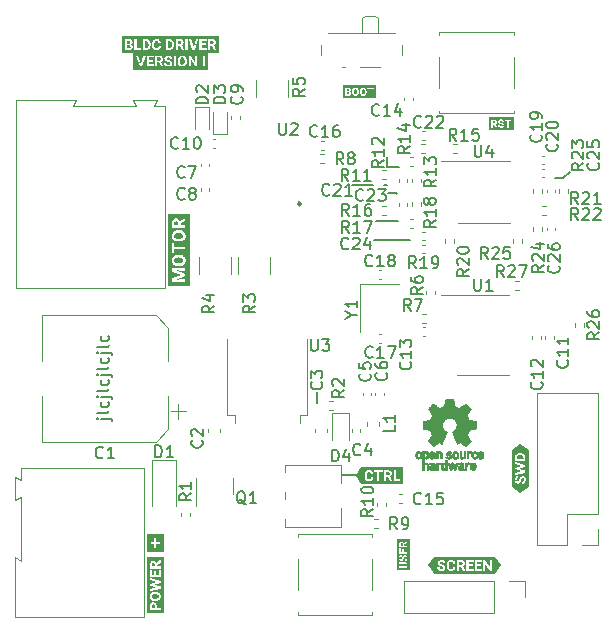
<source format=gbr>
%TF.GenerationSoftware,KiCad,Pcbnew,(6.0.7)*%
%TF.CreationDate,2023-03-20T18:09:00+01:00*%
%TF.ProjectId,BLDC_driver_small,424c4443-5f64-4726-9976-65725f736d61,1*%
%TF.SameCoordinates,Original*%
%TF.FileFunction,Legend,Top*%
%TF.FilePolarity,Positive*%
%FSLAX46Y46*%
G04 Gerber Fmt 4.6, Leading zero omitted, Abs format (unit mm)*
G04 Created by KiCad (PCBNEW (6.0.7)) date 2023-03-20 18:09:00*
%MOMM*%
%LPD*%
G01*
G04 APERTURE LIST*
%ADD10C,0.150000*%
%ADD11C,0.120000*%
%ADD12C,0.010000*%
%ADD13C,0.250000*%
G04 APERTURE END LIST*
D10*
X124700000Y-100100000D02*
X124700000Y-101050000D01*
X128000000Y-107200000D02*
X126800000Y-107200000D01*
X127650000Y-82600000D02*
X129450000Y-82600000D01*
X131650000Y-81100000D02*
X130600000Y-81100000D01*
X145550000Y-82050000D02*
X144850000Y-82050000D01*
X131500000Y-83350000D02*
X131400000Y-83250000D01*
X131400000Y-83250000D02*
X130750000Y-83250000D01*
X129700000Y-85650000D02*
X131550000Y-85650000D01*
X130350000Y-82600000D02*
X130650000Y-82600000D01*
X130600000Y-81100000D02*
X130600000Y-80200000D01*
X146100000Y-81500000D02*
X145550000Y-82050000D01*
X129550000Y-87300000D02*
X132600000Y-87300000D01*
X106385714Y-102376190D02*
X107242857Y-102376190D01*
X107338095Y-102423809D01*
X107385714Y-102519047D01*
X107385714Y-102566666D01*
X106052380Y-102376190D02*
X106100000Y-102423809D01*
X106147619Y-102376190D01*
X106100000Y-102328571D01*
X106052380Y-102376190D01*
X106147619Y-102376190D01*
X107052380Y-101757142D02*
X107004761Y-101852380D01*
X106909523Y-101900000D01*
X106052380Y-101900000D01*
X107004761Y-100947619D02*
X107052380Y-101042857D01*
X107052380Y-101233333D01*
X107004761Y-101328571D01*
X106957142Y-101376190D01*
X106861904Y-101423809D01*
X106576190Y-101423809D01*
X106480952Y-101376190D01*
X106433333Y-101328571D01*
X106385714Y-101233333D01*
X106385714Y-101042857D01*
X106433333Y-100947619D01*
X106385714Y-100519047D02*
X107242857Y-100519047D01*
X107338095Y-100566666D01*
X107385714Y-100661904D01*
X107385714Y-100709523D01*
X106052380Y-100519047D02*
X106100000Y-100566666D01*
X106147619Y-100519047D01*
X106100000Y-100471428D01*
X106052380Y-100519047D01*
X106147619Y-100519047D01*
X107052380Y-99900000D02*
X107004761Y-99995238D01*
X106909523Y-100042857D01*
X106052380Y-100042857D01*
X107004761Y-99090476D02*
X107052380Y-99185714D01*
X107052380Y-99376190D01*
X107004761Y-99471428D01*
X106957142Y-99519047D01*
X106861904Y-99566666D01*
X106576190Y-99566666D01*
X106480952Y-99519047D01*
X106433333Y-99471428D01*
X106385714Y-99376190D01*
X106385714Y-99185714D01*
X106433333Y-99090476D01*
X106385714Y-98661904D02*
X107242857Y-98661904D01*
X107338095Y-98709523D01*
X107385714Y-98804761D01*
X107385714Y-98852380D01*
X106052380Y-98661904D02*
X106100000Y-98709523D01*
X106147619Y-98661904D01*
X106100000Y-98614285D01*
X106052380Y-98661904D01*
X106147619Y-98661904D01*
X107052380Y-98042857D02*
X107004761Y-98138095D01*
X106909523Y-98185714D01*
X106052380Y-98185714D01*
X107004761Y-97233333D02*
X107052380Y-97328571D01*
X107052380Y-97519047D01*
X107004761Y-97614285D01*
X106957142Y-97661904D01*
X106861904Y-97709523D01*
X106576190Y-97709523D01*
X106480952Y-97661904D01*
X106433333Y-97614285D01*
X106385714Y-97519047D01*
X106385714Y-97328571D01*
X106433333Y-97233333D01*
X106385714Y-96804761D02*
X107242857Y-96804761D01*
X107338095Y-96852380D01*
X107385714Y-96947619D01*
X107385714Y-96995238D01*
X106052380Y-96804761D02*
X106100000Y-96852380D01*
X106147619Y-96804761D01*
X106100000Y-96757142D01*
X106052380Y-96804761D01*
X106147619Y-96804761D01*
X107052380Y-96185714D02*
X107004761Y-96280952D01*
X106909523Y-96328571D01*
X106052380Y-96328571D01*
X107004761Y-95376190D02*
X107052380Y-95471428D01*
X107052380Y-95661904D01*
X107004761Y-95757142D01*
X106957142Y-95804761D01*
X106861904Y-95852380D01*
X106576190Y-95852380D01*
X106480952Y-95804761D01*
X106433333Y-95757142D01*
X106385714Y-95661904D01*
X106385714Y-95471428D01*
X106433333Y-95376190D01*
%TO.C,C1*%
X106583333Y-105657142D02*
X106535714Y-105704761D01*
X106392857Y-105752380D01*
X106297619Y-105752380D01*
X106154761Y-105704761D01*
X106059523Y-105609523D01*
X106011904Y-105514285D01*
X105964285Y-105323809D01*
X105964285Y-105180952D01*
X106011904Y-104990476D01*
X106059523Y-104895238D01*
X106154761Y-104800000D01*
X106297619Y-104752380D01*
X106392857Y-104752380D01*
X106535714Y-104800000D01*
X106583333Y-104847619D01*
X107535714Y-105752380D02*
X106964285Y-105752380D01*
X107250000Y-105752380D02*
X107250000Y-104752380D01*
X107154761Y-104895238D01*
X107059523Y-104990476D01*
X106964285Y-105038095D01*
%TO.C,R6*%
X133652380Y-91266666D02*
X133176190Y-91600000D01*
X133652380Y-91838095D02*
X132652380Y-91838095D01*
X132652380Y-91457142D01*
X132700000Y-91361904D01*
X132747619Y-91314285D01*
X132842857Y-91266666D01*
X132985714Y-91266666D01*
X133080952Y-91314285D01*
X133128571Y-91361904D01*
X133176190Y-91457142D01*
X133176190Y-91838095D01*
X132652380Y-90409523D02*
X132652380Y-90600000D01*
X132700000Y-90695238D01*
X132747619Y-90742857D01*
X132890476Y-90838095D01*
X133080952Y-90885714D01*
X133461904Y-90885714D01*
X133557142Y-90838095D01*
X133604761Y-90790476D01*
X133652380Y-90695238D01*
X133652380Y-90504761D01*
X133604761Y-90409523D01*
X133557142Y-90361904D01*
X133461904Y-90314285D01*
X133223809Y-90314285D01*
X133128571Y-90361904D01*
X133080952Y-90409523D01*
X133033333Y-90504761D01*
X133033333Y-90695238D01*
X133080952Y-90790476D01*
X133128571Y-90838095D01*
X133223809Y-90885714D01*
%TO.C,R7*%
X132633333Y-93252380D02*
X132300000Y-92776190D01*
X132061904Y-93252380D02*
X132061904Y-92252380D01*
X132442857Y-92252380D01*
X132538095Y-92300000D01*
X132585714Y-92347619D01*
X132633333Y-92442857D01*
X132633333Y-92585714D01*
X132585714Y-92680952D01*
X132538095Y-92728571D01*
X132442857Y-92776190D01*
X132061904Y-92776190D01*
X132966666Y-92252380D02*
X133633333Y-92252380D01*
X133204761Y-93252380D01*
%TO.C,D4*%
X125961904Y-106002380D02*
X125961904Y-105002380D01*
X126200000Y-105002380D01*
X126342857Y-105050000D01*
X126438095Y-105145238D01*
X126485714Y-105240476D01*
X126533333Y-105430952D01*
X126533333Y-105573809D01*
X126485714Y-105764285D01*
X126438095Y-105859523D01*
X126342857Y-105954761D01*
X126200000Y-106002380D01*
X125961904Y-106002380D01*
X127390476Y-105335714D02*
X127390476Y-106002380D01*
X127152380Y-104954761D02*
X126914285Y-105669047D01*
X127533333Y-105669047D01*
%TO.C,R12*%
X130352380Y-80492857D02*
X129876190Y-80826190D01*
X130352380Y-81064285D02*
X129352380Y-81064285D01*
X129352380Y-80683333D01*
X129400000Y-80588095D01*
X129447619Y-80540476D01*
X129542857Y-80492857D01*
X129685714Y-80492857D01*
X129780952Y-80540476D01*
X129828571Y-80588095D01*
X129876190Y-80683333D01*
X129876190Y-81064285D01*
X130352380Y-79540476D02*
X130352380Y-80111904D01*
X130352380Y-79826190D02*
X129352380Y-79826190D01*
X129495238Y-79921428D01*
X129590476Y-80016666D01*
X129638095Y-80111904D01*
X129447619Y-79159523D02*
X129400000Y-79111904D01*
X129352380Y-79016666D01*
X129352380Y-78778571D01*
X129400000Y-78683333D01*
X129447619Y-78635714D01*
X129542857Y-78588095D01*
X129638095Y-78588095D01*
X129780952Y-78635714D01*
X130352380Y-79207142D01*
X130352380Y-78588095D01*
%TO.C,R8*%
X126933333Y-80852380D02*
X126600000Y-80376190D01*
X126361904Y-80852380D02*
X126361904Y-79852380D01*
X126742857Y-79852380D01*
X126838095Y-79900000D01*
X126885714Y-79947619D01*
X126933333Y-80042857D01*
X126933333Y-80185714D01*
X126885714Y-80280952D01*
X126838095Y-80328571D01*
X126742857Y-80376190D01*
X126361904Y-80376190D01*
X127504761Y-80280952D02*
X127409523Y-80233333D01*
X127361904Y-80185714D01*
X127314285Y-80090476D01*
X127314285Y-80042857D01*
X127361904Y-79947619D01*
X127409523Y-79900000D01*
X127504761Y-79852380D01*
X127695238Y-79852380D01*
X127790476Y-79900000D01*
X127838095Y-79947619D01*
X127885714Y-80042857D01*
X127885714Y-80090476D01*
X127838095Y-80185714D01*
X127790476Y-80233333D01*
X127695238Y-80280952D01*
X127504761Y-80280952D01*
X127409523Y-80328571D01*
X127361904Y-80376190D01*
X127314285Y-80471428D01*
X127314285Y-80661904D01*
X127361904Y-80757142D01*
X127409523Y-80804761D01*
X127504761Y-80852380D01*
X127695238Y-80852380D01*
X127790476Y-80804761D01*
X127838095Y-80757142D01*
X127885714Y-80661904D01*
X127885714Y-80471428D01*
X127838095Y-80376190D01*
X127790476Y-80328571D01*
X127695238Y-80280952D01*
%TO.C,U3*%
X124188095Y-95652380D02*
X124188095Y-96461904D01*
X124235714Y-96557142D01*
X124283333Y-96604761D01*
X124378571Y-96652380D01*
X124569047Y-96652380D01*
X124664285Y-96604761D01*
X124711904Y-96557142D01*
X124759523Y-96461904D01*
X124759523Y-95652380D01*
X125140476Y-95652380D02*
X125759523Y-95652380D01*
X125426190Y-96033333D01*
X125569047Y-96033333D01*
X125664285Y-96080952D01*
X125711904Y-96128571D01*
X125759523Y-96223809D01*
X125759523Y-96461904D01*
X125711904Y-96557142D01*
X125664285Y-96604761D01*
X125569047Y-96652380D01*
X125283333Y-96652380D01*
X125188095Y-96604761D01*
X125140476Y-96557142D01*
%TO.C,C16*%
X124707142Y-78447142D02*
X124659523Y-78494761D01*
X124516666Y-78542380D01*
X124421428Y-78542380D01*
X124278571Y-78494761D01*
X124183333Y-78399523D01*
X124135714Y-78304285D01*
X124088095Y-78113809D01*
X124088095Y-77970952D01*
X124135714Y-77780476D01*
X124183333Y-77685238D01*
X124278571Y-77590000D01*
X124421428Y-77542380D01*
X124516666Y-77542380D01*
X124659523Y-77590000D01*
X124707142Y-77637619D01*
X125659523Y-78542380D02*
X125088095Y-78542380D01*
X125373809Y-78542380D02*
X125373809Y-77542380D01*
X125278571Y-77685238D01*
X125183333Y-77780476D01*
X125088095Y-77828095D01*
X126516666Y-77542380D02*
X126326190Y-77542380D01*
X126230952Y-77590000D01*
X126183333Y-77637619D01*
X126088095Y-77780476D01*
X126040476Y-77970952D01*
X126040476Y-78351904D01*
X126088095Y-78447142D01*
X126135714Y-78494761D01*
X126230952Y-78542380D01*
X126421428Y-78542380D01*
X126516666Y-78494761D01*
X126564285Y-78447142D01*
X126611904Y-78351904D01*
X126611904Y-78113809D01*
X126564285Y-78018571D01*
X126516666Y-77970952D01*
X126421428Y-77923333D01*
X126230952Y-77923333D01*
X126135714Y-77970952D01*
X126088095Y-78018571D01*
X126040476Y-78113809D01*
%TO.C,C20*%
X145007142Y-79142857D02*
X145054761Y-79190476D01*
X145102380Y-79333333D01*
X145102380Y-79428571D01*
X145054761Y-79571428D01*
X144959523Y-79666666D01*
X144864285Y-79714285D01*
X144673809Y-79761904D01*
X144530952Y-79761904D01*
X144340476Y-79714285D01*
X144245238Y-79666666D01*
X144150000Y-79571428D01*
X144102380Y-79428571D01*
X144102380Y-79333333D01*
X144150000Y-79190476D01*
X144197619Y-79142857D01*
X144197619Y-78761904D02*
X144150000Y-78714285D01*
X144102380Y-78619047D01*
X144102380Y-78380952D01*
X144150000Y-78285714D01*
X144197619Y-78238095D01*
X144292857Y-78190476D01*
X144388095Y-78190476D01*
X144530952Y-78238095D01*
X145102380Y-78809523D01*
X145102380Y-78190476D01*
X144102380Y-77571428D02*
X144102380Y-77476190D01*
X144150000Y-77380952D01*
X144197619Y-77333333D01*
X144292857Y-77285714D01*
X144483333Y-77238095D01*
X144721428Y-77238095D01*
X144911904Y-77285714D01*
X145007142Y-77333333D01*
X145054761Y-77380952D01*
X145102380Y-77476190D01*
X145102380Y-77571428D01*
X145054761Y-77666666D01*
X145007142Y-77714285D01*
X144911904Y-77761904D01*
X144721428Y-77809523D01*
X144483333Y-77809523D01*
X144292857Y-77761904D01*
X144197619Y-77714285D01*
X144150000Y-77666666D01*
X144102380Y-77571428D01*
%TO.C,R18*%
X134752380Y-85592857D02*
X134276190Y-85926190D01*
X134752380Y-86164285D02*
X133752380Y-86164285D01*
X133752380Y-85783333D01*
X133800000Y-85688095D01*
X133847619Y-85640476D01*
X133942857Y-85592857D01*
X134085714Y-85592857D01*
X134180952Y-85640476D01*
X134228571Y-85688095D01*
X134276190Y-85783333D01*
X134276190Y-86164285D01*
X134752380Y-84640476D02*
X134752380Y-85211904D01*
X134752380Y-84926190D02*
X133752380Y-84926190D01*
X133895238Y-85021428D01*
X133990476Y-85116666D01*
X134038095Y-85211904D01*
X134180952Y-84069047D02*
X134133333Y-84164285D01*
X134085714Y-84211904D01*
X133990476Y-84259523D01*
X133942857Y-84259523D01*
X133847619Y-84211904D01*
X133800000Y-84164285D01*
X133752380Y-84069047D01*
X133752380Y-83878571D01*
X133800000Y-83783333D01*
X133847619Y-83735714D01*
X133942857Y-83688095D01*
X133990476Y-83688095D01*
X134085714Y-83735714D01*
X134133333Y-83783333D01*
X134180952Y-83878571D01*
X134180952Y-84069047D01*
X134228571Y-84164285D01*
X134276190Y-84211904D01*
X134371428Y-84259523D01*
X134561904Y-84259523D01*
X134657142Y-84211904D01*
X134704761Y-84164285D01*
X134752380Y-84069047D01*
X134752380Y-83878571D01*
X134704761Y-83783333D01*
X134657142Y-83735714D01*
X134561904Y-83688095D01*
X134371428Y-83688095D01*
X134276190Y-83735714D01*
X134228571Y-83783333D01*
X134180952Y-83878571D01*
%TO.C,R4*%
X116002380Y-92816666D02*
X115526190Y-93150000D01*
X116002380Y-93388095D02*
X115002380Y-93388095D01*
X115002380Y-93007142D01*
X115050000Y-92911904D01*
X115097619Y-92864285D01*
X115192857Y-92816666D01*
X115335714Y-92816666D01*
X115430952Y-92864285D01*
X115478571Y-92911904D01*
X115526190Y-93007142D01*
X115526190Y-93388095D01*
X115335714Y-91959523D02*
X116002380Y-91959523D01*
X114954761Y-92197619D02*
X115669047Y-92435714D01*
X115669047Y-91816666D01*
%TO.C,C15*%
X133507142Y-109557142D02*
X133459523Y-109604761D01*
X133316666Y-109652380D01*
X133221428Y-109652380D01*
X133078571Y-109604761D01*
X132983333Y-109509523D01*
X132935714Y-109414285D01*
X132888095Y-109223809D01*
X132888095Y-109080952D01*
X132935714Y-108890476D01*
X132983333Y-108795238D01*
X133078571Y-108700000D01*
X133221428Y-108652380D01*
X133316666Y-108652380D01*
X133459523Y-108700000D01*
X133507142Y-108747619D01*
X134459523Y-109652380D02*
X133888095Y-109652380D01*
X134173809Y-109652380D02*
X134173809Y-108652380D01*
X134078571Y-108795238D01*
X133983333Y-108890476D01*
X133888095Y-108938095D01*
X135364285Y-108652380D02*
X134888095Y-108652380D01*
X134840476Y-109128571D01*
X134888095Y-109080952D01*
X134983333Y-109033333D01*
X135221428Y-109033333D01*
X135316666Y-109080952D01*
X135364285Y-109128571D01*
X135411904Y-109223809D01*
X135411904Y-109461904D01*
X135364285Y-109557142D01*
X135316666Y-109604761D01*
X135221428Y-109652380D01*
X134983333Y-109652380D01*
X134888095Y-109604761D01*
X134840476Y-109557142D01*
%TO.C,R13*%
X134802380Y-82142857D02*
X134326190Y-82476190D01*
X134802380Y-82714285D02*
X133802380Y-82714285D01*
X133802380Y-82333333D01*
X133850000Y-82238095D01*
X133897619Y-82190476D01*
X133992857Y-82142857D01*
X134135714Y-82142857D01*
X134230952Y-82190476D01*
X134278571Y-82238095D01*
X134326190Y-82333333D01*
X134326190Y-82714285D01*
X134802380Y-81190476D02*
X134802380Y-81761904D01*
X134802380Y-81476190D02*
X133802380Y-81476190D01*
X133945238Y-81571428D01*
X134040476Y-81666666D01*
X134088095Y-81761904D01*
X133802380Y-80857142D02*
X133802380Y-80238095D01*
X134183333Y-80571428D01*
X134183333Y-80428571D01*
X134230952Y-80333333D01*
X134278571Y-80285714D01*
X134373809Y-80238095D01*
X134611904Y-80238095D01*
X134707142Y-80285714D01*
X134754761Y-80333333D01*
X134802380Y-80428571D01*
X134802380Y-80714285D01*
X134754761Y-80809523D01*
X134707142Y-80857142D01*
%TO.C,C9*%
X118307142Y-75116666D02*
X118354761Y-75164285D01*
X118402380Y-75307142D01*
X118402380Y-75402380D01*
X118354761Y-75545238D01*
X118259523Y-75640476D01*
X118164285Y-75688095D01*
X117973809Y-75735714D01*
X117830952Y-75735714D01*
X117640476Y-75688095D01*
X117545238Y-75640476D01*
X117450000Y-75545238D01*
X117402380Y-75402380D01*
X117402380Y-75307142D01*
X117450000Y-75164285D01*
X117497619Y-75116666D01*
X118402380Y-74640476D02*
X118402380Y-74450000D01*
X118354761Y-74354761D01*
X118307142Y-74307142D01*
X118164285Y-74211904D01*
X117973809Y-74164285D01*
X117592857Y-74164285D01*
X117497619Y-74211904D01*
X117450000Y-74259523D01*
X117402380Y-74354761D01*
X117402380Y-74545238D01*
X117450000Y-74640476D01*
X117497619Y-74688095D01*
X117592857Y-74735714D01*
X117830952Y-74735714D01*
X117926190Y-74688095D01*
X117973809Y-74640476D01*
X118021428Y-74545238D01*
X118021428Y-74354761D01*
X117973809Y-74259523D01*
X117926190Y-74211904D01*
X117830952Y-74164285D01*
%TO.C,R15*%
X136507142Y-78852380D02*
X136173809Y-78376190D01*
X135935714Y-78852380D02*
X135935714Y-77852380D01*
X136316666Y-77852380D01*
X136411904Y-77900000D01*
X136459523Y-77947619D01*
X136507142Y-78042857D01*
X136507142Y-78185714D01*
X136459523Y-78280952D01*
X136411904Y-78328571D01*
X136316666Y-78376190D01*
X135935714Y-78376190D01*
X137459523Y-78852380D02*
X136888095Y-78852380D01*
X137173809Y-78852380D02*
X137173809Y-77852380D01*
X137078571Y-77995238D01*
X136983333Y-78090476D01*
X136888095Y-78138095D01*
X138364285Y-77852380D02*
X137888095Y-77852380D01*
X137840476Y-78328571D01*
X137888095Y-78280952D01*
X137983333Y-78233333D01*
X138221428Y-78233333D01*
X138316666Y-78280952D01*
X138364285Y-78328571D01*
X138411904Y-78423809D01*
X138411904Y-78661904D01*
X138364285Y-78757142D01*
X138316666Y-78804761D01*
X138221428Y-78852380D01*
X137983333Y-78852380D01*
X137888095Y-78804761D01*
X137840476Y-78757142D01*
%TO.C,D3*%
X116952380Y-75688095D02*
X115952380Y-75688095D01*
X115952380Y-75450000D01*
X116000000Y-75307142D01*
X116095238Y-75211904D01*
X116190476Y-75164285D01*
X116380952Y-75116666D01*
X116523809Y-75116666D01*
X116714285Y-75164285D01*
X116809523Y-75211904D01*
X116904761Y-75307142D01*
X116952380Y-75450000D01*
X116952380Y-75688095D01*
X115952380Y-74783333D02*
X115952380Y-74164285D01*
X116333333Y-74497619D01*
X116333333Y-74354761D01*
X116380952Y-74259523D01*
X116428571Y-74211904D01*
X116523809Y-74164285D01*
X116761904Y-74164285D01*
X116857142Y-74211904D01*
X116904761Y-74259523D01*
X116952380Y-74354761D01*
X116952380Y-74640476D01*
X116904761Y-74735714D01*
X116857142Y-74783333D01*
%TO.C,R10*%
X129452380Y-110042857D02*
X128976190Y-110376190D01*
X129452380Y-110614285D02*
X128452380Y-110614285D01*
X128452380Y-110233333D01*
X128500000Y-110138095D01*
X128547619Y-110090476D01*
X128642857Y-110042857D01*
X128785714Y-110042857D01*
X128880952Y-110090476D01*
X128928571Y-110138095D01*
X128976190Y-110233333D01*
X128976190Y-110614285D01*
X129452380Y-109090476D02*
X129452380Y-109661904D01*
X129452380Y-109376190D02*
X128452380Y-109376190D01*
X128595238Y-109471428D01*
X128690476Y-109566666D01*
X128738095Y-109661904D01*
X128452380Y-108471428D02*
X128452380Y-108376190D01*
X128500000Y-108280952D01*
X128547619Y-108233333D01*
X128642857Y-108185714D01*
X128833333Y-108138095D01*
X129071428Y-108138095D01*
X129261904Y-108185714D01*
X129357142Y-108233333D01*
X129404761Y-108280952D01*
X129452380Y-108376190D01*
X129452380Y-108471428D01*
X129404761Y-108566666D01*
X129357142Y-108614285D01*
X129261904Y-108661904D01*
X129071428Y-108709523D01*
X128833333Y-108709523D01*
X128642857Y-108661904D01*
X128547619Y-108614285D01*
X128500000Y-108566666D01*
X128452380Y-108471428D01*
%TO.C,R14*%
X132552380Y-79342857D02*
X132076190Y-79676190D01*
X132552380Y-79914285D02*
X131552380Y-79914285D01*
X131552380Y-79533333D01*
X131600000Y-79438095D01*
X131647619Y-79390476D01*
X131742857Y-79342857D01*
X131885714Y-79342857D01*
X131980952Y-79390476D01*
X132028571Y-79438095D01*
X132076190Y-79533333D01*
X132076190Y-79914285D01*
X132552380Y-78390476D02*
X132552380Y-78961904D01*
X132552380Y-78676190D02*
X131552380Y-78676190D01*
X131695238Y-78771428D01*
X131790476Y-78866666D01*
X131838095Y-78961904D01*
X131885714Y-77533333D02*
X132552380Y-77533333D01*
X131504761Y-77771428D02*
X132219047Y-78009523D01*
X132219047Y-77390476D01*
%TO.C,C7*%
X113483333Y-81907142D02*
X113435714Y-81954761D01*
X113292857Y-82002380D01*
X113197619Y-82002380D01*
X113054761Y-81954761D01*
X112959523Y-81859523D01*
X112911904Y-81764285D01*
X112864285Y-81573809D01*
X112864285Y-81430952D01*
X112911904Y-81240476D01*
X112959523Y-81145238D01*
X113054761Y-81050000D01*
X113197619Y-81002380D01*
X113292857Y-81002380D01*
X113435714Y-81050000D01*
X113483333Y-81097619D01*
X113816666Y-81002380D02*
X114483333Y-81002380D01*
X114054761Y-82002380D01*
%TO.C,C26*%
X145157142Y-89442857D02*
X145204761Y-89490476D01*
X145252380Y-89633333D01*
X145252380Y-89728571D01*
X145204761Y-89871428D01*
X145109523Y-89966666D01*
X145014285Y-90014285D01*
X144823809Y-90061904D01*
X144680952Y-90061904D01*
X144490476Y-90014285D01*
X144395238Y-89966666D01*
X144300000Y-89871428D01*
X144252380Y-89728571D01*
X144252380Y-89633333D01*
X144300000Y-89490476D01*
X144347619Y-89442857D01*
X144347619Y-89061904D02*
X144300000Y-89014285D01*
X144252380Y-88919047D01*
X144252380Y-88680952D01*
X144300000Y-88585714D01*
X144347619Y-88538095D01*
X144442857Y-88490476D01*
X144538095Y-88490476D01*
X144680952Y-88538095D01*
X145252380Y-89109523D01*
X145252380Y-88490476D01*
X144252380Y-87633333D02*
X144252380Y-87823809D01*
X144300000Y-87919047D01*
X144347619Y-87966666D01*
X144490476Y-88061904D01*
X144680952Y-88109523D01*
X145061904Y-88109523D01*
X145157142Y-88061904D01*
X145204761Y-88014285D01*
X145252380Y-87919047D01*
X145252380Y-87728571D01*
X145204761Y-87633333D01*
X145157142Y-87585714D01*
X145061904Y-87538095D01*
X144823809Y-87538095D01*
X144728571Y-87585714D01*
X144680952Y-87633333D01*
X144633333Y-87728571D01*
X144633333Y-87919047D01*
X144680952Y-88014285D01*
X144728571Y-88061904D01*
X144823809Y-88109523D01*
%TO.C,C2*%
X114957142Y-104216666D02*
X115004761Y-104264285D01*
X115052380Y-104407142D01*
X115052380Y-104502380D01*
X115004761Y-104645238D01*
X114909523Y-104740476D01*
X114814285Y-104788095D01*
X114623809Y-104835714D01*
X114480952Y-104835714D01*
X114290476Y-104788095D01*
X114195238Y-104740476D01*
X114100000Y-104645238D01*
X114052380Y-104502380D01*
X114052380Y-104407142D01*
X114100000Y-104264285D01*
X114147619Y-104216666D01*
X114147619Y-103835714D02*
X114100000Y-103788095D01*
X114052380Y-103692857D01*
X114052380Y-103454761D01*
X114100000Y-103359523D01*
X114147619Y-103311904D01*
X114242857Y-103264285D01*
X114338095Y-103264285D01*
X114480952Y-103311904D01*
X115052380Y-103883333D01*
X115052380Y-103264285D01*
%TO.C,R24*%
X143902380Y-89392857D02*
X143426190Y-89726190D01*
X143902380Y-89964285D02*
X142902380Y-89964285D01*
X142902380Y-89583333D01*
X142950000Y-89488095D01*
X142997619Y-89440476D01*
X143092857Y-89392857D01*
X143235714Y-89392857D01*
X143330952Y-89440476D01*
X143378571Y-89488095D01*
X143426190Y-89583333D01*
X143426190Y-89964285D01*
X142997619Y-89011904D02*
X142950000Y-88964285D01*
X142902380Y-88869047D01*
X142902380Y-88630952D01*
X142950000Y-88535714D01*
X142997619Y-88488095D01*
X143092857Y-88440476D01*
X143188095Y-88440476D01*
X143330952Y-88488095D01*
X143902380Y-89059523D01*
X143902380Y-88440476D01*
X143235714Y-87583333D02*
X143902380Y-87583333D01*
X142854761Y-87821428D02*
X143569047Y-88059523D01*
X143569047Y-87440476D01*
%TO.C,L1*%
X131302380Y-102916666D02*
X131302380Y-103392857D01*
X130302380Y-103392857D01*
X131302380Y-102059523D02*
X131302380Y-102630952D01*
X131302380Y-102345238D02*
X130302380Y-102345238D01*
X130445238Y-102440476D01*
X130540476Y-102535714D01*
X130588095Y-102630952D01*
%TO.C,C10*%
X112937142Y-79457142D02*
X112889523Y-79504761D01*
X112746666Y-79552380D01*
X112651428Y-79552380D01*
X112508571Y-79504761D01*
X112413333Y-79409523D01*
X112365714Y-79314285D01*
X112318095Y-79123809D01*
X112318095Y-78980952D01*
X112365714Y-78790476D01*
X112413333Y-78695238D01*
X112508571Y-78600000D01*
X112651428Y-78552380D01*
X112746666Y-78552380D01*
X112889523Y-78600000D01*
X112937142Y-78647619D01*
X113889523Y-79552380D02*
X113318095Y-79552380D01*
X113603809Y-79552380D02*
X113603809Y-78552380D01*
X113508571Y-78695238D01*
X113413333Y-78790476D01*
X113318095Y-78838095D01*
X114508571Y-78552380D02*
X114603809Y-78552380D01*
X114699047Y-78600000D01*
X114746666Y-78647619D01*
X114794285Y-78742857D01*
X114841904Y-78933333D01*
X114841904Y-79171428D01*
X114794285Y-79361904D01*
X114746666Y-79457142D01*
X114699047Y-79504761D01*
X114603809Y-79552380D01*
X114508571Y-79552380D01*
X114413333Y-79504761D01*
X114365714Y-79457142D01*
X114318095Y-79361904D01*
X114270476Y-79171428D01*
X114270476Y-78933333D01*
X114318095Y-78742857D01*
X114365714Y-78647619D01*
X114413333Y-78600000D01*
X114508571Y-78552380D01*
%TO.C,C6*%
X130557142Y-98516666D02*
X130604761Y-98564285D01*
X130652380Y-98707142D01*
X130652380Y-98802380D01*
X130604761Y-98945238D01*
X130509523Y-99040476D01*
X130414285Y-99088095D01*
X130223809Y-99135714D01*
X130080952Y-99135714D01*
X129890476Y-99088095D01*
X129795238Y-99040476D01*
X129700000Y-98945238D01*
X129652380Y-98802380D01*
X129652380Y-98707142D01*
X129700000Y-98564285D01*
X129747619Y-98516666D01*
X129652380Y-97659523D02*
X129652380Y-97850000D01*
X129700000Y-97945238D01*
X129747619Y-97992857D01*
X129890476Y-98088095D01*
X130080952Y-98135714D01*
X130461904Y-98135714D01*
X130557142Y-98088095D01*
X130604761Y-98040476D01*
X130652380Y-97945238D01*
X130652380Y-97754761D01*
X130604761Y-97659523D01*
X130557142Y-97611904D01*
X130461904Y-97564285D01*
X130223809Y-97564285D01*
X130128571Y-97611904D01*
X130080952Y-97659523D01*
X130033333Y-97754761D01*
X130033333Y-97945238D01*
X130080952Y-98040476D01*
X130128571Y-98088095D01*
X130223809Y-98135714D01*
%TO.C,U2*%
X121488095Y-77352380D02*
X121488095Y-78161904D01*
X121535714Y-78257142D01*
X121583333Y-78304761D01*
X121678571Y-78352380D01*
X121869047Y-78352380D01*
X121964285Y-78304761D01*
X122011904Y-78257142D01*
X122059523Y-78161904D01*
X122059523Y-77352380D01*
X122488095Y-77447619D02*
X122535714Y-77400000D01*
X122630952Y-77352380D01*
X122869047Y-77352380D01*
X122964285Y-77400000D01*
X123011904Y-77447619D01*
X123059523Y-77542857D01*
X123059523Y-77638095D01*
X123011904Y-77780952D01*
X122440476Y-78352380D01*
X123059523Y-78352380D01*
%TO.C,R21*%
X146807142Y-84202380D02*
X146473809Y-83726190D01*
X146235714Y-84202380D02*
X146235714Y-83202380D01*
X146616666Y-83202380D01*
X146711904Y-83250000D01*
X146759523Y-83297619D01*
X146807142Y-83392857D01*
X146807142Y-83535714D01*
X146759523Y-83630952D01*
X146711904Y-83678571D01*
X146616666Y-83726190D01*
X146235714Y-83726190D01*
X147188095Y-83297619D02*
X147235714Y-83250000D01*
X147330952Y-83202380D01*
X147569047Y-83202380D01*
X147664285Y-83250000D01*
X147711904Y-83297619D01*
X147759523Y-83392857D01*
X147759523Y-83488095D01*
X147711904Y-83630952D01*
X147140476Y-84202380D01*
X147759523Y-84202380D01*
X148711904Y-84202380D02*
X148140476Y-84202380D01*
X148426190Y-84202380D02*
X148426190Y-83202380D01*
X148330952Y-83345238D01*
X148235714Y-83440476D01*
X148140476Y-83488095D01*
%TO.C,R11*%
X127357142Y-82252380D02*
X127023809Y-81776190D01*
X126785714Y-82252380D02*
X126785714Y-81252380D01*
X127166666Y-81252380D01*
X127261904Y-81300000D01*
X127309523Y-81347619D01*
X127357142Y-81442857D01*
X127357142Y-81585714D01*
X127309523Y-81680952D01*
X127261904Y-81728571D01*
X127166666Y-81776190D01*
X126785714Y-81776190D01*
X128309523Y-82252380D02*
X127738095Y-82252380D01*
X128023809Y-82252380D02*
X128023809Y-81252380D01*
X127928571Y-81395238D01*
X127833333Y-81490476D01*
X127738095Y-81538095D01*
X129261904Y-82252380D02*
X128690476Y-82252380D01*
X128976190Y-82252380D02*
X128976190Y-81252380D01*
X128880952Y-81395238D01*
X128785714Y-81490476D01*
X128690476Y-81538095D01*
%TO.C,C4*%
X128383333Y-105407142D02*
X128335714Y-105454761D01*
X128192857Y-105502380D01*
X128097619Y-105502380D01*
X127954761Y-105454761D01*
X127859523Y-105359523D01*
X127811904Y-105264285D01*
X127764285Y-105073809D01*
X127764285Y-104930952D01*
X127811904Y-104740476D01*
X127859523Y-104645238D01*
X127954761Y-104550000D01*
X128097619Y-104502380D01*
X128192857Y-104502380D01*
X128335714Y-104550000D01*
X128383333Y-104597619D01*
X129240476Y-104835714D02*
X129240476Y-105502380D01*
X129002380Y-104454761D02*
X128764285Y-105169047D01*
X129383333Y-105169047D01*
%TO.C,C22*%
X133507142Y-77657142D02*
X133459523Y-77704761D01*
X133316666Y-77752380D01*
X133221428Y-77752380D01*
X133078571Y-77704761D01*
X132983333Y-77609523D01*
X132935714Y-77514285D01*
X132888095Y-77323809D01*
X132888095Y-77180952D01*
X132935714Y-76990476D01*
X132983333Y-76895238D01*
X133078571Y-76800000D01*
X133221428Y-76752380D01*
X133316666Y-76752380D01*
X133459523Y-76800000D01*
X133507142Y-76847619D01*
X133888095Y-76847619D02*
X133935714Y-76800000D01*
X134030952Y-76752380D01*
X134269047Y-76752380D01*
X134364285Y-76800000D01*
X134411904Y-76847619D01*
X134459523Y-76942857D01*
X134459523Y-77038095D01*
X134411904Y-77180952D01*
X133840476Y-77752380D01*
X134459523Y-77752380D01*
X134840476Y-76847619D02*
X134888095Y-76800000D01*
X134983333Y-76752380D01*
X135221428Y-76752380D01*
X135316666Y-76800000D01*
X135364285Y-76847619D01*
X135411904Y-76942857D01*
X135411904Y-77038095D01*
X135364285Y-77180952D01*
X134792857Y-77752380D01*
X135411904Y-77752380D01*
%TO.C,R5*%
X123652380Y-74466666D02*
X123176190Y-74800000D01*
X123652380Y-75038095D02*
X122652380Y-75038095D01*
X122652380Y-74657142D01*
X122700000Y-74561904D01*
X122747619Y-74514285D01*
X122842857Y-74466666D01*
X122985714Y-74466666D01*
X123080952Y-74514285D01*
X123128571Y-74561904D01*
X123176190Y-74657142D01*
X123176190Y-75038095D01*
X122652380Y-73561904D02*
X122652380Y-74038095D01*
X123128571Y-74085714D01*
X123080952Y-74038095D01*
X123033333Y-73942857D01*
X123033333Y-73704761D01*
X123080952Y-73609523D01*
X123128571Y-73561904D01*
X123223809Y-73514285D01*
X123461904Y-73514285D01*
X123557142Y-73561904D01*
X123604761Y-73609523D01*
X123652380Y-73704761D01*
X123652380Y-73942857D01*
X123604761Y-74038095D01*
X123557142Y-74085714D01*
%TO.C,R26*%
X148602380Y-95092857D02*
X148126190Y-95426190D01*
X148602380Y-95664285D02*
X147602380Y-95664285D01*
X147602380Y-95283333D01*
X147650000Y-95188095D01*
X147697619Y-95140476D01*
X147792857Y-95092857D01*
X147935714Y-95092857D01*
X148030952Y-95140476D01*
X148078571Y-95188095D01*
X148126190Y-95283333D01*
X148126190Y-95664285D01*
X147697619Y-94711904D02*
X147650000Y-94664285D01*
X147602380Y-94569047D01*
X147602380Y-94330952D01*
X147650000Y-94235714D01*
X147697619Y-94188095D01*
X147792857Y-94140476D01*
X147888095Y-94140476D01*
X148030952Y-94188095D01*
X148602380Y-94759523D01*
X148602380Y-94140476D01*
X147602380Y-93283333D02*
X147602380Y-93473809D01*
X147650000Y-93569047D01*
X147697619Y-93616666D01*
X147840476Y-93711904D01*
X148030952Y-93759523D01*
X148411904Y-93759523D01*
X148507142Y-93711904D01*
X148554761Y-93664285D01*
X148602380Y-93569047D01*
X148602380Y-93378571D01*
X148554761Y-93283333D01*
X148507142Y-93235714D01*
X148411904Y-93188095D01*
X148173809Y-93188095D01*
X148078571Y-93235714D01*
X148030952Y-93283333D01*
X147983333Y-93378571D01*
X147983333Y-93569047D01*
X148030952Y-93664285D01*
X148078571Y-93711904D01*
X148173809Y-93759523D01*
%TO.C,C17*%
X129407142Y-97157142D02*
X129359523Y-97204761D01*
X129216666Y-97252380D01*
X129121428Y-97252380D01*
X128978571Y-97204761D01*
X128883333Y-97109523D01*
X128835714Y-97014285D01*
X128788095Y-96823809D01*
X128788095Y-96680952D01*
X128835714Y-96490476D01*
X128883333Y-96395238D01*
X128978571Y-96300000D01*
X129121428Y-96252380D01*
X129216666Y-96252380D01*
X129359523Y-96300000D01*
X129407142Y-96347619D01*
X130359523Y-97252380D02*
X129788095Y-97252380D01*
X130073809Y-97252380D02*
X130073809Y-96252380D01*
X129978571Y-96395238D01*
X129883333Y-96490476D01*
X129788095Y-96538095D01*
X130692857Y-96252380D02*
X131359523Y-96252380D01*
X130930952Y-97252380D01*
%TO.C,R27*%
X140507142Y-90402380D02*
X140173809Y-89926190D01*
X139935714Y-90402380D02*
X139935714Y-89402380D01*
X140316666Y-89402380D01*
X140411904Y-89450000D01*
X140459523Y-89497619D01*
X140507142Y-89592857D01*
X140507142Y-89735714D01*
X140459523Y-89830952D01*
X140411904Y-89878571D01*
X140316666Y-89926190D01*
X139935714Y-89926190D01*
X140888095Y-89497619D02*
X140935714Y-89450000D01*
X141030952Y-89402380D01*
X141269047Y-89402380D01*
X141364285Y-89450000D01*
X141411904Y-89497619D01*
X141459523Y-89592857D01*
X141459523Y-89688095D01*
X141411904Y-89830952D01*
X140840476Y-90402380D01*
X141459523Y-90402380D01*
X141792857Y-89402380D02*
X142459523Y-89402380D01*
X142030952Y-90402380D01*
%TO.C,C8*%
X113483333Y-83757142D02*
X113435714Y-83804761D01*
X113292857Y-83852380D01*
X113197619Y-83852380D01*
X113054761Y-83804761D01*
X112959523Y-83709523D01*
X112911904Y-83614285D01*
X112864285Y-83423809D01*
X112864285Y-83280952D01*
X112911904Y-83090476D01*
X112959523Y-82995238D01*
X113054761Y-82900000D01*
X113197619Y-82852380D01*
X113292857Y-82852380D01*
X113435714Y-82900000D01*
X113483333Y-82947619D01*
X114054761Y-83280952D02*
X113959523Y-83233333D01*
X113911904Y-83185714D01*
X113864285Y-83090476D01*
X113864285Y-83042857D01*
X113911904Y-82947619D01*
X113959523Y-82900000D01*
X114054761Y-82852380D01*
X114245238Y-82852380D01*
X114340476Y-82900000D01*
X114388095Y-82947619D01*
X114435714Y-83042857D01*
X114435714Y-83090476D01*
X114388095Y-83185714D01*
X114340476Y-83233333D01*
X114245238Y-83280952D01*
X114054761Y-83280952D01*
X113959523Y-83328571D01*
X113911904Y-83376190D01*
X113864285Y-83471428D01*
X113864285Y-83661904D01*
X113911904Y-83757142D01*
X113959523Y-83804761D01*
X114054761Y-83852380D01*
X114245238Y-83852380D01*
X114340476Y-83804761D01*
X114388095Y-83757142D01*
X114435714Y-83661904D01*
X114435714Y-83471428D01*
X114388095Y-83376190D01*
X114340476Y-83328571D01*
X114245238Y-83280952D01*
%TO.C,R19*%
X133067142Y-89647380D02*
X132733809Y-89171190D01*
X132495714Y-89647380D02*
X132495714Y-88647380D01*
X132876666Y-88647380D01*
X132971904Y-88695000D01*
X133019523Y-88742619D01*
X133067142Y-88837857D01*
X133067142Y-88980714D01*
X133019523Y-89075952D01*
X132971904Y-89123571D01*
X132876666Y-89171190D01*
X132495714Y-89171190D01*
X134019523Y-89647380D02*
X133448095Y-89647380D01*
X133733809Y-89647380D02*
X133733809Y-88647380D01*
X133638571Y-88790238D01*
X133543333Y-88885476D01*
X133448095Y-88933095D01*
X134495714Y-89647380D02*
X134686190Y-89647380D01*
X134781428Y-89599761D01*
X134829047Y-89552142D01*
X134924285Y-89409285D01*
X134971904Y-89218809D01*
X134971904Y-88837857D01*
X134924285Y-88742619D01*
X134876666Y-88695000D01*
X134781428Y-88647380D01*
X134590952Y-88647380D01*
X134495714Y-88695000D01*
X134448095Y-88742619D01*
X134400476Y-88837857D01*
X134400476Y-89075952D01*
X134448095Y-89171190D01*
X134495714Y-89218809D01*
X134590952Y-89266428D01*
X134781428Y-89266428D01*
X134876666Y-89218809D01*
X134924285Y-89171190D01*
X134971904Y-89075952D01*
%TO.C,R22*%
X146807142Y-85552380D02*
X146473809Y-85076190D01*
X146235714Y-85552380D02*
X146235714Y-84552380D01*
X146616666Y-84552380D01*
X146711904Y-84600000D01*
X146759523Y-84647619D01*
X146807142Y-84742857D01*
X146807142Y-84885714D01*
X146759523Y-84980952D01*
X146711904Y-85028571D01*
X146616666Y-85076190D01*
X146235714Y-85076190D01*
X147188095Y-84647619D02*
X147235714Y-84600000D01*
X147330952Y-84552380D01*
X147569047Y-84552380D01*
X147664285Y-84600000D01*
X147711904Y-84647619D01*
X147759523Y-84742857D01*
X147759523Y-84838095D01*
X147711904Y-84980952D01*
X147140476Y-85552380D01*
X147759523Y-85552380D01*
X148140476Y-84647619D02*
X148188095Y-84600000D01*
X148283333Y-84552380D01*
X148521428Y-84552380D01*
X148616666Y-84600000D01*
X148664285Y-84647619D01*
X148711904Y-84742857D01*
X148711904Y-84838095D01*
X148664285Y-84980952D01*
X148092857Y-85552380D01*
X148711904Y-85552380D01*
%TO.C,C14*%
X129957142Y-76657142D02*
X129909523Y-76704761D01*
X129766666Y-76752380D01*
X129671428Y-76752380D01*
X129528571Y-76704761D01*
X129433333Y-76609523D01*
X129385714Y-76514285D01*
X129338095Y-76323809D01*
X129338095Y-76180952D01*
X129385714Y-75990476D01*
X129433333Y-75895238D01*
X129528571Y-75800000D01*
X129671428Y-75752380D01*
X129766666Y-75752380D01*
X129909523Y-75800000D01*
X129957142Y-75847619D01*
X130909523Y-76752380D02*
X130338095Y-76752380D01*
X130623809Y-76752380D02*
X130623809Y-75752380D01*
X130528571Y-75895238D01*
X130433333Y-75990476D01*
X130338095Y-76038095D01*
X131766666Y-76085714D02*
X131766666Y-76752380D01*
X131528571Y-75704761D02*
X131290476Y-76419047D01*
X131909523Y-76419047D01*
%TO.C,C3*%
X125057142Y-99266666D02*
X125104761Y-99314285D01*
X125152380Y-99457142D01*
X125152380Y-99552380D01*
X125104761Y-99695238D01*
X125009523Y-99790476D01*
X124914285Y-99838095D01*
X124723809Y-99885714D01*
X124580952Y-99885714D01*
X124390476Y-99838095D01*
X124295238Y-99790476D01*
X124200000Y-99695238D01*
X124152380Y-99552380D01*
X124152380Y-99457142D01*
X124200000Y-99314285D01*
X124247619Y-99266666D01*
X124152380Y-98933333D02*
X124152380Y-98314285D01*
X124533333Y-98647619D01*
X124533333Y-98504761D01*
X124580952Y-98409523D01*
X124628571Y-98361904D01*
X124723809Y-98314285D01*
X124961904Y-98314285D01*
X125057142Y-98361904D01*
X125104761Y-98409523D01*
X125152380Y-98504761D01*
X125152380Y-98790476D01*
X125104761Y-98885714D01*
X125057142Y-98933333D01*
%TO.C,C19*%
X143657142Y-78342857D02*
X143704761Y-78390476D01*
X143752380Y-78533333D01*
X143752380Y-78628571D01*
X143704761Y-78771428D01*
X143609523Y-78866666D01*
X143514285Y-78914285D01*
X143323809Y-78961904D01*
X143180952Y-78961904D01*
X142990476Y-78914285D01*
X142895238Y-78866666D01*
X142800000Y-78771428D01*
X142752380Y-78628571D01*
X142752380Y-78533333D01*
X142800000Y-78390476D01*
X142847619Y-78342857D01*
X143752380Y-77390476D02*
X143752380Y-77961904D01*
X143752380Y-77676190D02*
X142752380Y-77676190D01*
X142895238Y-77771428D01*
X142990476Y-77866666D01*
X143038095Y-77961904D01*
X143752380Y-76914285D02*
X143752380Y-76723809D01*
X143704761Y-76628571D01*
X143657142Y-76580952D01*
X143514285Y-76485714D01*
X143323809Y-76438095D01*
X142942857Y-76438095D01*
X142847619Y-76485714D01*
X142800000Y-76533333D01*
X142752380Y-76628571D01*
X142752380Y-76819047D01*
X142800000Y-76914285D01*
X142847619Y-76961904D01*
X142942857Y-77009523D01*
X143180952Y-77009523D01*
X143276190Y-76961904D01*
X143323809Y-76914285D01*
X143371428Y-76819047D01*
X143371428Y-76628571D01*
X143323809Y-76533333D01*
X143276190Y-76485714D01*
X143180952Y-76438095D01*
%TO.C,C12*%
X143707142Y-99292857D02*
X143754761Y-99340476D01*
X143802380Y-99483333D01*
X143802380Y-99578571D01*
X143754761Y-99721428D01*
X143659523Y-99816666D01*
X143564285Y-99864285D01*
X143373809Y-99911904D01*
X143230952Y-99911904D01*
X143040476Y-99864285D01*
X142945238Y-99816666D01*
X142850000Y-99721428D01*
X142802380Y-99578571D01*
X142802380Y-99483333D01*
X142850000Y-99340476D01*
X142897619Y-99292857D01*
X143802380Y-98340476D02*
X143802380Y-98911904D01*
X143802380Y-98626190D02*
X142802380Y-98626190D01*
X142945238Y-98721428D01*
X143040476Y-98816666D01*
X143088095Y-98911904D01*
X142897619Y-97959523D02*
X142850000Y-97911904D01*
X142802380Y-97816666D01*
X142802380Y-97578571D01*
X142850000Y-97483333D01*
X142897619Y-97435714D01*
X142992857Y-97388095D01*
X143088095Y-97388095D01*
X143230952Y-97435714D01*
X143802380Y-98007142D01*
X143802380Y-97388095D01*
%TO.C,R16*%
X127407142Y-85202380D02*
X127073809Y-84726190D01*
X126835714Y-85202380D02*
X126835714Y-84202380D01*
X127216666Y-84202380D01*
X127311904Y-84250000D01*
X127359523Y-84297619D01*
X127407142Y-84392857D01*
X127407142Y-84535714D01*
X127359523Y-84630952D01*
X127311904Y-84678571D01*
X127216666Y-84726190D01*
X126835714Y-84726190D01*
X128359523Y-85202380D02*
X127788095Y-85202380D01*
X128073809Y-85202380D02*
X128073809Y-84202380D01*
X127978571Y-84345238D01*
X127883333Y-84440476D01*
X127788095Y-84488095D01*
X129216666Y-84202380D02*
X129026190Y-84202380D01*
X128930952Y-84250000D01*
X128883333Y-84297619D01*
X128788095Y-84440476D01*
X128740476Y-84630952D01*
X128740476Y-85011904D01*
X128788095Y-85107142D01*
X128835714Y-85154761D01*
X128930952Y-85202380D01*
X129121428Y-85202380D01*
X129216666Y-85154761D01*
X129264285Y-85107142D01*
X129311904Y-85011904D01*
X129311904Y-84773809D01*
X129264285Y-84678571D01*
X129216666Y-84630952D01*
X129121428Y-84583333D01*
X128930952Y-84583333D01*
X128835714Y-84630952D01*
X128788095Y-84678571D01*
X128740476Y-84773809D01*
%TO.C,C21*%
X125757142Y-83407142D02*
X125709523Y-83454761D01*
X125566666Y-83502380D01*
X125471428Y-83502380D01*
X125328571Y-83454761D01*
X125233333Y-83359523D01*
X125185714Y-83264285D01*
X125138095Y-83073809D01*
X125138095Y-82930952D01*
X125185714Y-82740476D01*
X125233333Y-82645238D01*
X125328571Y-82550000D01*
X125471428Y-82502380D01*
X125566666Y-82502380D01*
X125709523Y-82550000D01*
X125757142Y-82597619D01*
X126138095Y-82597619D02*
X126185714Y-82550000D01*
X126280952Y-82502380D01*
X126519047Y-82502380D01*
X126614285Y-82550000D01*
X126661904Y-82597619D01*
X126709523Y-82692857D01*
X126709523Y-82788095D01*
X126661904Y-82930952D01*
X126090476Y-83502380D01*
X126709523Y-83502380D01*
X127661904Y-83502380D02*
X127090476Y-83502380D01*
X127376190Y-83502380D02*
X127376190Y-82502380D01*
X127280952Y-82645238D01*
X127185714Y-82740476D01*
X127090476Y-82788095D01*
%TO.C,R2*%
X127002380Y-99966666D02*
X126526190Y-100300000D01*
X127002380Y-100538095D02*
X126002380Y-100538095D01*
X126002380Y-100157142D01*
X126050000Y-100061904D01*
X126097619Y-100014285D01*
X126192857Y-99966666D01*
X126335714Y-99966666D01*
X126430952Y-100014285D01*
X126478571Y-100061904D01*
X126526190Y-100157142D01*
X126526190Y-100538095D01*
X126097619Y-99585714D02*
X126050000Y-99538095D01*
X126002380Y-99442857D01*
X126002380Y-99204761D01*
X126050000Y-99109523D01*
X126097619Y-99061904D01*
X126192857Y-99014285D01*
X126288095Y-99014285D01*
X126430952Y-99061904D01*
X127002380Y-99633333D01*
X127002380Y-99014285D01*
%TO.C,R3*%
X119452380Y-92816666D02*
X118976190Y-93150000D01*
X119452380Y-93388095D02*
X118452380Y-93388095D01*
X118452380Y-93007142D01*
X118500000Y-92911904D01*
X118547619Y-92864285D01*
X118642857Y-92816666D01*
X118785714Y-92816666D01*
X118880952Y-92864285D01*
X118928571Y-92911904D01*
X118976190Y-93007142D01*
X118976190Y-93388095D01*
X118452380Y-92483333D02*
X118452380Y-91864285D01*
X118833333Y-92197619D01*
X118833333Y-92054761D01*
X118880952Y-91959523D01*
X118928571Y-91911904D01*
X119023809Y-91864285D01*
X119261904Y-91864285D01*
X119357142Y-91911904D01*
X119404761Y-91959523D01*
X119452380Y-92054761D01*
X119452380Y-92340476D01*
X119404761Y-92435714D01*
X119357142Y-92483333D01*
%TO.C,C24*%
X127357142Y-87957142D02*
X127309523Y-88004761D01*
X127166666Y-88052380D01*
X127071428Y-88052380D01*
X126928571Y-88004761D01*
X126833333Y-87909523D01*
X126785714Y-87814285D01*
X126738095Y-87623809D01*
X126738095Y-87480952D01*
X126785714Y-87290476D01*
X126833333Y-87195238D01*
X126928571Y-87100000D01*
X127071428Y-87052380D01*
X127166666Y-87052380D01*
X127309523Y-87100000D01*
X127357142Y-87147619D01*
X127738095Y-87147619D02*
X127785714Y-87100000D01*
X127880952Y-87052380D01*
X128119047Y-87052380D01*
X128214285Y-87100000D01*
X128261904Y-87147619D01*
X128309523Y-87242857D01*
X128309523Y-87338095D01*
X128261904Y-87480952D01*
X127690476Y-88052380D01*
X128309523Y-88052380D01*
X129166666Y-87385714D02*
X129166666Y-88052380D01*
X128928571Y-87004761D02*
X128690476Y-87719047D01*
X129309523Y-87719047D01*
%TO.C,R17*%
X127407142Y-86652380D02*
X127073809Y-86176190D01*
X126835714Y-86652380D02*
X126835714Y-85652380D01*
X127216666Y-85652380D01*
X127311904Y-85700000D01*
X127359523Y-85747619D01*
X127407142Y-85842857D01*
X127407142Y-85985714D01*
X127359523Y-86080952D01*
X127311904Y-86128571D01*
X127216666Y-86176190D01*
X126835714Y-86176190D01*
X128359523Y-86652380D02*
X127788095Y-86652380D01*
X128073809Y-86652380D02*
X128073809Y-85652380D01*
X127978571Y-85795238D01*
X127883333Y-85890476D01*
X127788095Y-85938095D01*
X128692857Y-85652380D02*
X129359523Y-85652380D01*
X128930952Y-86652380D01*
%TO.C,R9*%
X131483333Y-111752380D02*
X131150000Y-111276190D01*
X130911904Y-111752380D02*
X130911904Y-110752380D01*
X131292857Y-110752380D01*
X131388095Y-110800000D01*
X131435714Y-110847619D01*
X131483333Y-110942857D01*
X131483333Y-111085714D01*
X131435714Y-111180952D01*
X131388095Y-111228571D01*
X131292857Y-111276190D01*
X130911904Y-111276190D01*
X131959523Y-111752380D02*
X132150000Y-111752380D01*
X132245238Y-111704761D01*
X132292857Y-111657142D01*
X132388095Y-111514285D01*
X132435714Y-111323809D01*
X132435714Y-110942857D01*
X132388095Y-110847619D01*
X132340476Y-110800000D01*
X132245238Y-110752380D01*
X132054761Y-110752380D01*
X131959523Y-110800000D01*
X131911904Y-110847619D01*
X131864285Y-110942857D01*
X131864285Y-111180952D01*
X131911904Y-111276190D01*
X131959523Y-111323809D01*
X132054761Y-111371428D01*
X132245238Y-111371428D01*
X132340476Y-111323809D01*
X132388095Y-111276190D01*
X132435714Y-111180952D01*
%TO.C,U1*%
X138013095Y-90552380D02*
X138013095Y-91361904D01*
X138060714Y-91457142D01*
X138108333Y-91504761D01*
X138203571Y-91552380D01*
X138394047Y-91552380D01*
X138489285Y-91504761D01*
X138536904Y-91457142D01*
X138584523Y-91361904D01*
X138584523Y-90552380D01*
X139584523Y-91552380D02*
X139013095Y-91552380D01*
X139298809Y-91552380D02*
X139298809Y-90552380D01*
X139203571Y-90695238D01*
X139108333Y-90790476D01*
X139013095Y-90838095D01*
%TO.C,C25*%
X148507142Y-80742857D02*
X148554761Y-80790476D01*
X148602380Y-80933333D01*
X148602380Y-81028571D01*
X148554761Y-81171428D01*
X148459523Y-81266666D01*
X148364285Y-81314285D01*
X148173809Y-81361904D01*
X148030952Y-81361904D01*
X147840476Y-81314285D01*
X147745238Y-81266666D01*
X147650000Y-81171428D01*
X147602380Y-81028571D01*
X147602380Y-80933333D01*
X147650000Y-80790476D01*
X147697619Y-80742857D01*
X147697619Y-80361904D02*
X147650000Y-80314285D01*
X147602380Y-80219047D01*
X147602380Y-79980952D01*
X147650000Y-79885714D01*
X147697619Y-79838095D01*
X147792857Y-79790476D01*
X147888095Y-79790476D01*
X148030952Y-79838095D01*
X148602380Y-80409523D01*
X148602380Y-79790476D01*
X147602380Y-78885714D02*
X147602380Y-79361904D01*
X148078571Y-79409523D01*
X148030952Y-79361904D01*
X147983333Y-79266666D01*
X147983333Y-79028571D01*
X148030952Y-78933333D01*
X148078571Y-78885714D01*
X148173809Y-78838095D01*
X148411904Y-78838095D01*
X148507142Y-78885714D01*
X148554761Y-78933333D01*
X148602380Y-79028571D01*
X148602380Y-79266666D01*
X148554761Y-79361904D01*
X148507142Y-79409523D01*
%TO.C,Q1*%
X118654761Y-109647619D02*
X118559523Y-109600000D01*
X118464285Y-109504761D01*
X118321428Y-109361904D01*
X118226190Y-109314285D01*
X118130952Y-109314285D01*
X118178571Y-109552380D02*
X118083333Y-109504761D01*
X117988095Y-109409523D01*
X117940476Y-109219047D01*
X117940476Y-108885714D01*
X117988095Y-108695238D01*
X118083333Y-108600000D01*
X118178571Y-108552380D01*
X118369047Y-108552380D01*
X118464285Y-108600000D01*
X118559523Y-108695238D01*
X118607142Y-108885714D01*
X118607142Y-109219047D01*
X118559523Y-109409523D01*
X118464285Y-109504761D01*
X118369047Y-109552380D01*
X118178571Y-109552380D01*
X119559523Y-109552380D02*
X118988095Y-109552380D01*
X119273809Y-109552380D02*
X119273809Y-108552380D01*
X119178571Y-108695238D01*
X119083333Y-108790476D01*
X118988095Y-108838095D01*
%TO.C,R23*%
X147252380Y-80742857D02*
X146776190Y-81076190D01*
X147252380Y-81314285D02*
X146252380Y-81314285D01*
X146252380Y-80933333D01*
X146300000Y-80838095D01*
X146347619Y-80790476D01*
X146442857Y-80742857D01*
X146585714Y-80742857D01*
X146680952Y-80790476D01*
X146728571Y-80838095D01*
X146776190Y-80933333D01*
X146776190Y-81314285D01*
X146347619Y-80361904D02*
X146300000Y-80314285D01*
X146252380Y-80219047D01*
X146252380Y-79980952D01*
X146300000Y-79885714D01*
X146347619Y-79838095D01*
X146442857Y-79790476D01*
X146538095Y-79790476D01*
X146680952Y-79838095D01*
X147252380Y-80409523D01*
X147252380Y-79790476D01*
X146252380Y-79457142D02*
X146252380Y-78838095D01*
X146633333Y-79171428D01*
X146633333Y-79028571D01*
X146680952Y-78933333D01*
X146728571Y-78885714D01*
X146823809Y-78838095D01*
X147061904Y-78838095D01*
X147157142Y-78885714D01*
X147204761Y-78933333D01*
X147252380Y-79028571D01*
X147252380Y-79314285D01*
X147204761Y-79409523D01*
X147157142Y-79457142D01*
%TO.C,D2*%
X115452380Y-75688095D02*
X114452380Y-75688095D01*
X114452380Y-75450000D01*
X114500000Y-75307142D01*
X114595238Y-75211904D01*
X114690476Y-75164285D01*
X114880952Y-75116666D01*
X115023809Y-75116666D01*
X115214285Y-75164285D01*
X115309523Y-75211904D01*
X115404761Y-75307142D01*
X115452380Y-75450000D01*
X115452380Y-75688095D01*
X114547619Y-74735714D02*
X114500000Y-74688095D01*
X114452380Y-74592857D01*
X114452380Y-74354761D01*
X114500000Y-74259523D01*
X114547619Y-74211904D01*
X114642857Y-74164285D01*
X114738095Y-74164285D01*
X114880952Y-74211904D01*
X115452380Y-74783333D01*
X115452380Y-74164285D01*
%TO.C,R1*%
X114052380Y-108716666D02*
X113576190Y-109050000D01*
X114052380Y-109288095D02*
X113052380Y-109288095D01*
X113052380Y-108907142D01*
X113100000Y-108811904D01*
X113147619Y-108764285D01*
X113242857Y-108716666D01*
X113385714Y-108716666D01*
X113480952Y-108764285D01*
X113528571Y-108811904D01*
X113576190Y-108907142D01*
X113576190Y-109288095D01*
X114052380Y-107764285D02*
X114052380Y-108335714D01*
X114052380Y-108050000D02*
X113052380Y-108050000D01*
X113195238Y-108145238D01*
X113290476Y-108240476D01*
X113338095Y-108335714D01*
%TO.C,C13*%
X132607142Y-97592857D02*
X132654761Y-97640476D01*
X132702380Y-97783333D01*
X132702380Y-97878571D01*
X132654761Y-98021428D01*
X132559523Y-98116666D01*
X132464285Y-98164285D01*
X132273809Y-98211904D01*
X132130952Y-98211904D01*
X131940476Y-98164285D01*
X131845238Y-98116666D01*
X131750000Y-98021428D01*
X131702380Y-97878571D01*
X131702380Y-97783333D01*
X131750000Y-97640476D01*
X131797619Y-97592857D01*
X132702380Y-96640476D02*
X132702380Y-97211904D01*
X132702380Y-96926190D02*
X131702380Y-96926190D01*
X131845238Y-97021428D01*
X131940476Y-97116666D01*
X131988095Y-97211904D01*
X131702380Y-96307142D02*
X131702380Y-95688095D01*
X132083333Y-96021428D01*
X132083333Y-95878571D01*
X132130952Y-95783333D01*
X132178571Y-95735714D01*
X132273809Y-95688095D01*
X132511904Y-95688095D01*
X132607142Y-95735714D01*
X132654761Y-95783333D01*
X132702380Y-95878571D01*
X132702380Y-96164285D01*
X132654761Y-96259523D01*
X132607142Y-96307142D01*
%TO.C,R25*%
X139157142Y-88852380D02*
X138823809Y-88376190D01*
X138585714Y-88852380D02*
X138585714Y-87852380D01*
X138966666Y-87852380D01*
X139061904Y-87900000D01*
X139109523Y-87947619D01*
X139157142Y-88042857D01*
X139157142Y-88185714D01*
X139109523Y-88280952D01*
X139061904Y-88328571D01*
X138966666Y-88376190D01*
X138585714Y-88376190D01*
X139538095Y-87947619D02*
X139585714Y-87900000D01*
X139680952Y-87852380D01*
X139919047Y-87852380D01*
X140014285Y-87900000D01*
X140061904Y-87947619D01*
X140109523Y-88042857D01*
X140109523Y-88138095D01*
X140061904Y-88280952D01*
X139490476Y-88852380D01*
X140109523Y-88852380D01*
X141014285Y-87852380D02*
X140538095Y-87852380D01*
X140490476Y-88328571D01*
X140538095Y-88280952D01*
X140633333Y-88233333D01*
X140871428Y-88233333D01*
X140966666Y-88280952D01*
X141014285Y-88328571D01*
X141061904Y-88423809D01*
X141061904Y-88661904D01*
X141014285Y-88757142D01*
X140966666Y-88804761D01*
X140871428Y-88852380D01*
X140633333Y-88852380D01*
X140538095Y-88804761D01*
X140490476Y-88757142D01*
%TO.C,C23*%
X128607142Y-83857142D02*
X128559523Y-83904761D01*
X128416666Y-83952380D01*
X128321428Y-83952380D01*
X128178571Y-83904761D01*
X128083333Y-83809523D01*
X128035714Y-83714285D01*
X127988095Y-83523809D01*
X127988095Y-83380952D01*
X128035714Y-83190476D01*
X128083333Y-83095238D01*
X128178571Y-83000000D01*
X128321428Y-82952380D01*
X128416666Y-82952380D01*
X128559523Y-83000000D01*
X128607142Y-83047619D01*
X128988095Y-83047619D02*
X129035714Y-83000000D01*
X129130952Y-82952380D01*
X129369047Y-82952380D01*
X129464285Y-83000000D01*
X129511904Y-83047619D01*
X129559523Y-83142857D01*
X129559523Y-83238095D01*
X129511904Y-83380952D01*
X128940476Y-83952380D01*
X129559523Y-83952380D01*
X129892857Y-82952380D02*
X130511904Y-82952380D01*
X130178571Y-83333333D01*
X130321428Y-83333333D01*
X130416666Y-83380952D01*
X130464285Y-83428571D01*
X130511904Y-83523809D01*
X130511904Y-83761904D01*
X130464285Y-83857142D01*
X130416666Y-83904761D01*
X130321428Y-83952380D01*
X130035714Y-83952380D01*
X129940476Y-83904761D01*
X129892857Y-83857142D01*
%TO.C,D1*%
X111011904Y-105652380D02*
X111011904Y-104652380D01*
X111250000Y-104652380D01*
X111392857Y-104700000D01*
X111488095Y-104795238D01*
X111535714Y-104890476D01*
X111583333Y-105080952D01*
X111583333Y-105223809D01*
X111535714Y-105414285D01*
X111488095Y-105509523D01*
X111392857Y-105604761D01*
X111250000Y-105652380D01*
X111011904Y-105652380D01*
X112535714Y-105652380D02*
X111964285Y-105652380D01*
X112250000Y-105652380D02*
X112250000Y-104652380D01*
X112154761Y-104795238D01*
X112059523Y-104890476D01*
X111964285Y-104938095D01*
%TO.C,Y1*%
X127626190Y-93576190D02*
X128102380Y-93576190D01*
X127102380Y-93909523D02*
X127626190Y-93576190D01*
X127102380Y-93242857D01*
X128102380Y-92385714D02*
X128102380Y-92957142D01*
X128102380Y-92671428D02*
X127102380Y-92671428D01*
X127245238Y-92766666D01*
X127340476Y-92861904D01*
X127388095Y-92957142D01*
%TO.C,C5*%
X129157142Y-98566666D02*
X129204761Y-98614285D01*
X129252380Y-98757142D01*
X129252380Y-98852380D01*
X129204761Y-98995238D01*
X129109523Y-99090476D01*
X129014285Y-99138095D01*
X128823809Y-99185714D01*
X128680952Y-99185714D01*
X128490476Y-99138095D01*
X128395238Y-99090476D01*
X128300000Y-98995238D01*
X128252380Y-98852380D01*
X128252380Y-98757142D01*
X128300000Y-98614285D01*
X128347619Y-98566666D01*
X128252380Y-97661904D02*
X128252380Y-98138095D01*
X128728571Y-98185714D01*
X128680952Y-98138095D01*
X128633333Y-98042857D01*
X128633333Y-97804761D01*
X128680952Y-97709523D01*
X128728571Y-97661904D01*
X128823809Y-97614285D01*
X129061904Y-97614285D01*
X129157142Y-97661904D01*
X129204761Y-97709523D01*
X129252380Y-97804761D01*
X129252380Y-98042857D01*
X129204761Y-98138095D01*
X129157142Y-98185714D01*
%TO.C,C18*%
X129382142Y-89397142D02*
X129334523Y-89444761D01*
X129191666Y-89492380D01*
X129096428Y-89492380D01*
X128953571Y-89444761D01*
X128858333Y-89349523D01*
X128810714Y-89254285D01*
X128763095Y-89063809D01*
X128763095Y-88920952D01*
X128810714Y-88730476D01*
X128858333Y-88635238D01*
X128953571Y-88540000D01*
X129096428Y-88492380D01*
X129191666Y-88492380D01*
X129334523Y-88540000D01*
X129382142Y-88587619D01*
X130334523Y-89492380D02*
X129763095Y-89492380D01*
X130048809Y-89492380D02*
X130048809Y-88492380D01*
X129953571Y-88635238D01*
X129858333Y-88730476D01*
X129763095Y-88778095D01*
X130905952Y-88920952D02*
X130810714Y-88873333D01*
X130763095Y-88825714D01*
X130715476Y-88730476D01*
X130715476Y-88682857D01*
X130763095Y-88587619D01*
X130810714Y-88540000D01*
X130905952Y-88492380D01*
X131096428Y-88492380D01*
X131191666Y-88540000D01*
X131239285Y-88587619D01*
X131286904Y-88682857D01*
X131286904Y-88730476D01*
X131239285Y-88825714D01*
X131191666Y-88873333D01*
X131096428Y-88920952D01*
X130905952Y-88920952D01*
X130810714Y-88968571D01*
X130763095Y-89016190D01*
X130715476Y-89111428D01*
X130715476Y-89301904D01*
X130763095Y-89397142D01*
X130810714Y-89444761D01*
X130905952Y-89492380D01*
X131096428Y-89492380D01*
X131191666Y-89444761D01*
X131239285Y-89397142D01*
X131286904Y-89301904D01*
X131286904Y-89111428D01*
X131239285Y-89016190D01*
X131191666Y-88968571D01*
X131096428Y-88920952D01*
%TO.C,U4*%
X138038095Y-79227380D02*
X138038095Y-80036904D01*
X138085714Y-80132142D01*
X138133333Y-80179761D01*
X138228571Y-80227380D01*
X138419047Y-80227380D01*
X138514285Y-80179761D01*
X138561904Y-80132142D01*
X138609523Y-80036904D01*
X138609523Y-79227380D01*
X139514285Y-79560714D02*
X139514285Y-80227380D01*
X139276190Y-79179761D02*
X139038095Y-79894047D01*
X139657142Y-79894047D01*
%TO.C,R20*%
X137552380Y-89742857D02*
X137076190Y-90076190D01*
X137552380Y-90314285D02*
X136552380Y-90314285D01*
X136552380Y-89933333D01*
X136600000Y-89838095D01*
X136647619Y-89790476D01*
X136742857Y-89742857D01*
X136885714Y-89742857D01*
X136980952Y-89790476D01*
X137028571Y-89838095D01*
X137076190Y-89933333D01*
X137076190Y-90314285D01*
X136647619Y-89361904D02*
X136600000Y-89314285D01*
X136552380Y-89219047D01*
X136552380Y-88980952D01*
X136600000Y-88885714D01*
X136647619Y-88838095D01*
X136742857Y-88790476D01*
X136838095Y-88790476D01*
X136980952Y-88838095D01*
X137552380Y-89409523D01*
X137552380Y-88790476D01*
X136552380Y-88171428D02*
X136552380Y-88076190D01*
X136600000Y-87980952D01*
X136647619Y-87933333D01*
X136742857Y-87885714D01*
X136933333Y-87838095D01*
X137171428Y-87838095D01*
X137361904Y-87885714D01*
X137457142Y-87933333D01*
X137504761Y-87980952D01*
X137552380Y-88076190D01*
X137552380Y-88171428D01*
X137504761Y-88266666D01*
X137457142Y-88314285D01*
X137361904Y-88361904D01*
X137171428Y-88409523D01*
X136933333Y-88409523D01*
X136742857Y-88361904D01*
X136647619Y-88314285D01*
X136600000Y-88266666D01*
X136552380Y-88171428D01*
%TO.C,C11*%
X145892142Y-97442857D02*
X145939761Y-97490476D01*
X145987380Y-97633333D01*
X145987380Y-97728571D01*
X145939761Y-97871428D01*
X145844523Y-97966666D01*
X145749285Y-98014285D01*
X145558809Y-98061904D01*
X145415952Y-98061904D01*
X145225476Y-98014285D01*
X145130238Y-97966666D01*
X145035000Y-97871428D01*
X144987380Y-97728571D01*
X144987380Y-97633333D01*
X145035000Y-97490476D01*
X145082619Y-97442857D01*
X145987380Y-96490476D02*
X145987380Y-97061904D01*
X145987380Y-96776190D02*
X144987380Y-96776190D01*
X145130238Y-96871428D01*
X145225476Y-96966666D01*
X145273095Y-97061904D01*
X145987380Y-95538095D02*
X145987380Y-96109523D01*
X145987380Y-95823809D02*
X144987380Y-95823809D01*
X145130238Y-95919047D01*
X145225476Y-96014285D01*
X145273095Y-96109523D01*
D11*
%TO.C,C1*%
X112110000Y-94704437D02*
X112110000Y-97490000D01*
X101390000Y-104360000D02*
X101390000Y-100510000D01*
X112110000Y-103295563D02*
X111045563Y-104360000D01*
X101390000Y-93640000D02*
X101390000Y-97490000D01*
X111045563Y-104360000D02*
X101390000Y-104360000D01*
X112110000Y-94704437D02*
X111045563Y-93640000D01*
X112975000Y-102385000D02*
X112975000Y-101135000D01*
X112110000Y-103295563D02*
X112110000Y-100510000D01*
X113600000Y-101760000D02*
X112350000Y-101760000D01*
X111045563Y-93640000D02*
X101390000Y-93640000D01*
%TO.C,R6*%
X133895000Y-91546359D02*
X133895000Y-91853641D01*
X134655000Y-91546359D02*
X134655000Y-91853641D01*
%TO.C,kibuzzard-641818A1*%
G36*
X110905742Y-118118273D02*
G01*
X110947910Y-118147341D01*
X110973955Y-118194858D01*
X110982637Y-118259893D01*
X110982637Y-118426084D01*
X110699243Y-118426084D01*
X110699243Y-118255552D01*
X110710405Y-118194160D01*
X110741411Y-118147651D01*
X110788695Y-118118351D01*
X110848691Y-118108584D01*
X110905742Y-118118273D01*
G37*
G36*
X111109933Y-117245725D02*
G01*
X111181350Y-117262675D01*
X111237815Y-117290649D01*
X111292928Y-117351731D01*
X111311299Y-117434517D01*
X111292230Y-117518853D01*
X111235024Y-117580864D01*
X111177285Y-117609114D01*
X111105764Y-117626064D01*
X111020464Y-117631714D01*
X110976436Y-117631714D01*
X110890136Y-117625719D01*
X110818926Y-117608563D01*
X110762805Y-117580244D01*
X110708157Y-117518698D01*
X110689941Y-117435757D01*
X110708390Y-117352351D01*
X110763735Y-117290649D01*
X110820511Y-117262400D01*
X110892444Y-117245450D01*
X110979536Y-117239800D01*
X111023564Y-117239800D01*
X111109933Y-117245725D01*
G37*
G36*
X110892177Y-114617634D02*
G01*
X110934578Y-114646470D01*
X110961320Y-114692823D01*
X110970234Y-114754990D01*
X110970234Y-114905059D01*
X110699243Y-114905059D01*
X110699243Y-114755610D01*
X110708390Y-114690266D01*
X110735830Y-114644299D01*
X110779238Y-114617092D01*
X110836289Y-114608022D01*
X110892177Y-114617634D01*
G37*
G36*
X110271569Y-118876702D02*
G01*
X110271569Y-118612119D01*
X110548555Y-118612119D01*
X111451445Y-118612119D01*
X111451445Y-118426084D01*
X111133325Y-118426084D01*
X111133325Y-118262993D01*
X111124816Y-118163671D01*
X111099288Y-118079852D01*
X111056741Y-118011536D01*
X110999449Y-117961065D01*
X110929686Y-117930783D01*
X110847451Y-117920688D01*
X110764743Y-117931075D01*
X110691492Y-117962236D01*
X110630798Y-118012698D01*
X110585762Y-118080989D01*
X110557856Y-118164317D01*
X110548555Y-118259893D01*
X110548555Y-118612119D01*
X110271569Y-118612119D01*
X110271569Y-117435757D01*
X110536152Y-117435757D01*
X110542181Y-117508207D01*
X110560268Y-117575076D01*
X110590413Y-117636365D01*
X110631823Y-117690453D01*
X110683706Y-117735721D01*
X110746062Y-117772170D01*
X110817203Y-117798870D01*
X110895441Y-117814890D01*
X110980776Y-117820229D01*
X111025425Y-117820229D01*
X111108899Y-117814511D01*
X111185691Y-117798181D01*
X111255798Y-117771240D01*
X111317431Y-117734584D01*
X111368797Y-117689109D01*
X111409897Y-117634814D01*
X111439870Y-117573423D01*
X111457853Y-117506657D01*
X111463848Y-117434517D01*
X111457784Y-117361722D01*
X111439594Y-117294646D01*
X111409277Y-117233289D01*
X111367798Y-117179304D01*
X111316122Y-117134345D01*
X111254248Y-117098413D01*
X111183624Y-117072230D01*
X111105696Y-117056521D01*
X111020464Y-117051284D01*
X110980156Y-117051284D01*
X110895166Y-117056624D01*
X110817134Y-117072644D01*
X110746062Y-117099343D01*
X110683706Y-117135792D01*
X110631823Y-117181061D01*
X110590413Y-117235149D01*
X110560268Y-117296437D01*
X110542181Y-117363306D01*
X110536152Y-117435757D01*
X110271569Y-117435757D01*
X110271569Y-115905928D01*
X110548555Y-115905928D01*
X110548555Y-116091343D01*
X111190996Y-116212886D01*
X110548555Y-116361094D01*
X110548555Y-116518604D01*
X111189756Y-116667432D01*
X110548555Y-116789595D01*
X110548555Y-116975010D01*
X111451445Y-116774712D01*
X111451445Y-116587437D01*
X110847451Y-116440469D01*
X111451445Y-116293501D01*
X111451445Y-116106226D01*
X110548555Y-115905928D01*
X110271569Y-115905928D01*
X110271569Y-115805469D01*
X110548555Y-115805469D01*
X111451445Y-115805469D01*
X111451445Y-115200234D01*
X111301997Y-115200234D01*
X111301997Y-115619434D01*
X111060151Y-115619434D01*
X111060151Y-115262246D01*
X110914424Y-115262246D01*
X110914424Y-115619434D01*
X110699243Y-115619434D01*
X110699243Y-115201475D01*
X110548555Y-115201475D01*
X110548555Y-115805469D01*
X110271569Y-115805469D01*
X110271569Y-115091094D01*
X110548555Y-115091094D01*
X111451445Y-115091094D01*
X111451445Y-114905059D01*
X111120923Y-114905059D01*
X111120923Y-114756851D01*
X111451445Y-114587559D01*
X111451445Y-114387881D01*
X111442764Y-114387881D01*
X111073794Y-114583218D01*
X111030928Y-114512292D01*
X110975505Y-114461985D01*
X110906130Y-114431987D01*
X110821406Y-114421987D01*
X110741136Y-114431634D01*
X110673956Y-114460572D01*
X110619868Y-114508804D01*
X110580250Y-114574812D01*
X110556478Y-114657081D01*
X110548555Y-114755610D01*
X110548555Y-115091094D01*
X110271569Y-115091094D01*
X110271569Y-114123298D01*
X111728431Y-114123298D01*
X111728431Y-118876702D01*
X110271569Y-118876702D01*
G37*
%TO.C,kibuzzard-64181824*%
G36*
X139749045Y-77181292D02*
G01*
X139783520Y-77201873D01*
X139803926Y-77234429D01*
X139810728Y-77277217D01*
X139803519Y-77319133D01*
X139781892Y-77350933D01*
X139747127Y-77370990D01*
X139700502Y-77377676D01*
X139587950Y-77377676D01*
X139587950Y-77174432D01*
X139700037Y-77174432D01*
X139749045Y-77181292D01*
G37*
G36*
X139249987Y-76853677D02*
G01*
X141350013Y-76853677D01*
X141350013Y-77946323D01*
X139249987Y-77946323D01*
X139249987Y-77738584D01*
X139448424Y-77738584D01*
X139587950Y-77738584D01*
X139587950Y-77490692D01*
X139699106Y-77490692D01*
X139826075Y-77738584D01*
X139975834Y-77738584D01*
X139975834Y-77732073D01*
X139866511Y-77525574D01*
X140027924Y-77525574D01*
X140036353Y-77587198D01*
X140061642Y-77640916D01*
X140102977Y-77685390D01*
X140159543Y-77719283D01*
X140227214Y-77740735D01*
X140301860Y-77747886D01*
X140371779Y-77742331D01*
X140431465Y-77725665D01*
X140480919Y-77697889D01*
X140517868Y-77660346D01*
X140540037Y-77614380D01*
X140547427Y-77559990D01*
X140533823Y-77487437D01*
X140493011Y-77427905D01*
X140449552Y-77394471D01*
X140391726Y-77364860D01*
X140319534Y-77339073D01*
X140262735Y-77318842D01*
X140221633Y-77297216D01*
X140188379Y-77241870D01*
X140216749Y-77184897D01*
X140250817Y-77168677D01*
X140296279Y-77163270D01*
X140343369Y-77169723D01*
X140378600Y-77189083D01*
X140400575Y-77220069D01*
X140407900Y-77261404D01*
X140547427Y-77261404D01*
X140539578Y-77203733D01*
X140526093Y-77174432D01*
X140599982Y-77174432D01*
X140804620Y-77174432D01*
X140804620Y-77738584D01*
X140944147Y-77738584D01*
X140944147Y-77174432D01*
X141151576Y-77174432D01*
X141151576Y-77061416D01*
X140599982Y-77061416D01*
X140599982Y-77174432D01*
X140526093Y-77174432D01*
X140516033Y-77152573D01*
X140478303Y-77110076D01*
X140427899Y-77078392D01*
X140367205Y-77058684D01*
X140298605Y-77052114D01*
X140230062Y-77058160D01*
X140168613Y-77076299D01*
X140117453Y-77105192D01*
X140079781Y-77143504D01*
X140056585Y-77189490D01*
X140048853Y-77241405D01*
X140061668Y-77306982D01*
X140100116Y-77362948D01*
X140164194Y-77409302D01*
X140214075Y-77432265D01*
X140279071Y-77455578D01*
X140340463Y-77478484D01*
X140379530Y-77500226D01*
X140407435Y-77560920D01*
X140379530Y-77617429D01*
X140346160Y-77632602D01*
X140301860Y-77637660D01*
X140243259Y-77630655D01*
X140201401Y-77609638D01*
X140176287Y-77574611D01*
X140167915Y-77525574D01*
X140027924Y-77525574D01*
X139866511Y-77525574D01*
X139829331Y-77455345D01*
X139882525Y-77423196D01*
X139920256Y-77381629D01*
X139942754Y-77329597D01*
X139950254Y-77266055D01*
X139943019Y-77205852D01*
X139921315Y-77155467D01*
X139885142Y-77114901D01*
X139835636Y-77085187D01*
X139773934Y-77067359D01*
X139700037Y-77061416D01*
X139448424Y-77061416D01*
X139448424Y-77738584D01*
X139249987Y-77738584D01*
X139249987Y-76853677D01*
G37*
%TO.C,R7*%
X133621359Y-93520000D02*
X133928641Y-93520000D01*
X133621359Y-94280000D02*
X133928641Y-94280000D01*
%TO.C,D4*%
X125965000Y-101915000D02*
X125965000Y-104200000D01*
X127435000Y-101915000D02*
X125965000Y-101915000D01*
X127435000Y-104200000D02*
X127435000Y-101915000D01*
%TO.C,R12*%
X132853641Y-80245000D02*
X132546359Y-80245000D01*
X132853641Y-81005000D02*
X132546359Y-81005000D01*
%TO.C,REF\u002A\u002A*%
G36*
X136185388Y-105310501D02*
G01*
X136219029Y-105242530D01*
X136269018Y-105193664D01*
X136335356Y-105163899D01*
X136349601Y-105160448D01*
X136435210Y-105152345D01*
X136510762Y-105166055D01*
X136574363Y-105200692D01*
X136624123Y-105255372D01*
X136647568Y-105299842D01*
X136657634Y-105339121D01*
X136664156Y-105395116D01*
X136666951Y-105459621D01*
X136665836Y-105524429D01*
X136660626Y-105581334D01*
X136654541Y-105611727D01*
X136634014Y-105653306D01*
X136598463Y-105697468D01*
X136555619Y-105736087D01*
X136513211Y-105761034D01*
X136512177Y-105761430D01*
X136459553Y-105772331D01*
X136397188Y-105772601D01*
X136337924Y-105762676D01*
X136315040Y-105754722D01*
X136256102Y-105721300D01*
X136213890Y-105677511D01*
X136186156Y-105619538D01*
X136170651Y-105543565D01*
X136167143Y-105503771D01*
X136167590Y-105453766D01*
X136302376Y-105453766D01*
X136306917Y-105526732D01*
X136319986Y-105582334D01*
X136340756Y-105617861D01*
X136355552Y-105628020D01*
X136393464Y-105635104D01*
X136438527Y-105633007D01*
X136477487Y-105622812D01*
X136487704Y-105617204D01*
X136514659Y-105584538D01*
X136532451Y-105534545D01*
X136540024Y-105473705D01*
X136536325Y-105408497D01*
X136528057Y-105369253D01*
X136504320Y-105323805D01*
X136466849Y-105295396D01*
X136421720Y-105285573D01*
X136375011Y-105295887D01*
X136339132Y-105321112D01*
X136320277Y-105341925D01*
X136309272Y-105362439D01*
X136304026Y-105390203D01*
X136302449Y-105432762D01*
X136302376Y-105453766D01*
X136167590Y-105453766D01*
X136168094Y-105397580D01*
X136185388Y-105310501D01*
G37*
D12*
X136185388Y-105310501D02*
X136219029Y-105242530D01*
X136269018Y-105193664D01*
X136335356Y-105163899D01*
X136349601Y-105160448D01*
X136435210Y-105152345D01*
X136510762Y-105166055D01*
X136574363Y-105200692D01*
X136624123Y-105255372D01*
X136647568Y-105299842D01*
X136657634Y-105339121D01*
X136664156Y-105395116D01*
X136666951Y-105459621D01*
X136665836Y-105524429D01*
X136660626Y-105581334D01*
X136654541Y-105611727D01*
X136634014Y-105653306D01*
X136598463Y-105697468D01*
X136555619Y-105736087D01*
X136513211Y-105761034D01*
X136512177Y-105761430D01*
X136459553Y-105772331D01*
X136397188Y-105772601D01*
X136337924Y-105762676D01*
X136315040Y-105754722D01*
X136256102Y-105721300D01*
X136213890Y-105677511D01*
X136186156Y-105619538D01*
X136170651Y-105543565D01*
X136167143Y-105503771D01*
X136167590Y-105453766D01*
X136302376Y-105453766D01*
X136306917Y-105526732D01*
X136319986Y-105582334D01*
X136340756Y-105617861D01*
X136355552Y-105628020D01*
X136393464Y-105635104D01*
X136438527Y-105633007D01*
X136477487Y-105622812D01*
X136487704Y-105617204D01*
X136514659Y-105584538D01*
X136532451Y-105534545D01*
X136540024Y-105473705D01*
X136536325Y-105408497D01*
X136528057Y-105369253D01*
X136504320Y-105323805D01*
X136466849Y-105295396D01*
X136421720Y-105285573D01*
X136375011Y-105295887D01*
X136339132Y-105321112D01*
X136320277Y-105341925D01*
X136309272Y-105362439D01*
X136304026Y-105390203D01*
X136302449Y-105432762D01*
X136302376Y-105453766D01*
X136167590Y-105453766D01*
X136168094Y-105397580D01*
X136185388Y-105310501D01*
G36*
X136893367Y-105354342D02*
G01*
X136894555Y-105446563D01*
X136898897Y-105516610D01*
X136907558Y-105567381D01*
X136921704Y-105601772D01*
X136942500Y-105622679D01*
X136971110Y-105633000D01*
X137006535Y-105635636D01*
X137043636Y-105632682D01*
X137071818Y-105621889D01*
X137092243Y-105600360D01*
X137106079Y-105565199D01*
X137114491Y-105513510D01*
X137118643Y-105442394D01*
X137119703Y-105354342D01*
X137119703Y-105158614D01*
X137258020Y-105158614D01*
X137258020Y-105762179D01*
X137188862Y-105762179D01*
X137147170Y-105760489D01*
X137125701Y-105754556D01*
X137119703Y-105743293D01*
X137116091Y-105733261D01*
X137101714Y-105735383D01*
X137072736Y-105749580D01*
X137006319Y-105771480D01*
X136935875Y-105769928D01*
X136868377Y-105746147D01*
X136836233Y-105727362D01*
X136811715Y-105707022D01*
X136793804Y-105681573D01*
X136781479Y-105647458D01*
X136773723Y-105601121D01*
X136769516Y-105539007D01*
X136767840Y-105457561D01*
X136767624Y-105394578D01*
X136767624Y-105158614D01*
X136893367Y-105158614D01*
X136893367Y-105354342D01*
G37*
X136893367Y-105354342D02*
X136894555Y-105446563D01*
X136898897Y-105516610D01*
X136907558Y-105567381D01*
X136921704Y-105601772D01*
X136942500Y-105622679D01*
X136971110Y-105633000D01*
X137006535Y-105635636D01*
X137043636Y-105632682D01*
X137071818Y-105621889D01*
X137092243Y-105600360D01*
X137106079Y-105565199D01*
X137114491Y-105513510D01*
X137118643Y-105442394D01*
X137119703Y-105354342D01*
X137119703Y-105158614D01*
X137258020Y-105158614D01*
X137258020Y-105762179D01*
X137188862Y-105762179D01*
X137147170Y-105760489D01*
X137125701Y-105754556D01*
X137119703Y-105743293D01*
X137116091Y-105733261D01*
X137101714Y-105735383D01*
X137072736Y-105749580D01*
X137006319Y-105771480D01*
X136935875Y-105769928D01*
X136868377Y-105746147D01*
X136836233Y-105727362D01*
X136811715Y-105707022D01*
X136793804Y-105681573D01*
X136781479Y-105647458D01*
X136773723Y-105601121D01*
X136769516Y-105539007D01*
X136767840Y-105457561D01*
X136767624Y-105394578D01*
X136767624Y-105158614D01*
X136893367Y-105158614D01*
X136893367Y-105354342D01*
G36*
X136636663Y-106435244D02*
G01*
X136667624Y-106396580D01*
X136686376Y-106379864D01*
X136704733Y-106368878D01*
X136728619Y-106362180D01*
X136763957Y-106358326D01*
X136816669Y-106355873D01*
X136837577Y-106355168D01*
X136968812Y-106350879D01*
X136968620Y-106311158D01*
X136963537Y-106269405D01*
X136945162Y-106244158D01*
X136908039Y-106228030D01*
X136907043Y-106227742D01*
X136854410Y-106221400D01*
X136802906Y-106229684D01*
X136764630Y-106249827D01*
X136749272Y-106259773D01*
X136732730Y-106258397D01*
X136707275Y-106243987D01*
X136692328Y-106233817D01*
X136663091Y-106212088D01*
X136644980Y-106195800D01*
X136642074Y-106191137D01*
X136654040Y-106167005D01*
X136689396Y-106138185D01*
X136704753Y-106128461D01*
X136748901Y-106111714D01*
X136808398Y-106102227D01*
X136874487Y-106100095D01*
X136938411Y-106105417D01*
X136991411Y-106118290D01*
X137006731Y-106125110D01*
X137036428Y-106142974D01*
X137059220Y-106163093D01*
X137076083Y-106188962D01*
X137087998Y-106224073D01*
X137095942Y-106271920D01*
X137100894Y-106335996D01*
X137103831Y-106419794D01*
X137104947Y-106475768D01*
X137109052Y-106717822D01*
X137038932Y-106717822D01*
X136996393Y-106716038D01*
X136974476Y-106709942D01*
X136968812Y-106699706D01*
X136965821Y-106688637D01*
X136952451Y-106690754D01*
X136934233Y-106699629D01*
X136888624Y-106713233D01*
X136830007Y-106716899D01*
X136768354Y-106710903D01*
X136713638Y-106695521D01*
X136708730Y-106693386D01*
X136658723Y-106658255D01*
X136625756Y-106609419D01*
X136610587Y-106552333D01*
X136611746Y-106531824D01*
X136735508Y-106531824D01*
X136746413Y-106559425D01*
X136778745Y-106579204D01*
X136830910Y-106589819D01*
X136858787Y-106591228D01*
X136905247Y-106587620D01*
X136936129Y-106573597D01*
X136943664Y-106566931D01*
X136964076Y-106530666D01*
X136968812Y-106497773D01*
X136968812Y-106453763D01*
X136907513Y-106453763D01*
X136836256Y-106457395D01*
X136786276Y-106468818D01*
X136754696Y-106488824D01*
X136747626Y-106497743D01*
X136735508Y-106531824D01*
X136611746Y-106531824D01*
X136613971Y-106492456D01*
X136636663Y-106435244D01*
G37*
X136636663Y-106435244D02*
X136667624Y-106396580D01*
X136686376Y-106379864D01*
X136704733Y-106368878D01*
X136728619Y-106362180D01*
X136763957Y-106358326D01*
X136816669Y-106355873D01*
X136837577Y-106355168D01*
X136968812Y-106350879D01*
X136968620Y-106311158D01*
X136963537Y-106269405D01*
X136945162Y-106244158D01*
X136908039Y-106228030D01*
X136907043Y-106227742D01*
X136854410Y-106221400D01*
X136802906Y-106229684D01*
X136764630Y-106249827D01*
X136749272Y-106259773D01*
X136732730Y-106258397D01*
X136707275Y-106243987D01*
X136692328Y-106233817D01*
X136663091Y-106212088D01*
X136644980Y-106195800D01*
X136642074Y-106191137D01*
X136654040Y-106167005D01*
X136689396Y-106138185D01*
X136704753Y-106128461D01*
X136748901Y-106111714D01*
X136808398Y-106102227D01*
X136874487Y-106100095D01*
X136938411Y-106105417D01*
X136991411Y-106118290D01*
X137006731Y-106125110D01*
X137036428Y-106142974D01*
X137059220Y-106163093D01*
X137076083Y-106188962D01*
X137087998Y-106224073D01*
X137095942Y-106271920D01*
X137100894Y-106335996D01*
X137103831Y-106419794D01*
X137104947Y-106475768D01*
X137109052Y-106717822D01*
X137038932Y-106717822D01*
X136996393Y-106716038D01*
X136974476Y-106709942D01*
X136968812Y-106699706D01*
X136965821Y-106688637D01*
X136952451Y-106690754D01*
X136934233Y-106699629D01*
X136888624Y-106713233D01*
X136830007Y-106716899D01*
X136768354Y-106710903D01*
X136713638Y-106695521D01*
X136708730Y-106693386D01*
X136658723Y-106658255D01*
X136625756Y-106609419D01*
X136610587Y-106552333D01*
X136611746Y-106531824D01*
X136735508Y-106531824D01*
X136746413Y-106559425D01*
X136778745Y-106579204D01*
X136830910Y-106589819D01*
X136858787Y-106591228D01*
X136905247Y-106587620D01*
X136936129Y-106573597D01*
X136943664Y-106566931D01*
X136964076Y-106530666D01*
X136968812Y-106497773D01*
X136968812Y-106453763D01*
X136907513Y-106453763D01*
X136836256Y-106457395D01*
X136786276Y-106468818D01*
X136754696Y-106488824D01*
X136747626Y-106497743D01*
X136735508Y-106531824D01*
X136611746Y-106531824D01*
X136613971Y-106492456D01*
X136636663Y-106435244D01*
G36*
X137699460Y-105158030D02*
G01*
X137742711Y-105171245D01*
X137770558Y-105187941D01*
X137779629Y-105201145D01*
X137777132Y-105216797D01*
X137760931Y-105241385D01*
X137747232Y-105258800D01*
X137718992Y-105290283D01*
X137697775Y-105303529D01*
X137679688Y-105302664D01*
X137626035Y-105289010D01*
X137586630Y-105289630D01*
X137554632Y-105305104D01*
X137543890Y-105314161D01*
X137509505Y-105346027D01*
X137509505Y-105762179D01*
X137371188Y-105762179D01*
X137371188Y-105158614D01*
X137440347Y-105158614D01*
X137481869Y-105160256D01*
X137503291Y-105166087D01*
X137509502Y-105177461D01*
X137509505Y-105177798D01*
X137512439Y-105189713D01*
X137525704Y-105188159D01*
X137544084Y-105179563D01*
X137582046Y-105163568D01*
X137612872Y-105153945D01*
X137652536Y-105151478D01*
X137699460Y-105158030D01*
G37*
X137699460Y-105158030D02*
X137742711Y-105171245D01*
X137770558Y-105187941D01*
X137779629Y-105201145D01*
X137777132Y-105216797D01*
X137760931Y-105241385D01*
X137747232Y-105258800D01*
X137718992Y-105290283D01*
X137697775Y-105303529D01*
X137679688Y-105302664D01*
X137626035Y-105289010D01*
X137586630Y-105289630D01*
X137554632Y-105305104D01*
X137543890Y-105314161D01*
X137509505Y-105346027D01*
X137509505Y-105762179D01*
X137371188Y-105762179D01*
X137371188Y-105158614D01*
X137440347Y-105158614D01*
X137481869Y-105160256D01*
X137503291Y-105166087D01*
X137509502Y-105177461D01*
X137509505Y-105177798D01*
X137512439Y-105189713D01*
X137525704Y-105188159D01*
X137544084Y-105179563D01*
X137582046Y-105163568D01*
X137612872Y-105153945D01*
X137652536Y-105151478D01*
X137699460Y-105158030D01*
G36*
X134906644Y-106103020D02*
G01*
X134925461Y-106108660D01*
X134931527Y-106121053D01*
X134931782Y-106126647D01*
X134932871Y-106142230D01*
X134940368Y-106144676D01*
X134960619Y-106133993D01*
X134972649Y-106126694D01*
X135010600Y-106111063D01*
X135055928Y-106103334D01*
X135103456Y-106102740D01*
X135148005Y-106108513D01*
X135184398Y-106119884D01*
X135207457Y-106136088D01*
X135212004Y-106156355D01*
X135209709Y-106161843D01*
X135192980Y-106184626D01*
X135167037Y-106212647D01*
X135162345Y-106217177D01*
X135137617Y-106238005D01*
X135116282Y-106244735D01*
X135086445Y-106240038D01*
X135074492Y-106236917D01*
X135037295Y-106229421D01*
X135011141Y-106232792D01*
X134989054Y-106244681D01*
X134968822Y-106260635D01*
X134953921Y-106280700D01*
X134943566Y-106308702D01*
X134936971Y-106348467D01*
X134933351Y-106403823D01*
X134931922Y-106478594D01*
X134931782Y-106523740D01*
X134931782Y-106717822D01*
X134806040Y-106717822D01*
X134806040Y-106101683D01*
X134868911Y-106101683D01*
X134906644Y-106103020D01*
G37*
X134906644Y-106103020D02*
X134925461Y-106108660D01*
X134931527Y-106121053D01*
X134931782Y-106126647D01*
X134932871Y-106142230D01*
X134940368Y-106144676D01*
X134960619Y-106133993D01*
X134972649Y-106126694D01*
X135010600Y-106111063D01*
X135055928Y-106103334D01*
X135103456Y-106102740D01*
X135148005Y-106108513D01*
X135184398Y-106119884D01*
X135207457Y-106136088D01*
X135212004Y-106156355D01*
X135209709Y-106161843D01*
X135192980Y-106184626D01*
X135167037Y-106212647D01*
X135162345Y-106217177D01*
X135137617Y-106238005D01*
X135116282Y-106244735D01*
X135086445Y-106240038D01*
X135074492Y-106236917D01*
X135037295Y-106229421D01*
X135011141Y-106232792D01*
X134989054Y-106244681D01*
X134968822Y-106260635D01*
X134953921Y-106280700D01*
X134943566Y-106308702D01*
X134936971Y-106348467D01*
X134933351Y-106403823D01*
X134931922Y-106478594D01*
X134931782Y-106523740D01*
X134931782Y-106717822D01*
X134806040Y-106717822D01*
X134806040Y-106101683D01*
X134868911Y-106101683D01*
X134906644Y-106103020D01*
G36*
X135145988Y-105169002D02*
G01*
X135177283Y-105183950D01*
X135207591Y-105205541D01*
X135230682Y-105230391D01*
X135247500Y-105262087D01*
X135258994Y-105304214D01*
X135266109Y-105360358D01*
X135269793Y-105434106D01*
X135270992Y-105529044D01*
X135271011Y-105538985D01*
X135271287Y-105762179D01*
X135132970Y-105762179D01*
X135132970Y-105556418D01*
X135132872Y-105480189D01*
X135132191Y-105424939D01*
X135130349Y-105386501D01*
X135126767Y-105360706D01*
X135120868Y-105343384D01*
X135112073Y-105330368D01*
X135099820Y-105317507D01*
X135056953Y-105289873D01*
X135010157Y-105284745D01*
X134965576Y-105302217D01*
X134950072Y-105315221D01*
X134938690Y-105327447D01*
X134930519Y-105340540D01*
X134925026Y-105358615D01*
X134921680Y-105385787D01*
X134919949Y-105426170D01*
X134919303Y-105483879D01*
X134919208Y-105554132D01*
X134919208Y-105762179D01*
X134780891Y-105762179D01*
X134780891Y-105158614D01*
X134850050Y-105158614D01*
X134891572Y-105160256D01*
X134912994Y-105166087D01*
X134919205Y-105177461D01*
X134919208Y-105177798D01*
X134922090Y-105188938D01*
X134934801Y-105187674D01*
X134960074Y-105175434D01*
X135017395Y-105157424D01*
X135082963Y-105155421D01*
X135145988Y-105169002D01*
G37*
X135145988Y-105169002D02*
X135177283Y-105183950D01*
X135207591Y-105205541D01*
X135230682Y-105230391D01*
X135247500Y-105262087D01*
X135258994Y-105304214D01*
X135266109Y-105360358D01*
X135269793Y-105434106D01*
X135270992Y-105529044D01*
X135271011Y-105538985D01*
X135271287Y-105762179D01*
X135132970Y-105762179D01*
X135132970Y-105556418D01*
X135132872Y-105480189D01*
X135132191Y-105424939D01*
X135130349Y-105386501D01*
X135126767Y-105360706D01*
X135120868Y-105343384D01*
X135112073Y-105330368D01*
X135099820Y-105317507D01*
X135056953Y-105289873D01*
X135010157Y-105284745D01*
X134965576Y-105302217D01*
X134950072Y-105315221D01*
X134938690Y-105327447D01*
X134930519Y-105340540D01*
X134925026Y-105358615D01*
X134921680Y-105385787D01*
X134919949Y-105426170D01*
X134919303Y-105483879D01*
X134919208Y-105554132D01*
X134919208Y-105762179D01*
X134780891Y-105762179D01*
X134780891Y-105158614D01*
X134850050Y-105158614D01*
X134891572Y-105160256D01*
X134912994Y-105166087D01*
X134919205Y-105177461D01*
X134919208Y-105177798D01*
X134922090Y-105188938D01*
X134934801Y-105187674D01*
X134960074Y-105175434D01*
X135017395Y-105157424D01*
X135082963Y-105155421D01*
X135145988Y-105169002D01*
G36*
X133036052Y-105358056D02*
G01*
X133043638Y-105314007D01*
X133057319Y-105279248D01*
X133078135Y-105248551D01*
X133085853Y-105239436D01*
X133134111Y-105194021D01*
X133185872Y-105167493D01*
X133249172Y-105156379D01*
X133280039Y-105155471D01*
X133361739Y-105165148D01*
X133427521Y-105194231D01*
X133477460Y-105242793D01*
X133511626Y-105310908D01*
X133530093Y-105398651D01*
X133531417Y-105412351D01*
X133532454Y-105508939D01*
X133519007Y-105593602D01*
X133491892Y-105662221D01*
X133477373Y-105684294D01*
X133426799Y-105731011D01*
X133362391Y-105761268D01*
X133290334Y-105773824D01*
X133216815Y-105767439D01*
X133160928Y-105747772D01*
X133112868Y-105714629D01*
X133073588Y-105671175D01*
X133072908Y-105670158D01*
X133056956Y-105643338D01*
X133046590Y-105616368D01*
X133040312Y-105582332D01*
X133036627Y-105534310D01*
X133035003Y-105494931D01*
X133034328Y-105459219D01*
X133160045Y-105459219D01*
X133161274Y-105494770D01*
X133165734Y-105542094D01*
X133173603Y-105572465D01*
X133187793Y-105594072D01*
X133201083Y-105606694D01*
X133248198Y-105633122D01*
X133297495Y-105636653D01*
X133343407Y-105617639D01*
X133366362Y-105596331D01*
X133382904Y-105574859D01*
X133392579Y-105554313D01*
X133396826Y-105527574D01*
X133397080Y-105487523D01*
X133395772Y-105450638D01*
X133392957Y-105397947D01*
X133388495Y-105363772D01*
X133380452Y-105341480D01*
X133366897Y-105324442D01*
X133356155Y-105314703D01*
X133311223Y-105289123D01*
X133262751Y-105287847D01*
X133222106Y-105302999D01*
X133187433Y-105334642D01*
X133166776Y-105386620D01*
X133160045Y-105459219D01*
X133034328Y-105459219D01*
X133033521Y-105416621D01*
X133036052Y-105358056D01*
G37*
X133036052Y-105358056D02*
X133043638Y-105314007D01*
X133057319Y-105279248D01*
X133078135Y-105248551D01*
X133085853Y-105239436D01*
X133134111Y-105194021D01*
X133185872Y-105167493D01*
X133249172Y-105156379D01*
X133280039Y-105155471D01*
X133361739Y-105165148D01*
X133427521Y-105194231D01*
X133477460Y-105242793D01*
X133511626Y-105310908D01*
X133530093Y-105398651D01*
X133531417Y-105412351D01*
X133532454Y-105508939D01*
X133519007Y-105593602D01*
X133491892Y-105662221D01*
X133477373Y-105684294D01*
X133426799Y-105731011D01*
X133362391Y-105761268D01*
X133290334Y-105773824D01*
X133216815Y-105767439D01*
X133160928Y-105747772D01*
X133112868Y-105714629D01*
X133073588Y-105671175D01*
X133072908Y-105670158D01*
X133056956Y-105643338D01*
X133046590Y-105616368D01*
X133040312Y-105582332D01*
X133036627Y-105534310D01*
X133035003Y-105494931D01*
X133034328Y-105459219D01*
X133160045Y-105459219D01*
X133161274Y-105494770D01*
X133165734Y-105542094D01*
X133173603Y-105572465D01*
X133187793Y-105594072D01*
X133201083Y-105606694D01*
X133248198Y-105633122D01*
X133297495Y-105636653D01*
X133343407Y-105617639D01*
X133366362Y-105596331D01*
X133382904Y-105574859D01*
X133392579Y-105554313D01*
X133396826Y-105527574D01*
X133397080Y-105487523D01*
X133395772Y-105450638D01*
X133392957Y-105397947D01*
X133388495Y-105363772D01*
X133380452Y-105341480D01*
X133366897Y-105324442D01*
X133356155Y-105314703D01*
X133311223Y-105289123D01*
X133262751Y-105287847D01*
X133222106Y-105302999D01*
X133187433Y-105334642D01*
X133166776Y-105386620D01*
X133160045Y-105459219D01*
X133034328Y-105459219D01*
X133033521Y-105416621D01*
X133036052Y-105358056D01*
G36*
X135210336Y-106362563D02*
G01*
X135216486Y-106280981D01*
X135229267Y-106219730D01*
X135250529Y-106174449D01*
X135282122Y-106140779D01*
X135312793Y-106121014D01*
X135355646Y-106107120D01*
X135408944Y-106102354D01*
X135463520Y-106106236D01*
X135510208Y-106118282D01*
X135534876Y-106132693D01*
X135560495Y-106155878D01*
X135560495Y-105862773D01*
X135698812Y-105862773D01*
X135698812Y-106717822D01*
X135629654Y-106717822D01*
X135589512Y-106716645D01*
X135568606Y-106711772D01*
X135561078Y-106701186D01*
X135560495Y-106694029D01*
X135559226Y-106679676D01*
X135551221Y-106676923D01*
X135530185Y-106685771D01*
X135513827Y-106694029D01*
X135451023Y-106713597D01*
X135382752Y-106714729D01*
X135327248Y-106700135D01*
X135275562Y-106664877D01*
X135236162Y-106612835D01*
X135214587Y-106551450D01*
X135214038Y-106548018D01*
X135210833Y-106510571D01*
X135209239Y-106456813D01*
X135209367Y-106416155D01*
X135346721Y-106416155D01*
X135349903Y-106470194D01*
X135357141Y-106514735D01*
X135366940Y-106539888D01*
X135404011Y-106574260D01*
X135448026Y-106586582D01*
X135493416Y-106576618D01*
X135532203Y-106546895D01*
X135546892Y-106526905D01*
X135555481Y-106503050D01*
X135559504Y-106468230D01*
X135560495Y-106415930D01*
X135558722Y-106364139D01*
X135554037Y-106318634D01*
X135547397Y-106288181D01*
X135546290Y-106285452D01*
X135519509Y-106253000D01*
X135480421Y-106235183D01*
X135436685Y-106232306D01*
X135395962Y-106244674D01*
X135365913Y-106272593D01*
X135362796Y-106278148D01*
X135353039Y-106312022D01*
X135347723Y-106360728D01*
X135346721Y-106416155D01*
X135209367Y-106416155D01*
X135209432Y-106395540D01*
X135210336Y-106362563D01*
G37*
X135210336Y-106362563D02*
X135216486Y-106280981D01*
X135229267Y-106219730D01*
X135250529Y-106174449D01*
X135282122Y-106140779D01*
X135312793Y-106121014D01*
X135355646Y-106107120D01*
X135408944Y-106102354D01*
X135463520Y-106106236D01*
X135510208Y-106118282D01*
X135534876Y-106132693D01*
X135560495Y-106155878D01*
X135560495Y-105862773D01*
X135698812Y-105862773D01*
X135698812Y-106717822D01*
X135629654Y-106717822D01*
X135589512Y-106716645D01*
X135568606Y-106711772D01*
X135561078Y-106701186D01*
X135560495Y-106694029D01*
X135559226Y-106679676D01*
X135551221Y-106676923D01*
X135530185Y-106685771D01*
X135513827Y-106694029D01*
X135451023Y-106713597D01*
X135382752Y-106714729D01*
X135327248Y-106700135D01*
X135275562Y-106664877D01*
X135236162Y-106612835D01*
X135214587Y-106551450D01*
X135214038Y-106548018D01*
X135210833Y-106510571D01*
X135209239Y-106456813D01*
X135209367Y-106416155D01*
X135346721Y-106416155D01*
X135349903Y-106470194D01*
X135357141Y-106514735D01*
X135366940Y-106539888D01*
X135404011Y-106574260D01*
X135448026Y-106586582D01*
X135493416Y-106576618D01*
X135532203Y-106546895D01*
X135546892Y-106526905D01*
X135555481Y-106503050D01*
X135559504Y-106468230D01*
X135560495Y-106415930D01*
X135558722Y-106364139D01*
X135554037Y-106318634D01*
X135547397Y-106288181D01*
X135546290Y-106285452D01*
X135519509Y-106253000D01*
X135480421Y-106235183D01*
X135436685Y-106232306D01*
X135395962Y-106244674D01*
X135365913Y-106272593D01*
X135362796Y-106278148D01*
X135353039Y-106312022D01*
X135347723Y-106360728D01*
X135346721Y-106416155D01*
X135209367Y-106416155D01*
X135209432Y-106395540D01*
X135210336Y-106362563D01*
G36*
X134219290Y-106423845D02*
G01*
X134263052Y-106381647D01*
X134269101Y-106377808D01*
X134295093Y-106365309D01*
X134327265Y-106357740D01*
X134372240Y-106354061D01*
X134425669Y-106353216D01*
X134541980Y-106353169D01*
X134541980Y-106304411D01*
X134537047Y-106266581D01*
X134524457Y-106241236D01*
X134522983Y-106239887D01*
X134494966Y-106228800D01*
X134452674Y-106224503D01*
X134405936Y-106226615D01*
X134364582Y-106234756D01*
X134340043Y-106246965D01*
X134326747Y-106256746D01*
X134312706Y-106258613D01*
X134293329Y-106250600D01*
X134264024Y-106230739D01*
X134220197Y-106197063D01*
X134216175Y-106193909D01*
X134218236Y-106182236D01*
X134235432Y-106162822D01*
X134261567Y-106141248D01*
X134290448Y-106123096D01*
X134299522Y-106118809D01*
X134332620Y-106110256D01*
X134381120Y-106104155D01*
X134435305Y-106101708D01*
X134437839Y-106101703D01*
X134515790Y-106106555D01*
X134574945Y-106122339D01*
X134619977Y-106150948D01*
X134651754Y-106188419D01*
X134661634Y-106204411D01*
X134668927Y-106221163D01*
X134674026Y-106242592D01*
X134677321Y-106272616D01*
X134679203Y-106315154D01*
X134680063Y-106374122D01*
X134680293Y-106453440D01*
X134680297Y-106474484D01*
X134680297Y-106717822D01*
X134619941Y-106717822D01*
X134581443Y-106715126D01*
X134552977Y-106708295D01*
X134545845Y-106704083D01*
X134526348Y-106696813D01*
X134506434Y-106704083D01*
X134473647Y-106713160D01*
X134426022Y-106716813D01*
X134373236Y-106715228D01*
X134324964Y-106708589D01*
X134296782Y-106700072D01*
X134242247Y-106665063D01*
X134208165Y-106616479D01*
X134192843Y-106551882D01*
X134192701Y-106550223D01*
X134194045Y-106521566D01*
X134315644Y-106521566D01*
X134326274Y-106554161D01*
X134343590Y-106572505D01*
X134378348Y-106586379D01*
X134424227Y-106591917D01*
X134471012Y-106589191D01*
X134508486Y-106578274D01*
X134518985Y-106571269D01*
X134537332Y-106538904D01*
X134541980Y-106502111D01*
X134541980Y-106453763D01*
X134472418Y-106453763D01*
X134406333Y-106458850D01*
X134356236Y-106473263D01*
X134325071Y-106495729D01*
X134315644Y-106521566D01*
X134194045Y-106521566D01*
X134196013Y-106479647D01*
X134219290Y-106423845D01*
G37*
X134219290Y-106423845D02*
X134263052Y-106381647D01*
X134269101Y-106377808D01*
X134295093Y-106365309D01*
X134327265Y-106357740D01*
X134372240Y-106354061D01*
X134425669Y-106353216D01*
X134541980Y-106353169D01*
X134541980Y-106304411D01*
X134537047Y-106266581D01*
X134524457Y-106241236D01*
X134522983Y-106239887D01*
X134494966Y-106228800D01*
X134452674Y-106224503D01*
X134405936Y-106226615D01*
X134364582Y-106234756D01*
X134340043Y-106246965D01*
X134326747Y-106256746D01*
X134312706Y-106258613D01*
X134293329Y-106250600D01*
X134264024Y-106230739D01*
X134220197Y-106197063D01*
X134216175Y-106193909D01*
X134218236Y-106182236D01*
X134235432Y-106162822D01*
X134261567Y-106141248D01*
X134290448Y-106123096D01*
X134299522Y-106118809D01*
X134332620Y-106110256D01*
X134381120Y-106104155D01*
X134435305Y-106101708D01*
X134437839Y-106101703D01*
X134515790Y-106106555D01*
X134574945Y-106122339D01*
X134619977Y-106150948D01*
X134651754Y-106188419D01*
X134661634Y-106204411D01*
X134668927Y-106221163D01*
X134674026Y-106242592D01*
X134677321Y-106272616D01*
X134679203Y-106315154D01*
X134680063Y-106374122D01*
X134680293Y-106453440D01*
X134680297Y-106474484D01*
X134680297Y-106717822D01*
X134619941Y-106717822D01*
X134581443Y-106715126D01*
X134552977Y-106708295D01*
X134545845Y-106704083D01*
X134526348Y-106696813D01*
X134506434Y-106704083D01*
X134473647Y-106713160D01*
X134426022Y-106716813D01*
X134373236Y-106715228D01*
X134324964Y-106708589D01*
X134296782Y-106700072D01*
X134242247Y-106665063D01*
X134208165Y-106616479D01*
X134192843Y-106551882D01*
X134192701Y-106550223D01*
X134194045Y-106521566D01*
X134315644Y-106521566D01*
X134326274Y-106554161D01*
X134343590Y-106572505D01*
X134378348Y-106586379D01*
X134424227Y-106591917D01*
X134471012Y-106589191D01*
X134508486Y-106578274D01*
X134518985Y-106571269D01*
X134537332Y-106538904D01*
X134541980Y-106502111D01*
X134541980Y-106453763D01*
X134472418Y-106453763D01*
X134406333Y-106458850D01*
X134356236Y-106473263D01*
X134325071Y-106495729D01*
X134315644Y-106521566D01*
X134194045Y-106521566D01*
X134196013Y-106479647D01*
X134219290Y-106423845D01*
G36*
X136181524Y-106104237D02*
G01*
X136231255Y-106107971D01*
X136361291Y-106497773D01*
X136381678Y-106428614D01*
X136393946Y-106385874D01*
X136410085Y-106328115D01*
X136427512Y-106264625D01*
X136436726Y-106230570D01*
X136471388Y-106101683D01*
X136614391Y-106101683D01*
X136571646Y-106236857D01*
X136550596Y-106303342D01*
X136525167Y-106383539D01*
X136498610Y-106467193D01*
X136474902Y-106541782D01*
X136420902Y-106711535D01*
X136362598Y-106715328D01*
X136304295Y-106719122D01*
X136272679Y-106614734D01*
X136253182Y-106549889D01*
X136231904Y-106478400D01*
X136213308Y-106415263D01*
X136212574Y-106412750D01*
X136198684Y-106369969D01*
X136186429Y-106340779D01*
X136177846Y-106329741D01*
X136176082Y-106331018D01*
X136169891Y-106348130D01*
X136158128Y-106384787D01*
X136142225Y-106436378D01*
X136123614Y-106498294D01*
X136113543Y-106532352D01*
X136059007Y-106717822D01*
X135943264Y-106717822D01*
X135850737Y-106425471D01*
X135824744Y-106343462D01*
X135801066Y-106268987D01*
X135780820Y-106205544D01*
X135765126Y-106156632D01*
X135755102Y-106125749D01*
X135752055Y-106116726D01*
X135754467Y-106107487D01*
X135773408Y-106103441D01*
X135812823Y-106103846D01*
X135818993Y-106104152D01*
X135892086Y-106107971D01*
X135939957Y-106284010D01*
X135957553Y-106348211D01*
X135973277Y-106404649D01*
X135985746Y-106448422D01*
X135993574Y-106474630D01*
X135995020Y-106478903D01*
X136001014Y-106473990D01*
X136013101Y-106448532D01*
X136029893Y-106405997D01*
X136050003Y-106349850D01*
X136067003Y-106299130D01*
X136131794Y-106100504D01*
X136181524Y-106104237D01*
G37*
X136181524Y-106104237D02*
X136231255Y-106107971D01*
X136361291Y-106497773D01*
X136381678Y-106428614D01*
X136393946Y-106385874D01*
X136410085Y-106328115D01*
X136427512Y-106264625D01*
X136436726Y-106230570D01*
X136471388Y-106101683D01*
X136614391Y-106101683D01*
X136571646Y-106236857D01*
X136550596Y-106303342D01*
X136525167Y-106383539D01*
X136498610Y-106467193D01*
X136474902Y-106541782D01*
X136420902Y-106711535D01*
X136362598Y-106715328D01*
X136304295Y-106719122D01*
X136272679Y-106614734D01*
X136253182Y-106549889D01*
X136231904Y-106478400D01*
X136213308Y-106415263D01*
X136212574Y-106412750D01*
X136198684Y-106369969D01*
X136186429Y-106340779D01*
X136177846Y-106329741D01*
X136176082Y-106331018D01*
X136169891Y-106348130D01*
X136158128Y-106384787D01*
X136142225Y-106436378D01*
X136123614Y-106498294D01*
X136113543Y-106532352D01*
X136059007Y-106717822D01*
X135943264Y-106717822D01*
X135850737Y-106425471D01*
X135824744Y-106343462D01*
X135801066Y-106268987D01*
X135780820Y-106205544D01*
X135765126Y-106156632D01*
X135755102Y-106125749D01*
X135752055Y-106116726D01*
X135754467Y-106107487D01*
X135773408Y-106103441D01*
X135812823Y-106103846D01*
X135818993Y-106104152D01*
X135892086Y-106107971D01*
X135939957Y-106284010D01*
X135957553Y-106348211D01*
X135973277Y-106404649D01*
X135985746Y-106448422D01*
X135993574Y-106474630D01*
X135995020Y-106478903D01*
X136001014Y-106473990D01*
X136013101Y-106448532D01*
X136029893Y-106405997D01*
X136050003Y-106349850D01*
X136067003Y-106299130D01*
X136131794Y-106100504D01*
X136181524Y-106104237D01*
G36*
X137664055Y-106230949D02*
G01*
X137700470Y-106171263D01*
X137752297Y-106130549D01*
X137819990Y-106108179D01*
X137856662Y-106103871D01*
X137932581Y-106104970D01*
X137992685Y-106120597D01*
X138043021Y-106152848D01*
X138067393Y-106176940D01*
X138107345Y-106233895D01*
X138130242Y-106299965D01*
X138138108Y-106381182D01*
X138138148Y-106387748D01*
X138138218Y-106453763D01*
X137758264Y-106453763D01*
X137766363Y-106488342D01*
X137780987Y-106519659D01*
X137806581Y-106552291D01*
X137811935Y-106557500D01*
X137857943Y-106585694D01*
X137910410Y-106590475D01*
X137970803Y-106571926D01*
X137981040Y-106566931D01*
X138012439Y-106551745D01*
X138033470Y-106543094D01*
X138037139Y-106542293D01*
X138049948Y-106550063D01*
X138074378Y-106569072D01*
X138086779Y-106579460D01*
X138112476Y-106603321D01*
X138120915Y-106619077D01*
X138115058Y-106633571D01*
X138111928Y-106637534D01*
X138090725Y-106654879D01*
X138055738Y-106675959D01*
X138031337Y-106688265D01*
X137962072Y-106709946D01*
X137885388Y-106716971D01*
X137812765Y-106708647D01*
X137792426Y-106702686D01*
X137729476Y-106668952D01*
X137682815Y-106617045D01*
X137652173Y-106546459D01*
X137637282Y-106456692D01*
X137635647Y-106409753D01*
X137640421Y-106341413D01*
X137760990Y-106341413D01*
X137772652Y-106346465D01*
X137803998Y-106350429D01*
X137849571Y-106352768D01*
X137880446Y-106353169D01*
X137935981Y-106352783D01*
X137971033Y-106350975D01*
X137990262Y-106346773D01*
X137998330Y-106339203D01*
X137999901Y-106328218D01*
X137989121Y-106294381D01*
X137961980Y-106260940D01*
X137926277Y-106235272D01*
X137890560Y-106224772D01*
X137842048Y-106234086D01*
X137800053Y-106261013D01*
X137770936Y-106299827D01*
X137760990Y-106341413D01*
X137640421Y-106341413D01*
X137642599Y-106310236D01*
X137664055Y-106230949D01*
G37*
X137664055Y-106230949D02*
X137700470Y-106171263D01*
X137752297Y-106130549D01*
X137819990Y-106108179D01*
X137856662Y-106103871D01*
X137932581Y-106104970D01*
X137992685Y-106120597D01*
X138043021Y-106152848D01*
X138067393Y-106176940D01*
X138107345Y-106233895D01*
X138130242Y-106299965D01*
X138138108Y-106381182D01*
X138138148Y-106387748D01*
X138138218Y-106453763D01*
X137758264Y-106453763D01*
X137766363Y-106488342D01*
X137780987Y-106519659D01*
X137806581Y-106552291D01*
X137811935Y-106557500D01*
X137857943Y-106585694D01*
X137910410Y-106590475D01*
X137970803Y-106571926D01*
X137981040Y-106566931D01*
X138012439Y-106551745D01*
X138033470Y-106543094D01*
X138037139Y-106542293D01*
X138049948Y-106550063D01*
X138074378Y-106569072D01*
X138086779Y-106579460D01*
X138112476Y-106603321D01*
X138120915Y-106619077D01*
X138115058Y-106633571D01*
X138111928Y-106637534D01*
X138090725Y-106654879D01*
X138055738Y-106675959D01*
X138031337Y-106688265D01*
X137962072Y-106709946D01*
X137885388Y-106716971D01*
X137812765Y-106708647D01*
X137792426Y-106702686D01*
X137729476Y-106668952D01*
X137682815Y-106617045D01*
X137652173Y-106546459D01*
X137637282Y-106456692D01*
X137635647Y-106409753D01*
X137640421Y-106341413D01*
X137760990Y-106341413D01*
X137772652Y-106346465D01*
X137803998Y-106350429D01*
X137849571Y-106352768D01*
X137880446Y-106353169D01*
X137935981Y-106352783D01*
X137971033Y-106350975D01*
X137990262Y-106346773D01*
X137998330Y-106339203D01*
X137999901Y-106328218D01*
X137989121Y-106294381D01*
X137961980Y-106260940D01*
X137926277Y-106235272D01*
X137890560Y-106224772D01*
X137842048Y-106234086D01*
X137800053Y-106261013D01*
X137770936Y-106299827D01*
X137760990Y-106341413D01*
X137640421Y-106341413D01*
X137642599Y-106310236D01*
X137664055Y-106230949D01*
G36*
X138117226Y-105163880D02*
G01*
X138190080Y-105194830D01*
X138213027Y-105209895D01*
X138242354Y-105233048D01*
X138260764Y-105251253D01*
X138263961Y-105257183D01*
X138254935Y-105270340D01*
X138231837Y-105292667D01*
X138213344Y-105308250D01*
X138162728Y-105348926D01*
X138122760Y-105315295D01*
X138091874Y-105293584D01*
X138061759Y-105286090D01*
X138027292Y-105287920D01*
X137972561Y-105301528D01*
X137934886Y-105329772D01*
X137911991Y-105375433D01*
X137901597Y-105441289D01*
X137901595Y-105441331D01*
X137902494Y-105514939D01*
X137916463Y-105568946D01*
X137944328Y-105605716D01*
X137963325Y-105618168D01*
X138013776Y-105633673D01*
X138067663Y-105633683D01*
X138114546Y-105618638D01*
X138125644Y-105611287D01*
X138153476Y-105592511D01*
X138175236Y-105589434D01*
X138198704Y-105603409D01*
X138224649Y-105628510D01*
X138265716Y-105670880D01*
X138220121Y-105708464D01*
X138149674Y-105750882D01*
X138070233Y-105771785D01*
X137987215Y-105770272D01*
X137932694Y-105756411D01*
X137868970Y-105722135D01*
X137818005Y-105668212D01*
X137794851Y-105630149D01*
X137776099Y-105575536D01*
X137766715Y-105506369D01*
X137766643Y-105431407D01*
X137775824Y-105359409D01*
X137794199Y-105299137D01*
X137797093Y-105292958D01*
X137839952Y-105232351D01*
X137897979Y-105188224D01*
X137966591Y-105161493D01*
X138041201Y-105153073D01*
X138117226Y-105163880D01*
G37*
X138117226Y-105163880D02*
X138190080Y-105194830D01*
X138213027Y-105209895D01*
X138242354Y-105233048D01*
X138260764Y-105251253D01*
X138263961Y-105257183D01*
X138254935Y-105270340D01*
X138231837Y-105292667D01*
X138213344Y-105308250D01*
X138162728Y-105348926D01*
X138122760Y-105315295D01*
X138091874Y-105293584D01*
X138061759Y-105286090D01*
X138027292Y-105287920D01*
X137972561Y-105301528D01*
X137934886Y-105329772D01*
X137911991Y-105375433D01*
X137901597Y-105441289D01*
X137901595Y-105441331D01*
X137902494Y-105514939D01*
X137916463Y-105568946D01*
X137944328Y-105605716D01*
X137963325Y-105618168D01*
X138013776Y-105633673D01*
X138067663Y-105633683D01*
X138114546Y-105618638D01*
X138125644Y-105611287D01*
X138153476Y-105592511D01*
X138175236Y-105589434D01*
X138198704Y-105603409D01*
X138224649Y-105628510D01*
X138265716Y-105670880D01*
X138220121Y-105708464D01*
X138149674Y-105750882D01*
X138070233Y-105771785D01*
X137987215Y-105770272D01*
X137932694Y-105756411D01*
X137868970Y-105722135D01*
X137818005Y-105668212D01*
X137794851Y-105630149D01*
X137776099Y-105575536D01*
X137766715Y-105506369D01*
X137766643Y-105431407D01*
X137775824Y-105359409D01*
X137794199Y-105299137D01*
X137797093Y-105292958D01*
X137839952Y-105232351D01*
X137897979Y-105188224D01*
X137966591Y-105161493D01*
X138041201Y-105153073D01*
X138117226Y-105163880D01*
G36*
X138328698Y-105264191D02*
G01*
X138374701Y-105208779D01*
X138432821Y-105171009D01*
X138501180Y-105152896D01*
X138577898Y-105156457D01*
X138610096Y-105164279D01*
X138671825Y-105192921D01*
X138724610Y-105236667D01*
X138761141Y-105289117D01*
X138766160Y-105300893D01*
X138773045Y-105331740D01*
X138777864Y-105377371D01*
X138779505Y-105423492D01*
X138779505Y-105510693D01*
X138597178Y-105510693D01*
X138521979Y-105510978D01*
X138469003Y-105512704D01*
X138435325Y-105517181D01*
X138418020Y-105525720D01*
X138414163Y-105539630D01*
X138420829Y-105560222D01*
X138432770Y-105584315D01*
X138466080Y-105624525D01*
X138512368Y-105644558D01*
X138568944Y-105643905D01*
X138633031Y-105622101D01*
X138688417Y-105595193D01*
X138734375Y-105631532D01*
X138780333Y-105667872D01*
X138737096Y-105707819D01*
X138679374Y-105745563D01*
X138608386Y-105768320D01*
X138532029Y-105774688D01*
X138458199Y-105763268D01*
X138446287Y-105759393D01*
X138381399Y-105725506D01*
X138333130Y-105674986D01*
X138300465Y-105606325D01*
X138282385Y-105518014D01*
X138282175Y-105516121D01*
X138280556Y-105419878D01*
X138287100Y-105385542D01*
X138414852Y-105385542D01*
X138426584Y-105390822D01*
X138458438Y-105394867D01*
X138505397Y-105397176D01*
X138535154Y-105397525D01*
X138590648Y-105397306D01*
X138625346Y-105395916D01*
X138643601Y-105392251D01*
X138649766Y-105385210D01*
X138648195Y-105373690D01*
X138646878Y-105369233D01*
X138624382Y-105327355D01*
X138589003Y-105293604D01*
X138557780Y-105278773D01*
X138516301Y-105279668D01*
X138474269Y-105298164D01*
X138439012Y-105328786D01*
X138417854Y-105366062D01*
X138414852Y-105385542D01*
X138287100Y-105385542D01*
X138296690Y-105335229D01*
X138328698Y-105264191D01*
G37*
X138328698Y-105264191D02*
X138374701Y-105208779D01*
X138432821Y-105171009D01*
X138501180Y-105152896D01*
X138577898Y-105156457D01*
X138610096Y-105164279D01*
X138671825Y-105192921D01*
X138724610Y-105236667D01*
X138761141Y-105289117D01*
X138766160Y-105300893D01*
X138773045Y-105331740D01*
X138777864Y-105377371D01*
X138779505Y-105423492D01*
X138779505Y-105510693D01*
X138597178Y-105510693D01*
X138521979Y-105510978D01*
X138469003Y-105512704D01*
X138435325Y-105517181D01*
X138418020Y-105525720D01*
X138414163Y-105539630D01*
X138420829Y-105560222D01*
X138432770Y-105584315D01*
X138466080Y-105624525D01*
X138512368Y-105644558D01*
X138568944Y-105643905D01*
X138633031Y-105622101D01*
X138688417Y-105595193D01*
X138734375Y-105631532D01*
X138780333Y-105667872D01*
X138737096Y-105707819D01*
X138679374Y-105745563D01*
X138608386Y-105768320D01*
X138532029Y-105774688D01*
X138458199Y-105763268D01*
X138446287Y-105759393D01*
X138381399Y-105725506D01*
X138333130Y-105674986D01*
X138300465Y-105606325D01*
X138282385Y-105518014D01*
X138282175Y-105516121D01*
X138280556Y-105419878D01*
X138287100Y-105385542D01*
X138414852Y-105385542D01*
X138426584Y-105390822D01*
X138458438Y-105394867D01*
X138505397Y-105397176D01*
X138535154Y-105397525D01*
X138590648Y-105397306D01*
X138625346Y-105395916D01*
X138643601Y-105392251D01*
X138649766Y-105385210D01*
X138648195Y-105373690D01*
X138646878Y-105369233D01*
X138624382Y-105327355D01*
X138589003Y-105293604D01*
X138557780Y-105278773D01*
X138516301Y-105279668D01*
X138474269Y-105298164D01*
X138439012Y-105328786D01*
X138417854Y-105366062D01*
X138414852Y-105385542D01*
X138287100Y-105385542D01*
X138296690Y-105335229D01*
X138328698Y-105264191D01*
G36*
X136276964Y-100990018D02*
G01*
X136333812Y-101291570D01*
X136753338Y-101464512D01*
X137004984Y-101293395D01*
X137075458Y-101245750D01*
X137139163Y-101203210D01*
X137193126Y-101167715D01*
X137234373Y-101141210D01*
X137259934Y-101125636D01*
X137266895Y-101122278D01*
X137279435Y-101130914D01*
X137306231Y-101154792D01*
X137344280Y-101190859D01*
X137390579Y-101236067D01*
X137442123Y-101287364D01*
X137495909Y-101341701D01*
X137548935Y-101396028D01*
X137598195Y-101447295D01*
X137640687Y-101492451D01*
X137673407Y-101528446D01*
X137693351Y-101552230D01*
X137698119Y-101560190D01*
X137691257Y-101574865D01*
X137672020Y-101607014D01*
X137642430Y-101653492D01*
X137604510Y-101711156D01*
X137560282Y-101776860D01*
X137534654Y-101814336D01*
X137487941Y-101882768D01*
X137446432Y-101944520D01*
X137412140Y-101996519D01*
X137387080Y-102035692D01*
X137373264Y-102058965D01*
X137371188Y-102063855D01*
X137375895Y-102077755D01*
X137388723Y-102110150D01*
X137407738Y-102156485D01*
X137431003Y-102212206D01*
X137456584Y-102272758D01*
X137482545Y-102333586D01*
X137506950Y-102390136D01*
X137527863Y-102437852D01*
X137543349Y-102472181D01*
X137551472Y-102488568D01*
X137551952Y-102489212D01*
X137564707Y-102492341D01*
X137598677Y-102499321D01*
X137650340Y-102509467D01*
X137716176Y-102522092D01*
X137792664Y-102536509D01*
X137837290Y-102544823D01*
X137919021Y-102560384D01*
X137992843Y-102575192D01*
X138055021Y-102588436D01*
X138101822Y-102599305D01*
X138129509Y-102606989D01*
X138135074Y-102609427D01*
X138140526Y-102625930D01*
X138144924Y-102663200D01*
X138148272Y-102716880D01*
X138150574Y-102782612D01*
X138151832Y-102856037D01*
X138152048Y-102932796D01*
X138151227Y-103008532D01*
X138149371Y-103078886D01*
X138146482Y-103139500D01*
X138142565Y-103186016D01*
X138137622Y-103214075D01*
X138134657Y-103219916D01*
X138116934Y-103226917D01*
X138079381Y-103236927D01*
X138026964Y-103248769D01*
X137964652Y-103261267D01*
X137942900Y-103265310D01*
X137838024Y-103284520D01*
X137755180Y-103299991D01*
X137691630Y-103312337D01*
X137644637Y-103322173D01*
X137611463Y-103330114D01*
X137589371Y-103336776D01*
X137575624Y-103342773D01*
X137567484Y-103348719D01*
X137566345Y-103349894D01*
X137554977Y-103368826D01*
X137537635Y-103405669D01*
X137516050Y-103455913D01*
X137491954Y-103515046D01*
X137467079Y-103578556D01*
X137443157Y-103641932D01*
X137421919Y-103700662D01*
X137405097Y-103750235D01*
X137394422Y-103786139D01*
X137391627Y-103803862D01*
X137391860Y-103804483D01*
X137401331Y-103818970D01*
X137422818Y-103850844D01*
X137454063Y-103896789D01*
X137492807Y-103953485D01*
X137536793Y-104017617D01*
X137549319Y-104035842D01*
X137593984Y-104101914D01*
X137633288Y-104162200D01*
X137665088Y-104213235D01*
X137687245Y-104251560D01*
X137697617Y-104273711D01*
X137698119Y-104276432D01*
X137689405Y-104290736D01*
X137665325Y-104319072D01*
X137628976Y-104358396D01*
X137583453Y-104405661D01*
X137531852Y-104457823D01*
X137477267Y-104511835D01*
X137422794Y-104564653D01*
X137371529Y-104613231D01*
X137326567Y-104654523D01*
X137291004Y-104685485D01*
X137267935Y-104703070D01*
X137261554Y-104705941D01*
X137246699Y-104699178D01*
X137216286Y-104680939D01*
X137175268Y-104654297D01*
X137143709Y-104632852D01*
X137086525Y-104593503D01*
X137018806Y-104547171D01*
X136950880Y-104500913D01*
X136914361Y-104476155D01*
X136790752Y-104392547D01*
X136686991Y-104448650D01*
X136639720Y-104473228D01*
X136599523Y-104492331D01*
X136572326Y-104503227D01*
X136565402Y-104504743D01*
X136557077Y-104493549D01*
X136540654Y-104461917D01*
X136517357Y-104412765D01*
X136488414Y-104349010D01*
X136455050Y-104273571D01*
X136418491Y-104189364D01*
X136379964Y-104099308D01*
X136340694Y-104006321D01*
X136301908Y-103913320D01*
X136264830Y-103823223D01*
X136230689Y-103738948D01*
X136200708Y-103663413D01*
X136176116Y-103599534D01*
X136158136Y-103550231D01*
X136147997Y-103518421D01*
X136146366Y-103507496D01*
X136159291Y-103493561D01*
X136187589Y-103470940D01*
X136225346Y-103444333D01*
X136228515Y-103442228D01*
X136326100Y-103364114D01*
X136404786Y-103272982D01*
X136463891Y-103171745D01*
X136502732Y-103063318D01*
X136520628Y-102950614D01*
X136516897Y-102836548D01*
X136490857Y-102724034D01*
X136441825Y-102615985D01*
X136427400Y-102592345D01*
X136352369Y-102496887D01*
X136263730Y-102420232D01*
X136164549Y-102362780D01*
X136057895Y-102324929D01*
X135946836Y-102307078D01*
X135834439Y-102309625D01*
X135723773Y-102332970D01*
X135617906Y-102377510D01*
X135519905Y-102443645D01*
X135489590Y-102470487D01*
X135412438Y-102554512D01*
X135356218Y-102642966D01*
X135317653Y-102742115D01*
X135296174Y-102840303D01*
X135290872Y-102950697D01*
X135308552Y-103061640D01*
X135347419Y-103169381D01*
X135405677Y-103270169D01*
X135481531Y-103360256D01*
X135573183Y-103435892D01*
X135585228Y-103443864D01*
X135623389Y-103469974D01*
X135652399Y-103492595D01*
X135666268Y-103507039D01*
X135666469Y-103507496D01*
X135663492Y-103523121D01*
X135651689Y-103558582D01*
X135632286Y-103610962D01*
X135606512Y-103677345D01*
X135575591Y-103754814D01*
X135540751Y-103840450D01*
X135503217Y-103931337D01*
X135464217Y-104024559D01*
X135424977Y-104117197D01*
X135386724Y-104206335D01*
X135350683Y-104289055D01*
X135318083Y-104362441D01*
X135290148Y-104423575D01*
X135268105Y-104469541D01*
X135253182Y-104497421D01*
X135247172Y-104504743D01*
X135228809Y-104499041D01*
X135194448Y-104483749D01*
X135150016Y-104461599D01*
X135125583Y-104448650D01*
X135021822Y-104392547D01*
X134898213Y-104476155D01*
X134835114Y-104518987D01*
X134766030Y-104566122D01*
X134701293Y-104610503D01*
X134668866Y-104632852D01*
X134623259Y-104663477D01*
X134584640Y-104687747D01*
X134558048Y-104702587D01*
X134549410Y-104705724D01*
X134536839Y-104697261D01*
X134509016Y-104673636D01*
X134468639Y-104637302D01*
X134418405Y-104590711D01*
X134361012Y-104536317D01*
X134324714Y-104501392D01*
X134261210Y-104438996D01*
X134206327Y-104383188D01*
X134162286Y-104336354D01*
X134131305Y-104300882D01*
X134115602Y-104279161D01*
X134114095Y-104274752D01*
X134121086Y-104257985D01*
X134140406Y-104224082D01*
X134169909Y-104176476D01*
X134207455Y-104118599D01*
X134250900Y-104053884D01*
X134263255Y-104035842D01*
X134308273Y-103970267D01*
X134348660Y-103911228D01*
X134382160Y-103862042D01*
X134406514Y-103826028D01*
X134419464Y-103806502D01*
X134420715Y-103804483D01*
X134418844Y-103788922D01*
X134408913Y-103754709D01*
X134392653Y-103706355D01*
X134371795Y-103648371D01*
X134348073Y-103585270D01*
X134323216Y-103521563D01*
X134298958Y-103461761D01*
X134277029Y-103410376D01*
X134259162Y-103371919D01*
X134247087Y-103350902D01*
X134246229Y-103349894D01*
X134238846Y-103343888D01*
X134226375Y-103337948D01*
X134206080Y-103331460D01*
X134175222Y-103323809D01*
X134131066Y-103314380D01*
X134070874Y-103302559D01*
X133991907Y-103287729D01*
X133891430Y-103269277D01*
X133869675Y-103265310D01*
X133805198Y-103252853D01*
X133748989Y-103240666D01*
X133706013Y-103229926D01*
X133681240Y-103221809D01*
X133677918Y-103219916D01*
X133672444Y-103203138D01*
X133667994Y-103165645D01*
X133664572Y-103111794D01*
X133662181Y-103045944D01*
X133660823Y-102972453D01*
X133660501Y-102895680D01*
X133661219Y-102819983D01*
X133662979Y-102749720D01*
X133665784Y-102689250D01*
X133669638Y-102642930D01*
X133674543Y-102615119D01*
X133677500Y-102609427D01*
X133693963Y-102603686D01*
X133731449Y-102594345D01*
X133786225Y-102582215D01*
X133854555Y-102568107D01*
X133932706Y-102552830D01*
X133975284Y-102544823D01*
X134056071Y-102529721D01*
X134128113Y-102516040D01*
X134187889Y-102504467D01*
X134231879Y-102495687D01*
X134256561Y-102490387D01*
X134260623Y-102489212D01*
X134267489Y-102475965D01*
X134282002Y-102444057D01*
X134302229Y-102398047D01*
X134326234Y-102342492D01*
X134352082Y-102281953D01*
X134377840Y-102220986D01*
X134401573Y-102164151D01*
X134421346Y-102116006D01*
X134435224Y-102081110D01*
X134441274Y-102064021D01*
X134441386Y-102063274D01*
X134434528Y-102049793D01*
X134415302Y-102018770D01*
X134385728Y-101973289D01*
X134347827Y-101916432D01*
X134303620Y-101851283D01*
X134277921Y-101813862D01*
X134231093Y-101745247D01*
X134189501Y-101682952D01*
X134155175Y-101630129D01*
X134130143Y-101589927D01*
X134116435Y-101565500D01*
X134114456Y-101560024D01*
X134122966Y-101547278D01*
X134146493Y-101520063D01*
X134182032Y-101481428D01*
X134226577Y-101434423D01*
X134277123Y-101382095D01*
X134330664Y-101327495D01*
X134384195Y-101273670D01*
X134434711Y-101223670D01*
X134479206Y-101180543D01*
X134514675Y-101147339D01*
X134538113Y-101127106D01*
X134545954Y-101122278D01*
X134558720Y-101129067D01*
X134589256Y-101148142D01*
X134634590Y-101177561D01*
X134691756Y-101215381D01*
X134757784Y-101259661D01*
X134807590Y-101293395D01*
X135059236Y-101464512D01*
X135268999Y-101378041D01*
X135478763Y-101291570D01*
X135535611Y-100990018D01*
X135592460Y-100688466D01*
X136220115Y-100688466D01*
X136276964Y-100990018D01*
G37*
X136276964Y-100990018D02*
X136333812Y-101291570D01*
X136753338Y-101464512D01*
X137004984Y-101293395D01*
X137075458Y-101245750D01*
X137139163Y-101203210D01*
X137193126Y-101167715D01*
X137234373Y-101141210D01*
X137259934Y-101125636D01*
X137266895Y-101122278D01*
X137279435Y-101130914D01*
X137306231Y-101154792D01*
X137344280Y-101190859D01*
X137390579Y-101236067D01*
X137442123Y-101287364D01*
X137495909Y-101341701D01*
X137548935Y-101396028D01*
X137598195Y-101447295D01*
X137640687Y-101492451D01*
X137673407Y-101528446D01*
X137693351Y-101552230D01*
X137698119Y-101560190D01*
X137691257Y-101574865D01*
X137672020Y-101607014D01*
X137642430Y-101653492D01*
X137604510Y-101711156D01*
X137560282Y-101776860D01*
X137534654Y-101814336D01*
X137487941Y-101882768D01*
X137446432Y-101944520D01*
X137412140Y-101996519D01*
X137387080Y-102035692D01*
X137373264Y-102058965D01*
X137371188Y-102063855D01*
X137375895Y-102077755D01*
X137388723Y-102110150D01*
X137407738Y-102156485D01*
X137431003Y-102212206D01*
X137456584Y-102272758D01*
X137482545Y-102333586D01*
X137506950Y-102390136D01*
X137527863Y-102437852D01*
X137543349Y-102472181D01*
X137551472Y-102488568D01*
X137551952Y-102489212D01*
X137564707Y-102492341D01*
X137598677Y-102499321D01*
X137650340Y-102509467D01*
X137716176Y-102522092D01*
X137792664Y-102536509D01*
X137837290Y-102544823D01*
X137919021Y-102560384D01*
X137992843Y-102575192D01*
X138055021Y-102588436D01*
X138101822Y-102599305D01*
X138129509Y-102606989D01*
X138135074Y-102609427D01*
X138140526Y-102625930D01*
X138144924Y-102663200D01*
X138148272Y-102716880D01*
X138150574Y-102782612D01*
X138151832Y-102856037D01*
X138152048Y-102932796D01*
X138151227Y-103008532D01*
X138149371Y-103078886D01*
X138146482Y-103139500D01*
X138142565Y-103186016D01*
X138137622Y-103214075D01*
X138134657Y-103219916D01*
X138116934Y-103226917D01*
X138079381Y-103236927D01*
X138026964Y-103248769D01*
X137964652Y-103261267D01*
X137942900Y-103265310D01*
X137838024Y-103284520D01*
X137755180Y-103299991D01*
X137691630Y-103312337D01*
X137644637Y-103322173D01*
X137611463Y-103330114D01*
X137589371Y-103336776D01*
X137575624Y-103342773D01*
X137567484Y-103348719D01*
X137566345Y-103349894D01*
X137554977Y-103368826D01*
X137537635Y-103405669D01*
X137516050Y-103455913D01*
X137491954Y-103515046D01*
X137467079Y-103578556D01*
X137443157Y-103641932D01*
X137421919Y-103700662D01*
X137405097Y-103750235D01*
X137394422Y-103786139D01*
X137391627Y-103803862D01*
X137391860Y-103804483D01*
X137401331Y-103818970D01*
X137422818Y-103850844D01*
X137454063Y-103896789D01*
X137492807Y-103953485D01*
X137536793Y-104017617D01*
X137549319Y-104035842D01*
X137593984Y-104101914D01*
X137633288Y-104162200D01*
X137665088Y-104213235D01*
X137687245Y-104251560D01*
X137697617Y-104273711D01*
X137698119Y-104276432D01*
X137689405Y-104290736D01*
X137665325Y-104319072D01*
X137628976Y-104358396D01*
X137583453Y-104405661D01*
X137531852Y-104457823D01*
X137477267Y-104511835D01*
X137422794Y-104564653D01*
X137371529Y-104613231D01*
X137326567Y-104654523D01*
X137291004Y-104685485D01*
X137267935Y-104703070D01*
X137261554Y-104705941D01*
X137246699Y-104699178D01*
X137216286Y-104680939D01*
X137175268Y-104654297D01*
X137143709Y-104632852D01*
X137086525Y-104593503D01*
X137018806Y-104547171D01*
X136950880Y-104500913D01*
X136914361Y-104476155D01*
X136790752Y-104392547D01*
X136686991Y-104448650D01*
X136639720Y-104473228D01*
X136599523Y-104492331D01*
X136572326Y-104503227D01*
X136565402Y-104504743D01*
X136557077Y-104493549D01*
X136540654Y-104461917D01*
X136517357Y-104412765D01*
X136488414Y-104349010D01*
X136455050Y-104273571D01*
X136418491Y-104189364D01*
X136379964Y-104099308D01*
X136340694Y-104006321D01*
X136301908Y-103913320D01*
X136264830Y-103823223D01*
X136230689Y-103738948D01*
X136200708Y-103663413D01*
X136176116Y-103599534D01*
X136158136Y-103550231D01*
X136147997Y-103518421D01*
X136146366Y-103507496D01*
X136159291Y-103493561D01*
X136187589Y-103470940D01*
X136225346Y-103444333D01*
X136228515Y-103442228D01*
X136326100Y-103364114D01*
X136404786Y-103272982D01*
X136463891Y-103171745D01*
X136502732Y-103063318D01*
X136520628Y-102950614D01*
X136516897Y-102836548D01*
X136490857Y-102724034D01*
X136441825Y-102615985D01*
X136427400Y-102592345D01*
X136352369Y-102496887D01*
X136263730Y-102420232D01*
X136164549Y-102362780D01*
X136057895Y-102324929D01*
X135946836Y-102307078D01*
X135834439Y-102309625D01*
X135723773Y-102332970D01*
X135617906Y-102377510D01*
X135519905Y-102443645D01*
X135489590Y-102470487D01*
X135412438Y-102554512D01*
X135356218Y-102642966D01*
X135317653Y-102742115D01*
X135296174Y-102840303D01*
X135290872Y-102950697D01*
X135308552Y-103061640D01*
X135347419Y-103169381D01*
X135405677Y-103270169D01*
X135481531Y-103360256D01*
X135573183Y-103435892D01*
X135585228Y-103443864D01*
X135623389Y-103469974D01*
X135652399Y-103492595D01*
X135666268Y-103507039D01*
X135666469Y-103507496D01*
X135663492Y-103523121D01*
X135651689Y-103558582D01*
X135632286Y-103610962D01*
X135606512Y-103677345D01*
X135575591Y-103754814D01*
X135540751Y-103840450D01*
X135503217Y-103931337D01*
X135464217Y-104024559D01*
X135424977Y-104117197D01*
X135386724Y-104206335D01*
X135350683Y-104289055D01*
X135318083Y-104362441D01*
X135290148Y-104423575D01*
X135268105Y-104469541D01*
X135253182Y-104497421D01*
X135247172Y-104504743D01*
X135228809Y-104499041D01*
X135194448Y-104483749D01*
X135150016Y-104461599D01*
X135125583Y-104448650D01*
X135021822Y-104392547D01*
X134898213Y-104476155D01*
X134835114Y-104518987D01*
X134766030Y-104566122D01*
X134701293Y-104610503D01*
X134668866Y-104632852D01*
X134623259Y-104663477D01*
X134584640Y-104687747D01*
X134558048Y-104702587D01*
X134549410Y-104705724D01*
X134536839Y-104697261D01*
X134509016Y-104673636D01*
X134468639Y-104637302D01*
X134418405Y-104590711D01*
X134361012Y-104536317D01*
X134324714Y-104501392D01*
X134261210Y-104438996D01*
X134206327Y-104383188D01*
X134162286Y-104336354D01*
X134131305Y-104300882D01*
X134115602Y-104279161D01*
X134114095Y-104274752D01*
X134121086Y-104257985D01*
X134140406Y-104224082D01*
X134169909Y-104176476D01*
X134207455Y-104118599D01*
X134250900Y-104053884D01*
X134263255Y-104035842D01*
X134308273Y-103970267D01*
X134348660Y-103911228D01*
X134382160Y-103862042D01*
X134406514Y-103826028D01*
X134419464Y-103806502D01*
X134420715Y-103804483D01*
X134418844Y-103788922D01*
X134408913Y-103754709D01*
X134392653Y-103706355D01*
X134371795Y-103648371D01*
X134348073Y-103585270D01*
X134323216Y-103521563D01*
X134298958Y-103461761D01*
X134277029Y-103410376D01*
X134259162Y-103371919D01*
X134247087Y-103350902D01*
X134246229Y-103349894D01*
X134238846Y-103343888D01*
X134226375Y-103337948D01*
X134206080Y-103331460D01*
X134175222Y-103323809D01*
X134131066Y-103314380D01*
X134070874Y-103302559D01*
X133991907Y-103287729D01*
X133891430Y-103269277D01*
X133869675Y-103265310D01*
X133805198Y-103252853D01*
X133748989Y-103240666D01*
X133706013Y-103229926D01*
X133681240Y-103221809D01*
X133677918Y-103219916D01*
X133672444Y-103203138D01*
X133667994Y-103165645D01*
X133664572Y-103111794D01*
X133662181Y-103045944D01*
X133660823Y-102972453D01*
X133660501Y-102895680D01*
X133661219Y-102819983D01*
X133662979Y-102749720D01*
X133665784Y-102689250D01*
X133669638Y-102642930D01*
X133674543Y-102615119D01*
X133677500Y-102609427D01*
X133693963Y-102603686D01*
X133731449Y-102594345D01*
X133786225Y-102582215D01*
X133854555Y-102568107D01*
X133932706Y-102552830D01*
X133975284Y-102544823D01*
X134056071Y-102529721D01*
X134128113Y-102516040D01*
X134187889Y-102504467D01*
X134231879Y-102495687D01*
X134256561Y-102490387D01*
X134260623Y-102489212D01*
X134267489Y-102475965D01*
X134282002Y-102444057D01*
X134302229Y-102398047D01*
X134326234Y-102342492D01*
X134352082Y-102281953D01*
X134377840Y-102220986D01*
X134401573Y-102164151D01*
X134421346Y-102116006D01*
X134435224Y-102081110D01*
X134441274Y-102064021D01*
X134441386Y-102063274D01*
X134434528Y-102049793D01*
X134415302Y-102018770D01*
X134385728Y-101973289D01*
X134347827Y-101916432D01*
X134303620Y-101851283D01*
X134277921Y-101813862D01*
X134231093Y-101745247D01*
X134189501Y-101682952D01*
X134155175Y-101630129D01*
X134130143Y-101589927D01*
X134116435Y-101565500D01*
X134114456Y-101560024D01*
X134122966Y-101547278D01*
X134146493Y-101520063D01*
X134182032Y-101481428D01*
X134226577Y-101434423D01*
X134277123Y-101382095D01*
X134330664Y-101327495D01*
X134384195Y-101273670D01*
X134434711Y-101223670D01*
X134479206Y-101180543D01*
X134514675Y-101147339D01*
X134538113Y-101127106D01*
X134545954Y-101122278D01*
X134558720Y-101129067D01*
X134589256Y-101148142D01*
X134634590Y-101177561D01*
X134691756Y-101215381D01*
X134757784Y-101259661D01*
X134807590Y-101293395D01*
X135059236Y-101464512D01*
X135268999Y-101378041D01*
X135478763Y-101291570D01*
X135535611Y-100990018D01*
X135592460Y-100688466D01*
X136220115Y-100688466D01*
X136276964Y-100990018D01*
G36*
X133693218Y-105158614D02*
G01*
X133734740Y-105160256D01*
X133756162Y-105166087D01*
X133762374Y-105177461D01*
X133762376Y-105177798D01*
X133765258Y-105188938D01*
X133777970Y-105187673D01*
X133803243Y-105175433D01*
X133862131Y-105156707D01*
X133928385Y-105154739D01*
X133991241Y-105169184D01*
X134017753Y-105182282D01*
X134050447Y-105205106D01*
X134074275Y-105229996D01*
X134090594Y-105261249D01*
X134100760Y-105303166D01*
X134106128Y-105360044D01*
X134108056Y-105436184D01*
X134108169Y-105468917D01*
X134107839Y-105540656D01*
X134106473Y-105591927D01*
X134103500Y-105627404D01*
X134098351Y-105651763D01*
X134090457Y-105669680D01*
X134082243Y-105681902D01*
X134029813Y-105733905D01*
X133968070Y-105765184D01*
X133901464Y-105774592D01*
X133834442Y-105760980D01*
X133813208Y-105751354D01*
X133762376Y-105724859D01*
X133762376Y-106140052D01*
X133799475Y-106120868D01*
X133848357Y-106106025D01*
X133908439Y-106102222D01*
X133968436Y-106109243D01*
X134013744Y-106125013D01*
X134051325Y-106155047D01*
X134083436Y-106198024D01*
X134085850Y-106202436D01*
X134096033Y-106223221D01*
X134103470Y-106244170D01*
X134108589Y-106269548D01*
X134111819Y-106303618D01*
X134113587Y-106350641D01*
X134114323Y-106414882D01*
X134114456Y-106487176D01*
X134114456Y-106717822D01*
X133976139Y-106717822D01*
X133976139Y-106292533D01*
X133937451Y-106259979D01*
X133897262Y-106233940D01*
X133859203Y-106229205D01*
X133820934Y-106241389D01*
X133800538Y-106253320D01*
X133785358Y-106270313D01*
X133774562Y-106295995D01*
X133767317Y-106333991D01*
X133762792Y-106387926D01*
X133760156Y-106461425D01*
X133759228Y-106510347D01*
X133756089Y-106711535D01*
X133690074Y-106715336D01*
X133624060Y-106719136D01*
X133624060Y-105470650D01*
X133762376Y-105470650D01*
X133765903Y-105540254D01*
X133777785Y-105588569D01*
X133799980Y-105618631D01*
X133834441Y-105633471D01*
X133869258Y-105636436D01*
X133908671Y-105633028D01*
X133934829Y-105619617D01*
X133951186Y-105601896D01*
X133964063Y-105582835D01*
X133971728Y-105561601D01*
X133975139Y-105531849D01*
X133975251Y-105487236D01*
X133974103Y-105449880D01*
X133971468Y-105393604D01*
X133967544Y-105356658D01*
X133960937Y-105333223D01*
X133950251Y-105317480D01*
X133940167Y-105308380D01*
X133898030Y-105288537D01*
X133848160Y-105285332D01*
X133819524Y-105292168D01*
X133791172Y-105316464D01*
X133772391Y-105363728D01*
X133763288Y-105433624D01*
X133762376Y-105470650D01*
X133624060Y-105470650D01*
X133624060Y-105158614D01*
X133693218Y-105158614D01*
G37*
X133693218Y-105158614D02*
X133734740Y-105160256D01*
X133756162Y-105166087D01*
X133762374Y-105177461D01*
X133762376Y-105177798D01*
X133765258Y-105188938D01*
X133777970Y-105187673D01*
X133803243Y-105175433D01*
X133862131Y-105156707D01*
X133928385Y-105154739D01*
X133991241Y-105169184D01*
X134017753Y-105182282D01*
X134050447Y-105205106D01*
X134074275Y-105229996D01*
X134090594Y-105261249D01*
X134100760Y-105303166D01*
X134106128Y-105360044D01*
X134108056Y-105436184D01*
X134108169Y-105468917D01*
X134107839Y-105540656D01*
X134106473Y-105591927D01*
X134103500Y-105627404D01*
X134098351Y-105651763D01*
X134090457Y-105669680D01*
X134082243Y-105681902D01*
X134029813Y-105733905D01*
X133968070Y-105765184D01*
X133901464Y-105774592D01*
X133834442Y-105760980D01*
X133813208Y-105751354D01*
X133762376Y-105724859D01*
X133762376Y-106140052D01*
X133799475Y-106120868D01*
X133848357Y-106106025D01*
X133908439Y-106102222D01*
X133968436Y-106109243D01*
X134013744Y-106125013D01*
X134051325Y-106155047D01*
X134083436Y-106198024D01*
X134085850Y-106202436D01*
X134096033Y-106223221D01*
X134103470Y-106244170D01*
X134108589Y-106269548D01*
X134111819Y-106303618D01*
X134113587Y-106350641D01*
X134114323Y-106414882D01*
X134114456Y-106487176D01*
X134114456Y-106717822D01*
X133976139Y-106717822D01*
X133976139Y-106292533D01*
X133937451Y-106259979D01*
X133897262Y-106233940D01*
X133859203Y-106229205D01*
X133820934Y-106241389D01*
X133800538Y-106253320D01*
X133785358Y-106270313D01*
X133774562Y-106295995D01*
X133767317Y-106333991D01*
X133762792Y-106387926D01*
X133760156Y-106461425D01*
X133759228Y-106510347D01*
X133756089Y-106711535D01*
X133690074Y-106715336D01*
X133624060Y-106719136D01*
X133624060Y-105470650D01*
X133762376Y-105470650D01*
X133765903Y-105540254D01*
X133777785Y-105588569D01*
X133799980Y-105618631D01*
X133834441Y-105633471D01*
X133869258Y-105636436D01*
X133908671Y-105633028D01*
X133934829Y-105619617D01*
X133951186Y-105601896D01*
X133964063Y-105582835D01*
X133971728Y-105561601D01*
X133975139Y-105531849D01*
X133975251Y-105487236D01*
X133974103Y-105449880D01*
X133971468Y-105393604D01*
X133967544Y-105356658D01*
X133960937Y-105333223D01*
X133950251Y-105317480D01*
X133940167Y-105308380D01*
X133898030Y-105288537D01*
X133848160Y-105285332D01*
X133819524Y-105292168D01*
X133791172Y-105316464D01*
X133772391Y-105363728D01*
X133763288Y-105433624D01*
X133762376Y-105470650D01*
X133624060Y-105470650D01*
X133624060Y-105158614D01*
X133693218Y-105158614D01*
G36*
X134233962Y-105260025D02*
G01*
X134266193Y-105220639D01*
X134325783Y-105177931D01*
X134395832Y-105155109D01*
X134470339Y-105153046D01*
X134543301Y-105172614D01*
X134555832Y-105178514D01*
X134599201Y-105210283D01*
X134640210Y-105256646D01*
X134670832Y-105307696D01*
X134679541Y-105331166D01*
X134687488Y-105373091D01*
X134692226Y-105423757D01*
X134692801Y-105444679D01*
X134692871Y-105510693D01*
X134312917Y-105510693D01*
X134321017Y-105545273D01*
X134340896Y-105586170D01*
X134375653Y-105621514D01*
X134417002Y-105644282D01*
X134443351Y-105649010D01*
X134479084Y-105643273D01*
X134521718Y-105628882D01*
X134536201Y-105622262D01*
X134589760Y-105595513D01*
X134635467Y-105630376D01*
X134661842Y-105653955D01*
X134675876Y-105673417D01*
X134676586Y-105679129D01*
X134664049Y-105692973D01*
X134636572Y-105714012D01*
X134611634Y-105730425D01*
X134544336Y-105759930D01*
X134468890Y-105773284D01*
X134394112Y-105769812D01*
X134334505Y-105751663D01*
X134273059Y-105712784D01*
X134229392Y-105661595D01*
X134202074Y-105595367D01*
X134189678Y-105511371D01*
X134188579Y-105472936D01*
X134192978Y-105384861D01*
X134193518Y-105382299D01*
X134319418Y-105382299D01*
X134322885Y-105390558D01*
X134337137Y-105395113D01*
X134366530Y-105397065D01*
X134415425Y-105397517D01*
X134434252Y-105397525D01*
X134491533Y-105396843D01*
X134527859Y-105394364D01*
X134547396Y-105389443D01*
X134554310Y-105381434D01*
X134554555Y-105378862D01*
X134546664Y-105358423D01*
X134526915Y-105329789D01*
X134518425Y-105319763D01*
X134486906Y-105291408D01*
X134454051Y-105280259D01*
X134436349Y-105279327D01*
X134388461Y-105290981D01*
X134348301Y-105322285D01*
X134322827Y-105367752D01*
X134322375Y-105369233D01*
X134319418Y-105382299D01*
X134193518Y-105382299D01*
X134207608Y-105315510D01*
X134233962Y-105260025D01*
G37*
X134233962Y-105260025D02*
X134266193Y-105220639D01*
X134325783Y-105177931D01*
X134395832Y-105155109D01*
X134470339Y-105153046D01*
X134543301Y-105172614D01*
X134555832Y-105178514D01*
X134599201Y-105210283D01*
X134640210Y-105256646D01*
X134670832Y-105307696D01*
X134679541Y-105331166D01*
X134687488Y-105373091D01*
X134692226Y-105423757D01*
X134692801Y-105444679D01*
X134692871Y-105510693D01*
X134312917Y-105510693D01*
X134321017Y-105545273D01*
X134340896Y-105586170D01*
X134375653Y-105621514D01*
X134417002Y-105644282D01*
X134443351Y-105649010D01*
X134479084Y-105643273D01*
X134521718Y-105628882D01*
X134536201Y-105622262D01*
X134589760Y-105595513D01*
X134635467Y-105630376D01*
X134661842Y-105653955D01*
X134675876Y-105673417D01*
X134676586Y-105679129D01*
X134664049Y-105692973D01*
X134636572Y-105714012D01*
X134611634Y-105730425D01*
X134544336Y-105759930D01*
X134468890Y-105773284D01*
X134394112Y-105769812D01*
X134334505Y-105751663D01*
X134273059Y-105712784D01*
X134229392Y-105661595D01*
X134202074Y-105595367D01*
X134189678Y-105511371D01*
X134188579Y-105472936D01*
X134192978Y-105384861D01*
X134193518Y-105382299D01*
X134319418Y-105382299D01*
X134322885Y-105390558D01*
X134337137Y-105395113D01*
X134366530Y-105397065D01*
X134415425Y-105397517D01*
X134434252Y-105397525D01*
X134491533Y-105396843D01*
X134527859Y-105394364D01*
X134547396Y-105389443D01*
X134554310Y-105381434D01*
X134554555Y-105378862D01*
X134546664Y-105358423D01*
X134526915Y-105329789D01*
X134518425Y-105319763D01*
X134486906Y-105291408D01*
X134454051Y-105280259D01*
X134436349Y-105279327D01*
X134388461Y-105290981D01*
X134348301Y-105322285D01*
X134322827Y-105367752D01*
X134322375Y-105369233D01*
X134319418Y-105382299D01*
X134193518Y-105382299D01*
X134207608Y-105315510D01*
X134233962Y-105260025D01*
G36*
X137535255Y-106101486D02*
G01*
X137583595Y-106111015D01*
X137611114Y-106125125D01*
X137640064Y-106148568D01*
X137598876Y-106200571D01*
X137573482Y-106232064D01*
X137556238Y-106247428D01*
X137539102Y-106249776D01*
X137514027Y-106242217D01*
X137502257Y-106237941D01*
X137454270Y-106231631D01*
X137410324Y-106245156D01*
X137378060Y-106275710D01*
X137372819Y-106285452D01*
X137367112Y-106311258D01*
X137362706Y-106358817D01*
X137359811Y-106424758D01*
X137358631Y-106505710D01*
X137358614Y-106517226D01*
X137358614Y-106717822D01*
X137220297Y-106717822D01*
X137220297Y-106101683D01*
X137289456Y-106101683D01*
X137329333Y-106102725D01*
X137350107Y-106107358D01*
X137357789Y-106117849D01*
X137358614Y-106127745D01*
X137358614Y-106153806D01*
X137391745Y-106127745D01*
X137429735Y-106109965D01*
X137480770Y-106101174D01*
X137535255Y-106101486D01*
G37*
X137535255Y-106101486D02*
X137583595Y-106111015D01*
X137611114Y-106125125D01*
X137640064Y-106148568D01*
X137598876Y-106200571D01*
X137573482Y-106232064D01*
X137556238Y-106247428D01*
X137539102Y-106249776D01*
X137514027Y-106242217D01*
X137502257Y-106237941D01*
X137454270Y-106231631D01*
X137410324Y-106245156D01*
X137378060Y-106275710D01*
X137372819Y-106285452D01*
X137367112Y-106311258D01*
X137362706Y-106358817D01*
X137359811Y-106424758D01*
X137358631Y-106505710D01*
X137358614Y-106517226D01*
X137358614Y-106717822D01*
X137220297Y-106717822D01*
X137220297Y-106101683D01*
X137289456Y-106101683D01*
X137329333Y-106102725D01*
X137350107Y-106107358D01*
X137357789Y-106117849D01*
X137358614Y-106127745D01*
X137358614Y-106153806D01*
X137391745Y-106127745D01*
X137429735Y-106109965D01*
X137480770Y-106101174D01*
X137535255Y-106101486D01*
G36*
X135914017Y-105156452D02*
G01*
X135961634Y-105165482D01*
X136011034Y-105184370D01*
X136016312Y-105186777D01*
X136053774Y-105206476D01*
X136079717Y-105224781D01*
X136088103Y-105236508D01*
X136080117Y-105255632D01*
X136060720Y-105283850D01*
X136052110Y-105294384D01*
X136016628Y-105335847D01*
X135970885Y-105308858D01*
X135927350Y-105290878D01*
X135877050Y-105281267D01*
X135828812Y-105280660D01*
X135791467Y-105289691D01*
X135782505Y-105295327D01*
X135765437Y-105321171D01*
X135763363Y-105350941D01*
X135776134Y-105374197D01*
X135783688Y-105378708D01*
X135806325Y-105384309D01*
X135846115Y-105390892D01*
X135895166Y-105397183D01*
X135904215Y-105398170D01*
X135982996Y-105411798D01*
X136040136Y-105434946D01*
X136078030Y-105469752D01*
X136099079Y-105518354D01*
X136105635Y-105577718D01*
X136096577Y-105645198D01*
X136067164Y-105698188D01*
X136017278Y-105736783D01*
X135946800Y-105761081D01*
X135868565Y-105770667D01*
X135804766Y-105770552D01*
X135753016Y-105761845D01*
X135717673Y-105749825D01*
X135673017Y-105728880D01*
X135631747Y-105704574D01*
X135617079Y-105693876D01*
X135579357Y-105663084D01*
X135624852Y-105617049D01*
X135670347Y-105571013D01*
X135722072Y-105605243D01*
X135773952Y-105630952D01*
X135829351Y-105644399D01*
X135882605Y-105645818D01*
X135928049Y-105635443D01*
X135960016Y-105613507D01*
X135970338Y-105594998D01*
X135968789Y-105565314D01*
X135943140Y-105542615D01*
X135893460Y-105526940D01*
X135839031Y-105519695D01*
X135755264Y-105505873D01*
X135693033Y-105479796D01*
X135651507Y-105440699D01*
X135629853Y-105387820D01*
X135626853Y-105325126D01*
X135641671Y-105259642D01*
X135675454Y-105210144D01*
X135728505Y-105176408D01*
X135801126Y-105158207D01*
X135854928Y-105154639D01*
X135914017Y-105156452D01*
G37*
X135914017Y-105156452D02*
X135961634Y-105165482D01*
X136011034Y-105184370D01*
X136016312Y-105186777D01*
X136053774Y-105206476D01*
X136079717Y-105224781D01*
X136088103Y-105236508D01*
X136080117Y-105255632D01*
X136060720Y-105283850D01*
X136052110Y-105294384D01*
X136016628Y-105335847D01*
X135970885Y-105308858D01*
X135927350Y-105290878D01*
X135877050Y-105281267D01*
X135828812Y-105280660D01*
X135791467Y-105289691D01*
X135782505Y-105295327D01*
X135765437Y-105321171D01*
X135763363Y-105350941D01*
X135776134Y-105374197D01*
X135783688Y-105378708D01*
X135806325Y-105384309D01*
X135846115Y-105390892D01*
X135895166Y-105397183D01*
X135904215Y-105398170D01*
X135982996Y-105411798D01*
X136040136Y-105434946D01*
X136078030Y-105469752D01*
X136099079Y-105518354D01*
X136105635Y-105577718D01*
X136096577Y-105645198D01*
X136067164Y-105698188D01*
X136017278Y-105736783D01*
X135946800Y-105761081D01*
X135868565Y-105770667D01*
X135804766Y-105770552D01*
X135753016Y-105761845D01*
X135717673Y-105749825D01*
X135673017Y-105728880D01*
X135631747Y-105704574D01*
X135617079Y-105693876D01*
X135579357Y-105663084D01*
X135624852Y-105617049D01*
X135670347Y-105571013D01*
X135722072Y-105605243D01*
X135773952Y-105630952D01*
X135829351Y-105644399D01*
X135882605Y-105645818D01*
X135928049Y-105635443D01*
X135960016Y-105613507D01*
X135970338Y-105594998D01*
X135968789Y-105565314D01*
X135943140Y-105542615D01*
X135893460Y-105526940D01*
X135839031Y-105519695D01*
X135755264Y-105505873D01*
X135693033Y-105479796D01*
X135651507Y-105440699D01*
X135629853Y-105387820D01*
X135626853Y-105325126D01*
X135641671Y-105259642D01*
X135675454Y-105210144D01*
X135728505Y-105176408D01*
X135801126Y-105158207D01*
X135854928Y-105154639D01*
X135914017Y-105156452D01*
D11*
%TO.C,R8*%
X124996359Y-80730000D02*
X125303641Y-80730000D01*
X124996359Y-79970000D02*
X125303641Y-79970000D01*
%TO.C,U3*%
X123257000Y-102776096D02*
X123257000Y-102106801D01*
X117122999Y-95632802D02*
X117123000Y-102106801D01*
X123877000Y-102106801D02*
X123877001Y-95632802D01*
X117743000Y-102106801D02*
X117743000Y-102776096D01*
X123257000Y-102106801D02*
X123877000Y-102106801D01*
X117123000Y-102106801D02*
X117743000Y-102106801D01*
%TO.C,C16*%
X125042164Y-78890000D02*
X125257836Y-78890000D01*
X125042164Y-79610000D02*
X125257836Y-79610000D01*
%TO.C,C20*%
X143717164Y-81215000D02*
X143932836Y-81215000D01*
X143717164Y-81935000D02*
X143932836Y-81935000D01*
%TO.C,R18*%
X133480000Y-84388641D02*
X133480000Y-84081359D01*
X132720000Y-84388641D02*
X132720000Y-84081359D01*
%TO.C,kibuzzard-64183623*%
G36*
X112865221Y-85665265D02*
G01*
X112918222Y-85701309D01*
X112951650Y-85759251D01*
X112962793Y-85836960D01*
X112962793Y-86024545D01*
X112624054Y-86024545D01*
X112624054Y-85837735D01*
X112635487Y-85756054D01*
X112669788Y-85698596D01*
X112724048Y-85664587D01*
X112795361Y-85653250D01*
X112865221Y-85665265D01*
G37*
G36*
X113137416Y-86669123D02*
G01*
X113226687Y-86690310D01*
X113297269Y-86725278D01*
X113366160Y-86801630D01*
X113389124Y-86905112D01*
X113365288Y-87010532D01*
X113293781Y-87088046D01*
X113221606Y-87123358D01*
X113132206Y-87144546D01*
X113025580Y-87151608D01*
X112970544Y-87151608D01*
X112862670Y-87144115D01*
X112773657Y-87122669D01*
X112703506Y-87087271D01*
X112635197Y-87010338D01*
X112612427Y-86906662D01*
X112635487Y-86802405D01*
X112704669Y-86725278D01*
X112775638Y-86689965D01*
X112865555Y-86668778D01*
X112974420Y-86661716D01*
X113029456Y-86661716D01*
X113137416Y-86669123D01*
G37*
G36*
X112089461Y-91152656D02*
G01*
X112089461Y-89634402D01*
X112435693Y-89634402D01*
X112435693Y-89939810D01*
X113254248Y-90228165D01*
X112435693Y-90518069D01*
X112435693Y-90821927D01*
X113564307Y-90821927D01*
X113564307Y-90589383D01*
X113255798Y-90589383D01*
X112724048Y-90612637D01*
X113564307Y-90308780D01*
X113564307Y-90149100D01*
X112723273Y-89844467D01*
X113255798Y-89867722D01*
X113564307Y-89867722D01*
X113564307Y-89634402D01*
X112435693Y-89634402D01*
X112089461Y-89634402D01*
X112089461Y-88984830D01*
X112420190Y-88984830D01*
X112427727Y-89075393D01*
X112450335Y-89158979D01*
X112488016Y-89235590D01*
X112539778Y-89303200D01*
X112604632Y-89359785D01*
X112682578Y-89405347D01*
X112771504Y-89438721D01*
X112869302Y-89458746D01*
X112975970Y-89465421D01*
X113031781Y-89465421D01*
X113136124Y-89458272D01*
X113232113Y-89437860D01*
X113319748Y-89404184D01*
X113396789Y-89358364D01*
X113460997Y-89301520D01*
X113512372Y-89233652D01*
X113549837Y-89156912D01*
X113572316Y-89073455D01*
X113579810Y-88983279D01*
X113572230Y-88892286D01*
X113549493Y-88808441D01*
X113511597Y-88731744D01*
X113459748Y-88664264D01*
X113395152Y-88608065D01*
X113317810Y-88563150D01*
X113229529Y-88530422D01*
X113132119Y-88510785D01*
X113025580Y-88504239D01*
X112975195Y-88504239D01*
X112868957Y-88510914D01*
X112771418Y-88530938D01*
X112682578Y-88564313D01*
X112604632Y-88609874D01*
X112539778Y-88666460D01*
X112488016Y-88734070D01*
X112450335Y-88810680D01*
X112427727Y-88894267D01*
X112420190Y-88984830D01*
X112089461Y-88984830D01*
X112089461Y-88405020D01*
X112435693Y-88405020D01*
X112624054Y-88405020D01*
X112624054Y-88063956D01*
X113564307Y-88063956D01*
X113564307Y-87831412D01*
X112624054Y-87831412D01*
X112624054Y-87485696D01*
X112435693Y-87485696D01*
X112435693Y-88405020D01*
X112089461Y-88405020D01*
X112089461Y-86906662D01*
X112420190Y-86906662D01*
X112427727Y-86997225D01*
X112450335Y-87080812D01*
X112488016Y-87157422D01*
X112539778Y-87225032D01*
X112604632Y-87281618D01*
X112682578Y-87327179D01*
X112771504Y-87360553D01*
X112869302Y-87380578D01*
X112975970Y-87387253D01*
X113031781Y-87387253D01*
X113136124Y-87380104D01*
X113232113Y-87359692D01*
X113319748Y-87326016D01*
X113396789Y-87280196D01*
X113460997Y-87223352D01*
X113512372Y-87155484D01*
X113549837Y-87078745D01*
X113572316Y-86995287D01*
X113579810Y-86905112D01*
X113572230Y-86814118D01*
X113549493Y-86730273D01*
X113511597Y-86653577D01*
X113459748Y-86586096D01*
X113395152Y-86529898D01*
X113317810Y-86484982D01*
X113229529Y-86452254D01*
X113132119Y-86432617D01*
X113025580Y-86426071D01*
X112975195Y-86426071D01*
X112868957Y-86432746D01*
X112771418Y-86452771D01*
X112682578Y-86486145D01*
X112604632Y-86531706D01*
X112539778Y-86588292D01*
X112488016Y-86655902D01*
X112450335Y-86732512D01*
X112427727Y-86816099D01*
X112420190Y-86906662D01*
X112089461Y-86906662D01*
X112089461Y-86257089D01*
X112435693Y-86257089D01*
X113564307Y-86257089D01*
X113564307Y-86024545D01*
X113151154Y-86024545D01*
X113151154Y-85839285D01*
X113564307Y-85627670D01*
X113564307Y-85378073D01*
X113553455Y-85378073D01*
X113092242Y-85622244D01*
X113038660Y-85533587D01*
X112969382Y-85470703D01*
X112882662Y-85433205D01*
X112776758Y-85420706D01*
X112676419Y-85432764D01*
X112592445Y-85468938D01*
X112524835Y-85529227D01*
X112475312Y-85611737D01*
X112445598Y-85714573D01*
X112435693Y-85837735D01*
X112435693Y-86257089D01*
X112089461Y-86257089D01*
X112089461Y-85047344D01*
X113910539Y-85047344D01*
X113910539Y-91152656D01*
X112089461Y-91152656D01*
G37*
G36*
X113137416Y-88747290D02*
G01*
X113226687Y-88768478D01*
X113297269Y-88803445D01*
X113366160Y-88879797D01*
X113389124Y-88983279D01*
X113365288Y-89088699D01*
X113293781Y-89166214D01*
X113221606Y-89201526D01*
X113132206Y-89222714D01*
X113025580Y-89229776D01*
X112970544Y-89229776D01*
X112862670Y-89222283D01*
X112773657Y-89200837D01*
X112703506Y-89165439D01*
X112635197Y-89088506D01*
X112612427Y-88984830D01*
X112635487Y-88880573D01*
X112704669Y-88803445D01*
X112775638Y-88768133D01*
X112865555Y-88746946D01*
X112974420Y-88739883D01*
X113029456Y-88739883D01*
X113137416Y-88747290D01*
G37*
%TO.C,R4*%
X117405000Y-88676263D02*
X117405000Y-90123737D01*
X114695000Y-88676263D02*
X114695000Y-90123737D01*
%TO.C,C15*%
X131642164Y-108790000D02*
X131857836Y-108790000D01*
X131642164Y-109510000D02*
X131857836Y-109510000D01*
%TO.C,R13*%
X132720000Y-82071359D02*
X132720000Y-82378641D01*
X133480000Y-82071359D02*
X133480000Y-82378641D01*
%TO.C,C9*%
X118160000Y-76792164D02*
X118160000Y-77007836D01*
X117440000Y-76792164D02*
X117440000Y-77007836D01*
%TO.C,R15*%
X136553641Y-79905000D02*
X136246359Y-79905000D01*
X136553641Y-79145000D02*
X136246359Y-79145000D01*
%TO.C,D3*%
X115900000Y-78300000D02*
X117100000Y-78300000D01*
X115900000Y-76450000D02*
X115900000Y-78300000D01*
X117100000Y-76450000D02*
X117100000Y-78300000D01*
%TO.C,R10*%
X130580000Y-109496359D02*
X130580000Y-109803641D01*
X129820000Y-109496359D02*
X129820000Y-109803641D01*
%TO.C,R14*%
X133853641Y-79145000D02*
X133546359Y-79145000D01*
X133853641Y-79905000D02*
X133546359Y-79905000D01*
%TO.C,C7*%
X114840000Y-81007836D02*
X114840000Y-80792164D01*
X115560000Y-81007836D02*
X115560000Y-80792164D01*
%TO.C,C26*%
X144860000Y-86217164D02*
X144860000Y-86432836D01*
X144140000Y-86217164D02*
X144140000Y-86432836D01*
%TO.C,C2*%
X116510000Y-103540380D02*
X116510000Y-103259220D01*
X115490000Y-103540380D02*
X115490000Y-103259220D01*
%TO.C,kibuzzard-6418363F*%
G36*
X134138309Y-114800000D02*
G01*
X134623930Y-114071569D01*
X139776070Y-114071569D01*
X140261691Y-114800000D01*
X139776070Y-115528431D01*
X134623930Y-115528431D01*
X134249930Y-114967432D01*
X134888513Y-114967432D01*
X134899753Y-115049597D01*
X134933472Y-115121221D01*
X134988585Y-115180519D01*
X135064006Y-115225710D01*
X135154233Y-115254313D01*
X135253762Y-115263848D01*
X135346986Y-115256441D01*
X135426568Y-115234220D01*
X135492507Y-115197185D01*
X135541772Y-115147128D01*
X135571331Y-115085840D01*
X135581184Y-115013320D01*
X135563046Y-114916582D01*
X135508630Y-114837207D01*
X135494121Y-114826045D01*
X135679783Y-114826045D01*
X135686003Y-114922609D01*
X135704665Y-115008282D01*
X135735768Y-115083064D01*
X135779312Y-115146956D01*
X135833707Y-115198096D01*
X135897366Y-115234625D01*
X135970288Y-115256542D01*
X136052473Y-115263848D01*
X136151451Y-115254546D01*
X136160926Y-115251445D01*
X136538025Y-115251445D01*
X136724060Y-115251445D01*
X136724060Y-114920923D01*
X136872268Y-114920923D01*
X137041560Y-115251445D01*
X137241238Y-115251445D01*
X137348518Y-115251445D01*
X137953752Y-115251445D01*
X138062893Y-115251445D01*
X138668127Y-115251445D01*
X138777268Y-115251445D01*
X138963303Y-115251445D01*
X138963303Y-114657373D01*
X139325452Y-115251445D01*
X139511487Y-115251445D01*
X139511487Y-114348555D01*
X139326072Y-114348555D01*
X139326072Y-114943867D01*
X138963303Y-114348555D01*
X138777268Y-114348555D01*
X138777268Y-115251445D01*
X138668127Y-115251445D01*
X138668127Y-115101997D01*
X138248928Y-115101997D01*
X138248928Y-114860151D01*
X138606116Y-114860151D01*
X138606116Y-114714424D01*
X138248928Y-114714424D01*
X138248928Y-114499243D01*
X138666887Y-114499243D01*
X138666887Y-114348555D01*
X138062893Y-114348555D01*
X138062893Y-115251445D01*
X137953752Y-115251445D01*
X137953752Y-115101997D01*
X137534553Y-115101997D01*
X137534553Y-114860151D01*
X137891741Y-114860151D01*
X137891741Y-114714424D01*
X137534553Y-114714424D01*
X137534553Y-114499243D01*
X137952512Y-114499243D01*
X137952512Y-114348555D01*
X137348518Y-114348555D01*
X137348518Y-115251445D01*
X137241238Y-115251445D01*
X137241238Y-115242764D01*
X137045901Y-114873794D01*
X137116827Y-114830928D01*
X137167134Y-114775505D01*
X137197132Y-114706130D01*
X137207131Y-114621406D01*
X137197485Y-114541136D01*
X137168546Y-114473956D01*
X137120315Y-114419868D01*
X137054307Y-114380250D01*
X136972038Y-114356478D01*
X136873508Y-114348555D01*
X136538025Y-114348555D01*
X136538025Y-115251445D01*
X136160926Y-115251445D01*
X136236717Y-115226641D01*
X136308271Y-115180132D01*
X136363359Y-115117431D01*
X136399222Y-115040950D01*
X136415862Y-114950688D01*
X136229827Y-114950688D01*
X136214556Y-115022390D01*
X136181147Y-115072542D01*
X136127740Y-115102075D01*
X136052473Y-115111919D01*
X135969765Y-115095021D01*
X135912637Y-115044326D01*
X135888004Y-114990514D01*
X135873225Y-114919200D01*
X135868298Y-114830386D01*
X135868298Y-114762173D01*
X135874121Y-114676907D01*
X135889934Y-114607970D01*
X135915737Y-114555364D01*
X135973641Y-114505367D01*
X136054954Y-114488701D01*
X136129600Y-114498546D01*
X136182388Y-114528079D01*
X136215486Y-114579471D01*
X136231067Y-114654893D01*
X136417102Y-114654893D01*
X136398223Y-114561530D01*
X136361429Y-114483189D01*
X136306721Y-114419868D01*
X136236303Y-114373359D01*
X136152381Y-114345454D01*
X136054954Y-114336152D01*
X135982779Y-114342043D01*
X135916736Y-114359717D01*
X135856826Y-114389172D01*
X135781404Y-114453742D01*
X135725671Y-114541411D01*
X135700178Y-114611002D01*
X135684881Y-114687483D01*
X135679783Y-114770854D01*
X135679783Y-114826045D01*
X135494121Y-114826045D01*
X135450684Y-114792627D01*
X135373583Y-114753147D01*
X135277327Y-114718765D01*
X135201595Y-114691790D01*
X135146792Y-114662954D01*
X135102454Y-114589160D01*
X135140281Y-114513196D01*
X135185704Y-114491569D01*
X135246321Y-114484360D01*
X135309108Y-114492964D01*
X135356082Y-114518777D01*
X135385382Y-114560092D01*
X135395149Y-114615205D01*
X135581184Y-114615205D01*
X135570720Y-114538311D01*
X135539326Y-114470098D01*
X135489019Y-114413434D01*
X135421814Y-114371189D01*
X135340889Y-114344911D01*
X135249421Y-114336152D01*
X135158032Y-114344214D01*
X135076099Y-114368398D01*
X135007886Y-114406923D01*
X134957656Y-114458005D01*
X134926728Y-114519319D01*
X134916418Y-114588540D01*
X134933506Y-114675977D01*
X134984769Y-114750597D01*
X135070208Y-114812402D01*
X135136715Y-114843021D01*
X135223376Y-114874104D01*
X135305232Y-114904645D01*
X135357322Y-114933635D01*
X135394529Y-115014561D01*
X135357322Y-115089905D01*
X135312828Y-115110136D01*
X135253762Y-115116880D01*
X135175627Y-115107539D01*
X135119817Y-115079518D01*
X135086331Y-115032815D01*
X135075168Y-114967432D01*
X134888513Y-114967432D01*
X134249930Y-114967432D01*
X134138309Y-114800000D01*
G37*
G36*
X136938853Y-114508390D02*
G01*
X136984819Y-114535830D01*
X137012027Y-114579238D01*
X137021096Y-114636289D01*
X137011484Y-114692177D01*
X136982649Y-114734578D01*
X136936295Y-114761320D01*
X136874128Y-114770234D01*
X136724060Y-114770234D01*
X136724060Y-114499243D01*
X136873508Y-114499243D01*
X136938853Y-114508390D01*
G37*
%TO.C,kibuzzard-6418190C*%
G36*
X110282473Y-112158443D02*
G01*
X111717527Y-112158443D01*
X111717527Y-113641557D01*
X110282473Y-113641557D01*
X110282473Y-112994568D01*
X110613202Y-112994568D01*
X110893805Y-112994568D01*
X110893805Y-113310828D01*
X111106970Y-113310828D01*
X111106970Y-112994568D01*
X111386798Y-112994568D01*
X111386798Y-112792255D01*
X111106970Y-112792255D01*
X111106970Y-112489172D01*
X110893805Y-112489172D01*
X110893805Y-112792255D01*
X110613202Y-112792255D01*
X110613202Y-112994568D01*
X110282473Y-112994568D01*
X110282473Y-112158443D01*
G37*
%TO.C,R24*%
X143020000Y-86478641D02*
X143020000Y-86171359D01*
X143780000Y-86478641D02*
X143780000Y-86171359D01*
%TO.C,kibuzzard-6418180F*%
G36*
X127370696Y-74479490D02*
G01*
X127405171Y-74494664D01*
X127425228Y-74521348D01*
X127431913Y-74560939D01*
X127420183Y-74606879D01*
X127384991Y-74634939D01*
X127326339Y-74645120D01*
X127223089Y-74645120D01*
X127223089Y-74474432D01*
X127320757Y-74474432D01*
X127370696Y-74479490D01*
G37*
G36*
X128021877Y-74481292D02*
G01*
X128068154Y-74522802D01*
X128089341Y-74565383D01*
X128102053Y-74619333D01*
X128106291Y-74684652D01*
X128106291Y-74717673D01*
X128101847Y-74782450D01*
X128089134Y-74836012D01*
X128068154Y-74878361D01*
X128022343Y-74919696D01*
X127960253Y-74933474D01*
X127897001Y-74919173D01*
X127850493Y-74876268D01*
X127829305Y-74832963D01*
X127816593Y-74779323D01*
X127812355Y-74715348D01*
X127812355Y-74682327D01*
X127816851Y-74617602D01*
X127829719Y-74564194D01*
X127850958Y-74522104D01*
X127897118Y-74481118D01*
X127959323Y-74467456D01*
X128021877Y-74481292D01*
G37*
G36*
X127404473Y-74754829D02*
G01*
X127436564Y-74786300D01*
X127447261Y-74838131D01*
X127419589Y-74903011D01*
X127386509Y-74920626D01*
X127342617Y-74926498D01*
X127223089Y-74926498D01*
X127223089Y-74743718D01*
X127350988Y-74743718D01*
X127404473Y-74754829D01*
G37*
G36*
X126885125Y-74153677D02*
G01*
X129714875Y-74153677D01*
X129714875Y-75246323D01*
X126885125Y-75246323D01*
X126885125Y-75038584D01*
X127083563Y-75038584D01*
X127346802Y-75038584D01*
X127417806Y-75032486D01*
X127477027Y-75015433D01*
X127524466Y-74987424D01*
X127559089Y-74948667D01*
X127579863Y-74899368D01*
X127586788Y-74839526D01*
X127579288Y-74786739D01*
X127556790Y-74742788D01*
X127531185Y-74719069D01*
X127670969Y-74719069D01*
X127675258Y-74781675D01*
X127687505Y-74839268D01*
X127707711Y-74891849D01*
X127735202Y-74938073D01*
X127769309Y-74976598D01*
X127810030Y-75007423D01*
X127856074Y-75029902D01*
X127906148Y-75043390D01*
X127960253Y-75047886D01*
X128014849Y-75043338D01*
X128065156Y-75029696D01*
X128111174Y-75006958D01*
X128151663Y-74975849D01*
X128185382Y-74937091D01*
X128212331Y-74890686D01*
X128231968Y-74837718D01*
X128243750Y-74779272D01*
X128247449Y-74719069D01*
X128328603Y-74719069D01*
X128332892Y-74781675D01*
X128345139Y-74839268D01*
X128365345Y-74891849D01*
X128392837Y-74938073D01*
X128426943Y-74976598D01*
X128467664Y-75007423D01*
X128513708Y-75029902D01*
X128563782Y-75043390D01*
X128617888Y-75047886D01*
X128672484Y-75043338D01*
X128722791Y-75029696D01*
X128768809Y-75006958D01*
X128809297Y-74975849D01*
X128843016Y-74937091D01*
X128869965Y-74890686D01*
X128889602Y-74837718D01*
X128901384Y-74779272D01*
X128905312Y-74715348D01*
X128905312Y-74685117D01*
X128901307Y-74621374D01*
X128889292Y-74562851D01*
X128869268Y-74509547D01*
X128848742Y-74474432D01*
X128964843Y-74474432D01*
X129169482Y-74474432D01*
X129169482Y-75038584D01*
X129309008Y-75038584D01*
X129309008Y-74474432D01*
X129516437Y-74474432D01*
X129516437Y-74361416D01*
X128964843Y-74361416D01*
X128964843Y-74474432D01*
X128848742Y-74474432D01*
X128841931Y-74462779D01*
X128807979Y-74423867D01*
X128767413Y-74392809D01*
X128721447Y-74370201D01*
X128671295Y-74356636D01*
X128616957Y-74352114D01*
X128562620Y-74356636D01*
X128512468Y-74370201D01*
X128466501Y-74392809D01*
X128425935Y-74423867D01*
X128391984Y-74462779D01*
X128364647Y-74509547D01*
X128344623Y-74562902D01*
X128332608Y-74621581D01*
X128328603Y-74685582D01*
X128328603Y-74719069D01*
X128247449Y-74719069D01*
X128247678Y-74715348D01*
X128247678Y-74685117D01*
X128243673Y-74621374D01*
X128231658Y-74562851D01*
X128211633Y-74509547D01*
X128184296Y-74462779D01*
X128150345Y-74423867D01*
X128109779Y-74392809D01*
X128063813Y-74370201D01*
X128013661Y-74356636D01*
X127959323Y-74352114D01*
X127904985Y-74356636D01*
X127854833Y-74370201D01*
X127808867Y-74392809D01*
X127768301Y-74423867D01*
X127734350Y-74462779D01*
X127707013Y-74509547D01*
X127686988Y-74562902D01*
X127674974Y-74621581D01*
X127670969Y-74685582D01*
X127670969Y-74719069D01*
X127531185Y-74719069D01*
X127521268Y-74709883D01*
X127474702Y-74690233D01*
X127515280Y-74667502D01*
X127545860Y-74634655D01*
X127565045Y-74593786D01*
X127571440Y-74546986D01*
X127564360Y-74491098D01*
X127543121Y-74444977D01*
X127507723Y-74408622D01*
X127458630Y-74382397D01*
X127396308Y-74366661D01*
X127320757Y-74361416D01*
X127083563Y-74361416D01*
X127083563Y-75038584D01*
X126885125Y-75038584D01*
X126885125Y-74153677D01*
G37*
G36*
X128679512Y-74481292D02*
G01*
X128725788Y-74522802D01*
X128746975Y-74565383D01*
X128759688Y-74619333D01*
X128763925Y-74684652D01*
X128763925Y-74717673D01*
X128759481Y-74782450D01*
X128746769Y-74836012D01*
X128725788Y-74878361D01*
X128679977Y-74919696D01*
X128617888Y-74933474D01*
X128554636Y-74919173D01*
X128508127Y-74876268D01*
X128486939Y-74832963D01*
X128474227Y-74779323D01*
X128469990Y-74715348D01*
X128469990Y-74682327D01*
X128474485Y-74617602D01*
X128487353Y-74564194D01*
X128508592Y-74522104D01*
X128554752Y-74481118D01*
X128616957Y-74467456D01*
X128679512Y-74481292D01*
G37*
%TO.C,SW3*%
X123100000Y-112150000D02*
X129400000Y-112150000D01*
X123100000Y-119050000D02*
X123100000Y-118800000D01*
X129400000Y-118800000D02*
X129400000Y-119050000D01*
X129400000Y-114300000D02*
X129400000Y-116900000D01*
X123100000Y-116900000D02*
X123100000Y-114300000D01*
X129400000Y-119050000D02*
X123100000Y-119050000D01*
X123100000Y-112400000D02*
X123100000Y-112150000D01*
X129400000Y-112150000D02*
X129400000Y-112400000D01*
%TO.C,kibuzzard-641842EC*%
G36*
X108820445Y-70405987D02*
G01*
X108866411Y-70426218D01*
X108893154Y-70461797D01*
X108902068Y-70514585D01*
X108886427Y-70575839D01*
X108839505Y-70613252D01*
X108761301Y-70626826D01*
X108623635Y-70626826D01*
X108623635Y-70399243D01*
X108753860Y-70399243D01*
X108820445Y-70405987D01*
G37*
G36*
X112282792Y-70416994D02*
G01*
X112353020Y-70470247D01*
X112384715Y-70524989D01*
X112403732Y-70594546D01*
X112410071Y-70678916D01*
X112410071Y-70726665D01*
X112402974Y-70808314D01*
X112383337Y-70876320D01*
X112351160Y-70930684D01*
X112280621Y-70984169D01*
X112184348Y-71001997D01*
X112094431Y-71001997D01*
X112094431Y-70399243D01*
X112186208Y-70399243D01*
X112282792Y-70416994D01*
G37*
G36*
X108173017Y-69971569D02*
G01*
X116426983Y-69971569D01*
X116426983Y-71428431D01*
X108173017Y-71428431D01*
X108173017Y-71151445D01*
X108437600Y-71151445D01*
X108788586Y-71151445D01*
X109248093Y-71151445D01*
X109829143Y-71151445D01*
X109935803Y-71151445D01*
X110215476Y-71151445D01*
X110291750Y-71145106D01*
X110362651Y-71126916D01*
X110428176Y-71096875D01*
X110486295Y-71056016D01*
X110534974Y-71005373D01*
X110574214Y-70944946D01*
X110602980Y-70876527D01*
X110620240Y-70801906D01*
X110625641Y-70726045D01*
X110733894Y-70726045D01*
X110740115Y-70822609D01*
X110758776Y-70908282D01*
X110789879Y-70983064D01*
X110833423Y-71046956D01*
X110887819Y-71098096D01*
X110951478Y-71134625D01*
X111024400Y-71156542D01*
X111106584Y-71163848D01*
X111205562Y-71154546D01*
X111215037Y-71151445D01*
X111908396Y-71151445D01*
X112188069Y-71151445D01*
X112733772Y-71151445D01*
X112919807Y-71151445D01*
X112919807Y-70820923D01*
X113068015Y-70820923D01*
X113237307Y-71151445D01*
X113436985Y-71151445D01*
X113556047Y-71151445D01*
X113742083Y-71151445D01*
X113742083Y-70248555D01*
X113838201Y-70248555D01*
X114151360Y-71151445D01*
X114345457Y-71151445D01*
X114744812Y-71151445D01*
X115350046Y-71151445D01*
X115459187Y-71151445D01*
X115645222Y-71151445D01*
X115645222Y-70820923D01*
X115793430Y-70820923D01*
X115962722Y-71151445D01*
X116162400Y-71151445D01*
X116162400Y-71142764D01*
X115967063Y-70773794D01*
X116037989Y-70730928D01*
X116088296Y-70675505D01*
X116118294Y-70606130D01*
X116128293Y-70521406D01*
X116118647Y-70441136D01*
X116089708Y-70373956D01*
X116041477Y-70319868D01*
X115975469Y-70280250D01*
X115893200Y-70256478D01*
X115794670Y-70248555D01*
X115459187Y-70248555D01*
X115459187Y-71151445D01*
X115350046Y-71151445D01*
X115350046Y-71001997D01*
X114930847Y-71001997D01*
X114930847Y-70760151D01*
X115288035Y-70760151D01*
X115288035Y-70614424D01*
X114930847Y-70614424D01*
X114930847Y-70399243D01*
X115348806Y-70399243D01*
X115348806Y-70248555D01*
X114744812Y-70248555D01*
X114744812Y-71151445D01*
X114345457Y-71151445D01*
X114659856Y-70248555D01*
X114452737Y-70248555D01*
X114248098Y-70927583D01*
X114044700Y-70248555D01*
X113838201Y-70248555D01*
X113742083Y-70248555D01*
X113556047Y-70248555D01*
X113556047Y-71151445D01*
X113436985Y-71151445D01*
X113436985Y-71142764D01*
X113241648Y-70773794D01*
X113312574Y-70730928D01*
X113362881Y-70675505D01*
X113392879Y-70606130D01*
X113402878Y-70521406D01*
X113393232Y-70441136D01*
X113364293Y-70373956D01*
X113316062Y-70319868D01*
X113250054Y-70280250D01*
X113167785Y-70256478D01*
X113069255Y-70248555D01*
X112733772Y-70248555D01*
X112733772Y-71151445D01*
X112188069Y-71151445D01*
X112264343Y-71145106D01*
X112335243Y-71126916D01*
X112400769Y-71096875D01*
X112458888Y-71056016D01*
X112507567Y-71005373D01*
X112546807Y-70944946D01*
X112575573Y-70876527D01*
X112592833Y-70801906D01*
X112598586Y-70721084D01*
X112598586Y-70679536D01*
X112592730Y-70598611D01*
X112575160Y-70523680D01*
X112545876Y-70454744D01*
X112506155Y-70393834D01*
X112457269Y-70342985D01*
X112399219Y-70302195D01*
X112333796Y-70272395D01*
X112262793Y-70254515D01*
X112186208Y-70248555D01*
X111908396Y-70248555D01*
X111908396Y-71151445D01*
X111215037Y-71151445D01*
X111290828Y-71126641D01*
X111362383Y-71080132D01*
X111417470Y-71017431D01*
X111453333Y-70940950D01*
X111469973Y-70850688D01*
X111283938Y-70850688D01*
X111268668Y-70922390D01*
X111235259Y-70972542D01*
X111181851Y-71002075D01*
X111106584Y-71011919D01*
X111023876Y-70995021D01*
X110966748Y-70944326D01*
X110942116Y-70890514D01*
X110927336Y-70819200D01*
X110922410Y-70730386D01*
X110922410Y-70662173D01*
X110928232Y-70576907D01*
X110944045Y-70507970D01*
X110969849Y-70455364D01*
X111027752Y-70405367D01*
X111109065Y-70388701D01*
X111183712Y-70398546D01*
X111236499Y-70428079D01*
X111269598Y-70479471D01*
X111285178Y-70554893D01*
X111471213Y-70554893D01*
X111452334Y-70461530D01*
X111415541Y-70383189D01*
X111360833Y-70319868D01*
X111290415Y-70273359D01*
X111206492Y-70245454D01*
X111109065Y-70236152D01*
X111036890Y-70242043D01*
X110970848Y-70259717D01*
X110910937Y-70289172D01*
X110835516Y-70353742D01*
X110779783Y-70441411D01*
X110754289Y-70511002D01*
X110738993Y-70587483D01*
X110733894Y-70670854D01*
X110733894Y-70726045D01*
X110625641Y-70726045D01*
X110625994Y-70721084D01*
X110625994Y-70679536D01*
X110620137Y-70598611D01*
X110602567Y-70523680D01*
X110573284Y-70454744D01*
X110533562Y-70393834D01*
X110484676Y-70342985D01*
X110426626Y-70302195D01*
X110361204Y-70272395D01*
X110290200Y-70254515D01*
X110213616Y-70248555D01*
X109935803Y-70248555D01*
X109935803Y-71151445D01*
X109829143Y-71151445D01*
X109829143Y-71001997D01*
X109434128Y-71001997D01*
X109434128Y-70248555D01*
X109248093Y-70248555D01*
X109248093Y-71151445D01*
X108788586Y-71151445D01*
X108883258Y-71143315D01*
X108962219Y-71120577D01*
X109025471Y-71083232D01*
X109071635Y-71031556D01*
X109099334Y-70965824D01*
X109108567Y-70886035D01*
X109098568Y-70815652D01*
X109068569Y-70757051D01*
X109021208Y-70713177D01*
X108959119Y-70686978D01*
X109013224Y-70656669D01*
X109053997Y-70612874D01*
X109079576Y-70558381D01*
X109088103Y-70495981D01*
X109078663Y-70421464D01*
X109050345Y-70359969D01*
X109003147Y-70311497D01*
X108937690Y-70276529D01*
X108854594Y-70255548D01*
X108753860Y-70248555D01*
X108437600Y-70248555D01*
X108437600Y-71151445D01*
X108173017Y-71151445D01*
X108173017Y-69971569D01*
G37*
G36*
X115860015Y-70408390D02*
G01*
X115905981Y-70435830D01*
X115933189Y-70479238D01*
X115942258Y-70536289D01*
X115932646Y-70592177D01*
X115903811Y-70634578D01*
X115857457Y-70661320D01*
X115795291Y-70670234D01*
X115645222Y-70670234D01*
X115645222Y-70399243D01*
X115794670Y-70399243D01*
X115860015Y-70408390D01*
G37*
G36*
X110310199Y-70416994D02*
G01*
X110380427Y-70470247D01*
X110412122Y-70524989D01*
X110431139Y-70594546D01*
X110437478Y-70678916D01*
X110437478Y-70726665D01*
X110430381Y-70808314D01*
X110410744Y-70876320D01*
X110378567Y-70930684D01*
X110308029Y-70984169D01*
X110211755Y-71001997D01*
X110121838Y-71001997D01*
X110121838Y-70399243D01*
X110213616Y-70399243D01*
X110310199Y-70416994D01*
G37*
G36*
X108865481Y-70773105D02*
G01*
X108908269Y-70815066D01*
X108922532Y-70884175D01*
X108885635Y-70970681D01*
X108841529Y-70994168D01*
X108783005Y-71001997D01*
X108623635Y-71001997D01*
X108623635Y-70758291D01*
X108794167Y-70758291D01*
X108865481Y-70773105D01*
G37*
G36*
X113134600Y-70408390D02*
G01*
X113180566Y-70435830D01*
X113207774Y-70479238D01*
X113216843Y-70536289D01*
X113207231Y-70592177D01*
X113178396Y-70634578D01*
X113132042Y-70661320D01*
X113069875Y-70670234D01*
X112919807Y-70670234D01*
X112919807Y-70399243D01*
X113069255Y-70399243D01*
X113134600Y-70408390D01*
G37*
%TO.C,L1*%
X129960000Y-102987779D02*
X129960000Y-102662221D01*
X128940000Y-102987779D02*
X128940000Y-102662221D01*
%TO.C,kibuzzard-64183651*%
G36*
X141900000Y-108659891D02*
G01*
X141171569Y-108174271D01*
X141171569Y-107548779D01*
X141436152Y-107548779D01*
X141444214Y-107640169D01*
X141468398Y-107722102D01*
X141506923Y-107790315D01*
X141558005Y-107840544D01*
X141619319Y-107871473D01*
X141688540Y-107881782D01*
X141775977Y-107864695D01*
X141850597Y-107813432D01*
X141912402Y-107727993D01*
X141943021Y-107661486D01*
X141974104Y-107574824D01*
X142004645Y-107492969D01*
X142033635Y-107440879D01*
X142114561Y-107403672D01*
X142189905Y-107440879D01*
X142210136Y-107485372D01*
X142216880Y-107544438D01*
X142207539Y-107622573D01*
X142179518Y-107678384D01*
X142132815Y-107711870D01*
X142067432Y-107723032D01*
X142067432Y-107909687D01*
X142149597Y-107898448D01*
X142221221Y-107864729D01*
X142280519Y-107809616D01*
X142325710Y-107734194D01*
X142354313Y-107643967D01*
X142363848Y-107544438D01*
X142356441Y-107451214D01*
X142334220Y-107371632D01*
X142297185Y-107305693D01*
X142247128Y-107256428D01*
X142185840Y-107226870D01*
X142113320Y-107217017D01*
X142016582Y-107235155D01*
X141937207Y-107289570D01*
X141892627Y-107347517D01*
X141853147Y-107424618D01*
X141818765Y-107520874D01*
X141791790Y-107596606D01*
X141762954Y-107651409D01*
X141689160Y-107695747D01*
X141613196Y-107657920D01*
X141591569Y-107612496D01*
X141584360Y-107551880D01*
X141592964Y-107489093D01*
X141618777Y-107442119D01*
X141660092Y-107412819D01*
X141715205Y-107403052D01*
X141715205Y-107217017D01*
X141638311Y-107227481D01*
X141570098Y-107258875D01*
X141513434Y-107309182D01*
X141471189Y-107376387D01*
X141444911Y-107457312D01*
X141436152Y-107548779D01*
X141171569Y-107548779D01*
X141171569Y-106080962D01*
X141448555Y-106080962D01*
X141448555Y-106266377D01*
X142090996Y-106387920D01*
X141448555Y-106536128D01*
X141448555Y-106693638D01*
X142089756Y-106842466D01*
X141448555Y-106964629D01*
X141448555Y-107150044D01*
X142351445Y-106949746D01*
X142351445Y-106762471D01*
X141747451Y-106615503D01*
X142351445Y-106468535D01*
X142351445Y-106281260D01*
X141448555Y-106080962D01*
X141171569Y-106080962D01*
X141171569Y-105980503D01*
X141448555Y-105980503D01*
X142351445Y-105980503D01*
X142351445Y-105700830D01*
X142345106Y-105624556D01*
X142326916Y-105553656D01*
X142296875Y-105488130D01*
X142256016Y-105430011D01*
X142205373Y-105381332D01*
X142144946Y-105342092D01*
X142076527Y-105313326D01*
X142001906Y-105296066D01*
X141921084Y-105290312D01*
X141879536Y-105290312D01*
X141798611Y-105296169D01*
X141723680Y-105313739D01*
X141654744Y-105343022D01*
X141593834Y-105382744D01*
X141542985Y-105431630D01*
X141502195Y-105489680D01*
X141472395Y-105555103D01*
X141454515Y-105626106D01*
X141448555Y-105702690D01*
X141448555Y-105980503D01*
X141171569Y-105980503D01*
X141171569Y-105025729D01*
X141900000Y-104540109D01*
X142628431Y-105025729D01*
X142628431Y-108174271D01*
X141900000Y-108659891D01*
G37*
G36*
X142008314Y-105485925D02*
G01*
X142076320Y-105505562D01*
X142130684Y-105537739D01*
X142184169Y-105608278D01*
X142201997Y-105704551D01*
X142201997Y-105794468D01*
X141599243Y-105794468D01*
X141599243Y-105702690D01*
X141616994Y-105606107D01*
X141670247Y-105535879D01*
X141724989Y-105504184D01*
X141794546Y-105485167D01*
X141878916Y-105478828D01*
X141926665Y-105478828D01*
X142008314Y-105485925D01*
G37*
%TO.C,J3*%
X148505000Y-113055000D02*
X147175000Y-113055000D01*
X148505000Y-110455000D02*
X145905000Y-110455000D01*
X145905000Y-110455000D02*
X145905000Y-113055000D01*
X148505000Y-110455000D02*
X148505000Y-100235000D01*
X148505000Y-100235000D02*
X143305000Y-100235000D01*
X143305000Y-113055000D02*
X143305000Y-100235000D01*
X145905000Y-113055000D02*
X143305000Y-113055000D01*
X148505000Y-111725000D02*
X148505000Y-113055000D01*
%TO.C,C10*%
X115892164Y-78740000D02*
X116107836Y-78740000D01*
X115892164Y-79460000D02*
X116107836Y-79460000D01*
%TO.C,C6*%
X130335000Y-100407836D02*
X130335000Y-100192164D01*
X129615000Y-100407836D02*
X129615000Y-100192164D01*
%TO.C,J4*%
X139720000Y-118830000D02*
X132040000Y-118830000D01*
X139720000Y-116170000D02*
X139720000Y-118830000D01*
X140990000Y-116170000D02*
X142320000Y-116170000D01*
X139720000Y-116170000D02*
X132040000Y-116170000D01*
X132040000Y-116170000D02*
X132040000Y-118830000D01*
X142320000Y-116170000D02*
X142320000Y-117500000D01*
D13*
%TO.C,U2*%
X123325000Y-84200000D02*
G75*
G03*
X123325000Y-84200000I-125000J0D01*
G01*
D11*
%TO.C,J1*%
X99165000Y-109250000D02*
X99665000Y-109000000D01*
X99665000Y-114400000D02*
X99165000Y-114100000D01*
X99665000Y-109000000D02*
X99665000Y-114400000D01*
X99165000Y-119200000D02*
X110015000Y-119200000D01*
X99165000Y-107300000D02*
X99165000Y-109200000D01*
X110015000Y-119200000D02*
X110015000Y-106600000D01*
X99665000Y-106600000D02*
X99665000Y-107550000D01*
X110015000Y-106600000D02*
X99665000Y-106600000D01*
X99665000Y-107550000D02*
X99165000Y-107300000D01*
X99165000Y-114100000D02*
X99165000Y-119200000D01*
X99165000Y-109200000D02*
X99165000Y-109250000D01*
%TO.C,R21*%
X145980000Y-83278641D02*
X145980000Y-82971359D01*
X145220000Y-83278641D02*
X145220000Y-82971359D01*
%TO.C,kibuzzard-64183696*%
G36*
X131919133Y-112931222D02*
G01*
X131950933Y-112952849D01*
X131970990Y-112987614D01*
X131977676Y-113034239D01*
X131977676Y-113146790D01*
X131774432Y-113146790D01*
X131774432Y-113034704D01*
X131781292Y-112985695D01*
X131801873Y-112951221D01*
X131834429Y-112930815D01*
X131877217Y-112924013D01*
X131919133Y-112931222D01*
G37*
G36*
X131453677Y-115239531D02*
G01*
X131453677Y-115041093D01*
X131661416Y-115041093D01*
X132112551Y-115041093D01*
X132180506Y-115032567D01*
X132238022Y-115008847D01*
X132285099Y-114969935D01*
X132319980Y-114918000D01*
X132340909Y-114855213D01*
X132347886Y-114781574D01*
X132340703Y-114706927D01*
X132319154Y-114643598D01*
X132283239Y-114591586D01*
X132234973Y-114552958D01*
X132176372Y-114529781D01*
X132107435Y-114522055D01*
X131661416Y-114522055D01*
X131661416Y-114662047D01*
X132112086Y-114662047D01*
X132166211Y-114670215D01*
X132204871Y-114692859D01*
X132228067Y-114729978D01*
X132235800Y-114781574D01*
X132228184Y-114831745D01*
X132205336Y-114869708D01*
X132165862Y-114893602D01*
X132108365Y-114901567D01*
X131661416Y-114901567D01*
X131661416Y-115041093D01*
X131453677Y-115041093D01*
X131453677Y-114165333D01*
X131652114Y-114165333D01*
X131658160Y-114233875D01*
X131676299Y-114295325D01*
X131705192Y-114346484D01*
X131743504Y-114384156D01*
X131789490Y-114407353D01*
X131841405Y-114415085D01*
X131906982Y-114402269D01*
X131962948Y-114363822D01*
X132009302Y-114299743D01*
X132032265Y-114249862D01*
X132055578Y-114184866D01*
X132078484Y-114123475D01*
X132100226Y-114084407D01*
X132160920Y-114056502D01*
X132217429Y-114084407D01*
X132232602Y-114117777D01*
X132237660Y-114162077D01*
X132230655Y-114220678D01*
X132209638Y-114262536D01*
X132174611Y-114287651D01*
X132125574Y-114296022D01*
X132125574Y-114436014D01*
X132187198Y-114427584D01*
X132240916Y-114402295D01*
X132285390Y-114360960D01*
X132319283Y-114304394D01*
X132340735Y-114236724D01*
X132347886Y-114162077D01*
X132342331Y-114092159D01*
X132325665Y-114032473D01*
X132297889Y-113983018D01*
X132260346Y-113946070D01*
X132214380Y-113923900D01*
X132159990Y-113916511D01*
X132087437Y-113930114D01*
X132027905Y-113970926D01*
X131994471Y-114014386D01*
X131964860Y-114072212D01*
X131939073Y-114144404D01*
X131918842Y-114201203D01*
X131897216Y-114242305D01*
X131841870Y-114275558D01*
X131784897Y-114247188D01*
X131768677Y-114213120D01*
X131763270Y-114167658D01*
X131769723Y-114120568D01*
X131789083Y-114085338D01*
X131820069Y-114063362D01*
X131861404Y-114056037D01*
X131861404Y-113916511D01*
X131803733Y-113924359D01*
X131752573Y-113947904D01*
X131710076Y-113985634D01*
X131678392Y-114036038D01*
X131658684Y-114096732D01*
X131652114Y-114165333D01*
X131453677Y-114165333D01*
X131453677Y-113822098D01*
X131661416Y-113822098D01*
X132338584Y-113822098D01*
X132338584Y-113368172D01*
X132226498Y-113368172D01*
X132226498Y-113682571D01*
X132045114Y-113682571D01*
X132045114Y-113414681D01*
X131935818Y-113414681D01*
X131935818Y-113682571D01*
X131774432Y-113682571D01*
X131774432Y-113369102D01*
X131661416Y-113369102D01*
X131661416Y-113822098D01*
X131453677Y-113822098D01*
X131453677Y-113286317D01*
X131661416Y-113286317D01*
X132338584Y-113286317D01*
X132338584Y-113146790D01*
X132090692Y-113146790D01*
X132090692Y-113035634D01*
X132338584Y-112908665D01*
X132338584Y-112758907D01*
X132332073Y-112758907D01*
X132055345Y-112905410D01*
X132023196Y-112852215D01*
X131981629Y-112814485D01*
X131929597Y-112791986D01*
X131866055Y-112784487D01*
X131805852Y-112791721D01*
X131755467Y-112813425D01*
X131714901Y-112849599D01*
X131685187Y-112899105D01*
X131667359Y-112960807D01*
X131661416Y-113034704D01*
X131661416Y-113286317D01*
X131453677Y-113286317D01*
X131453677Y-112560469D01*
X132546323Y-112560469D01*
X132546323Y-115239531D01*
X131453677Y-115239531D01*
G37*
%TO.C,R11*%
X130553641Y-81345000D02*
X130246359Y-81345000D01*
X130553641Y-82105000D02*
X130246359Y-82105000D01*
%TO.C,J2*%
X99210000Y-91345000D02*
X111810000Y-91345000D01*
X109410000Y-75945000D02*
X104010000Y-75945000D01*
X104010000Y-75945000D02*
X104260000Y-75445000D01*
X110860000Y-75945000D02*
X111160000Y-75445000D01*
X104260000Y-75445000D02*
X99210000Y-75445000D01*
X99210000Y-75445000D02*
X99210000Y-91345000D01*
X111160000Y-75445000D02*
X109160000Y-75445000D01*
X111810000Y-75945000D02*
X110860000Y-75945000D01*
X111810000Y-91345000D02*
X111810000Y-75945000D01*
X109160000Y-75445000D02*
X109410000Y-75945000D01*
%TO.C,C4*%
X127652500Y-103482836D02*
X127652500Y-103267164D01*
X128372500Y-103482836D02*
X128372500Y-103267164D01*
%TO.C,C22*%
X133592164Y-78785000D02*
X133807836Y-78785000D01*
X133592164Y-78065000D02*
X133807836Y-78065000D01*
%TO.C,R5*%
X122255000Y-75123737D02*
X122255000Y-73676263D01*
X119545000Y-75123737D02*
X119545000Y-73676263D01*
%TO.C,R26*%
X147330000Y-94296359D02*
X147330000Y-94603641D01*
X146570000Y-94296359D02*
X146570000Y-94603641D01*
%TO.C,C17*%
X130132836Y-95240000D02*
X129917164Y-95240000D01*
X130132836Y-95960000D02*
X129917164Y-95960000D01*
%TO.C,R27*%
X141803641Y-91480000D02*
X141496359Y-91480000D01*
X141803641Y-90720000D02*
X141496359Y-90720000D01*
%TO.C,C8*%
X115560000Y-82892164D02*
X115560000Y-83107836D01*
X114840000Y-82892164D02*
X114840000Y-83107836D01*
%TO.C,R19*%
X133863641Y-87645000D02*
X133556359Y-87645000D01*
X133863641Y-88405000D02*
X133556359Y-88405000D01*
%TO.C,R22*%
X143746359Y-84345000D02*
X144053641Y-84345000D01*
X143746359Y-85105000D02*
X144053641Y-85105000D01*
%TO.C,C14*%
X132101000Y-75418836D02*
X132101000Y-75203164D01*
X132821000Y-75418836D02*
X132821000Y-75203164D01*
%TO.C,C3*%
X124490000Y-103540380D02*
X124490000Y-103259220D01*
X125510000Y-103540380D02*
X125510000Y-103259220D01*
%TO.C,C19*%
X143717164Y-80835000D02*
X143932836Y-80835000D01*
X143717164Y-80115000D02*
X143932836Y-80115000D01*
%TO.C,C12*%
X143635000Y-95392164D02*
X143635000Y-95607836D01*
X142915000Y-95392164D02*
X142915000Y-95607836D01*
%TO.C,SW2*%
X131300000Y-69770000D02*
X125600000Y-69770000D01*
X129850000Y-68480000D02*
X129650000Y-68270000D01*
X131900000Y-71570000D02*
X131900000Y-70780000D01*
X128550000Y-68480000D02*
X128750000Y-68270000D01*
X127050000Y-72620000D02*
X126850000Y-72620000D01*
X128550000Y-68480000D02*
X128550000Y-69770000D01*
X125000000Y-70780000D02*
X125000000Y-71570000D01*
X130050000Y-72620000D02*
X128350000Y-72620000D01*
X129850000Y-69770000D02*
X129850000Y-68480000D01*
X129650000Y-68270000D02*
X128750000Y-68270000D01*
%TO.C,R16*%
X130553641Y-84355000D02*
X130246359Y-84355000D01*
X130553641Y-85115000D02*
X130246359Y-85115000D01*
%TO.C,C21*%
X131640000Y-82332836D02*
X131640000Y-82117164D01*
X132360000Y-82332836D02*
X132360000Y-82117164D01*
%TO.C,R2*%
X125746359Y-101680000D02*
X126053641Y-101680000D01*
X125746359Y-100920000D02*
X126053641Y-100920000D01*
%TO.C,R3*%
X118045000Y-88676263D02*
X118045000Y-90123737D01*
X120755000Y-88676263D02*
X120755000Y-90123737D01*
%TO.C,C24*%
X133592164Y-87285000D02*
X133807836Y-87285000D01*
X133592164Y-86565000D02*
X133807836Y-86565000D01*
%TO.C,R17*%
X132853641Y-86215000D02*
X132546359Y-86215000D01*
X132853641Y-85455000D02*
X132546359Y-85455000D01*
%TO.C,R9*%
X129853641Y-111630000D02*
X129546359Y-111630000D01*
X129853641Y-110870000D02*
X129546359Y-110870000D01*
%TO.C,U1*%
X138775000Y-91915000D02*
X140975000Y-91915000D01*
X138775000Y-98685000D02*
X140975000Y-98685000D01*
X138775000Y-91915000D02*
X135175000Y-91915000D01*
X138775000Y-98685000D02*
X136575000Y-98685000D01*
%TO.C,C25*%
X144140000Y-83017164D02*
X144140000Y-83232836D01*
X144860000Y-83017164D02*
X144860000Y-83232836D01*
%TO.C,Q1*%
X114440000Y-108100000D02*
X114440000Y-109775000D01*
X117560000Y-108100000D02*
X117560000Y-107450000D01*
X114440000Y-108100000D02*
X114440000Y-107450000D01*
X117560000Y-108100000D02*
X117560000Y-108750000D01*
%TO.C,R23*%
X143020000Y-83278641D02*
X143020000Y-82971359D01*
X143780000Y-83278641D02*
X143780000Y-82971359D01*
%TO.C,kibuzzard-641842DD*%
G36*
X109100402Y-71371569D02*
G01*
X115499598Y-71371569D01*
X115499598Y-72828431D01*
X109100402Y-72828431D01*
X109100402Y-71648555D01*
X109364985Y-71648555D01*
X109678145Y-72551445D01*
X109872241Y-72551445D01*
X110271597Y-72551445D01*
X110876831Y-72551445D01*
X110985972Y-72551445D01*
X111172007Y-72551445D01*
X111172007Y-72220923D01*
X111320215Y-72220923D01*
X111489507Y-72551445D01*
X111689185Y-72551445D01*
X111689185Y-72542764D01*
X111543421Y-72267432D01*
X111758638Y-72267432D01*
X111769877Y-72349597D01*
X111803596Y-72421221D01*
X111858709Y-72480519D01*
X111934131Y-72525710D01*
X112024358Y-72554313D01*
X112123887Y-72563848D01*
X112217111Y-72556441D01*
X112235004Y-72551445D01*
X112588975Y-72551445D01*
X112775010Y-72551445D01*
X112775010Y-72125425D01*
X112920117Y-72125425D01*
X112925836Y-72208899D01*
X112942166Y-72285691D01*
X112969106Y-72355798D01*
X113005762Y-72417431D01*
X113051238Y-72468797D01*
X113105532Y-72509897D01*
X113166924Y-72539870D01*
X113233690Y-72557853D01*
X113305830Y-72563848D01*
X113378625Y-72557784D01*
X113402000Y-72551445D01*
X113824248Y-72551445D01*
X114010283Y-72551445D01*
X114010283Y-71957373D01*
X114372432Y-72551445D01*
X114558467Y-72551445D01*
X115048979Y-72551445D01*
X115235015Y-72551445D01*
X115235015Y-71648555D01*
X115048979Y-71648555D01*
X115048979Y-72551445D01*
X114558467Y-72551445D01*
X114558467Y-71648555D01*
X114373052Y-71648555D01*
X114373052Y-72243867D01*
X114010283Y-71648555D01*
X113824248Y-71648555D01*
X113824248Y-72551445D01*
X113402000Y-72551445D01*
X113445701Y-72539594D01*
X113507058Y-72509277D01*
X113561043Y-72467798D01*
X113606001Y-72416122D01*
X113641934Y-72354248D01*
X113668116Y-72283624D01*
X113683826Y-72205696D01*
X113689063Y-72120464D01*
X113689063Y-72080156D01*
X113683723Y-71995166D01*
X113667703Y-71917134D01*
X113641003Y-71846062D01*
X113604554Y-71783706D01*
X113559286Y-71731823D01*
X113505198Y-71690413D01*
X113443910Y-71660268D01*
X113377040Y-71642181D01*
X113304590Y-71636152D01*
X113232139Y-71642181D01*
X113165270Y-71660268D01*
X113103982Y-71690413D01*
X113049894Y-71731823D01*
X113004625Y-71783706D01*
X112968176Y-71846062D01*
X112941477Y-71917203D01*
X112925457Y-71995441D01*
X112920117Y-72080776D01*
X112920117Y-72125425D01*
X112775010Y-72125425D01*
X112775010Y-71648555D01*
X112588975Y-71648555D01*
X112588975Y-72551445D01*
X112235004Y-72551445D01*
X112296693Y-72534220D01*
X112362632Y-72497185D01*
X112411897Y-72447128D01*
X112441456Y-72385840D01*
X112451309Y-72313320D01*
X112433170Y-72216582D01*
X112378755Y-72137207D01*
X112320808Y-72092627D01*
X112243707Y-72053147D01*
X112147451Y-72018765D01*
X112071719Y-71991790D01*
X112016917Y-71962954D01*
X111972578Y-71889160D01*
X112010405Y-71813196D01*
X112055829Y-71791569D01*
X112116445Y-71784360D01*
X112179232Y-71792964D01*
X112226206Y-71818777D01*
X112255507Y-71860092D01*
X112265273Y-71915205D01*
X112451309Y-71915205D01*
X112440844Y-71838311D01*
X112409451Y-71770098D01*
X112359144Y-71713434D01*
X112291938Y-71671189D01*
X112211013Y-71644911D01*
X112119546Y-71636152D01*
X112028156Y-71644214D01*
X111946223Y-71668398D01*
X111878010Y-71706923D01*
X111827781Y-71758005D01*
X111796852Y-71819319D01*
X111786543Y-71888540D01*
X111803631Y-71975977D01*
X111854894Y-72050597D01*
X111940332Y-72112402D01*
X112006840Y-72143021D01*
X112093501Y-72174104D01*
X112175356Y-72204645D01*
X112227446Y-72233635D01*
X112264653Y-72314561D01*
X112227446Y-72389905D01*
X112182953Y-72410136D01*
X112123887Y-72416880D01*
X112045752Y-72407539D01*
X111989941Y-72379518D01*
X111956455Y-72332815D01*
X111945293Y-72267432D01*
X111758638Y-72267432D01*
X111543421Y-72267432D01*
X111493848Y-72173794D01*
X111564774Y-72130928D01*
X111615081Y-72075505D01*
X111645079Y-72006130D01*
X111655078Y-71921406D01*
X111645432Y-71841136D01*
X111616493Y-71773956D01*
X111568262Y-71719868D01*
X111502254Y-71680250D01*
X111419985Y-71656478D01*
X111321455Y-71648555D01*
X110985972Y-71648555D01*
X110985972Y-72551445D01*
X110876831Y-72551445D01*
X110876831Y-72401997D01*
X110457632Y-72401997D01*
X110457632Y-72160151D01*
X110814819Y-72160151D01*
X110814819Y-72014424D01*
X110457632Y-72014424D01*
X110457632Y-71799243D01*
X110875591Y-71799243D01*
X110875591Y-71648555D01*
X110271597Y-71648555D01*
X110271597Y-72551445D01*
X109872241Y-72551445D01*
X110186641Y-71648555D01*
X109979521Y-71648555D01*
X109774883Y-72327583D01*
X109571484Y-71648555D01*
X109364985Y-71648555D01*
X109100402Y-71648555D01*
X109100402Y-71371569D01*
G37*
G36*
X111386800Y-71808390D02*
G01*
X111432766Y-71835830D01*
X111459974Y-71879238D01*
X111469043Y-71936289D01*
X111459431Y-71992177D01*
X111430596Y-72034578D01*
X111384242Y-72061320D01*
X111322075Y-72070234D01*
X111172007Y-72070234D01*
X111172007Y-71799243D01*
X111321455Y-71799243D01*
X111386800Y-71808390D01*
G37*
G36*
X113387996Y-71808390D02*
G01*
X113449697Y-71863735D01*
X113477947Y-71920511D01*
X113494897Y-71992444D01*
X113500547Y-72079536D01*
X113500547Y-72123564D01*
X113494621Y-72209933D01*
X113477671Y-72281350D01*
X113449697Y-72337815D01*
X113388616Y-72392928D01*
X113305830Y-72411299D01*
X113221494Y-72392230D01*
X113159482Y-72335024D01*
X113131233Y-72277285D01*
X113114283Y-72205764D01*
X113108633Y-72120464D01*
X113108633Y-72076436D01*
X113114627Y-71990136D01*
X113131784Y-71918926D01*
X113160103Y-71862805D01*
X113221649Y-71808157D01*
X113304590Y-71789941D01*
X113387996Y-71808390D01*
G37*
%TO.C,SW1*%
X141350000Y-76300000D02*
X141350000Y-76550000D01*
X135050000Y-69900000D02*
X135050000Y-69650000D01*
X141350000Y-69650000D02*
X141350000Y-69900000D01*
X135050000Y-69650000D02*
X141350000Y-69650000D01*
X135050000Y-74400000D02*
X135050000Y-71800000D01*
X141350000Y-76550000D02*
X135050000Y-76550000D01*
X141350000Y-71800000D02*
X141350000Y-74400000D01*
X135050000Y-76550000D02*
X135050000Y-76300000D01*
%TO.C,D2*%
X115550000Y-77850000D02*
X115550000Y-76000000D01*
X114350000Y-77850000D02*
X114350000Y-76000000D01*
X115550000Y-76000000D02*
X114350000Y-76000000D01*
%TO.C,R1*%
X113980000Y-110653641D02*
X113980000Y-110346359D01*
X113220000Y-110653641D02*
X113220000Y-110346359D01*
%TO.C,C13*%
X133882836Y-95360000D02*
X133667164Y-95360000D01*
X133882836Y-94640000D02*
X133667164Y-94640000D01*
%TO.C,R25*%
X142080000Y-87478641D02*
X142080000Y-87171359D01*
X141320000Y-87478641D02*
X141320000Y-87171359D01*
%TO.C,C23*%
X131640000Y-84127164D02*
X131640000Y-84342836D01*
X132360000Y-84127164D02*
X132360000Y-84342836D01*
%TO.C,D1*%
X112750000Y-105900000D02*
X110750000Y-105900000D01*
X112750000Y-105900000D02*
X112750000Y-109800000D01*
X110750000Y-105900000D02*
X110750000Y-109800000D01*
%TO.C,Y1*%
X128375000Y-91025000D02*
X128375000Y-95025000D01*
X131675000Y-91025000D02*
X128375000Y-91025000D01*
%TO.C,C5*%
X128565000Y-100407836D02*
X128565000Y-100192164D01*
X129285000Y-100407836D02*
X129285000Y-100192164D01*
%TO.C,C18*%
X129917164Y-89840000D02*
X130132836Y-89840000D01*
X129917164Y-90560000D02*
X130132836Y-90560000D01*
%TO.C,U4*%
X138800000Y-80615000D02*
X135200000Y-80615000D01*
X138800000Y-85835000D02*
X136600000Y-85835000D01*
X138800000Y-80615000D02*
X141000000Y-80615000D01*
X138800000Y-85835000D02*
X141000000Y-85835000D01*
%TO.C,RV1*%
X126770000Y-111525000D02*
X126770000Y-109940000D01*
X122030000Y-106910000D02*
X122030000Y-106275000D01*
X122030000Y-109210000D02*
X122030000Y-108590000D01*
X122030000Y-111525000D02*
X126770000Y-111525000D01*
X122030000Y-111525000D02*
X122030000Y-110890000D01*
X126770000Y-107860000D02*
X126770000Y-106275000D01*
X122030000Y-106275000D02*
X126770000Y-106275000D01*
%TO.C,kibuzzard-64183661*%
G36*
X130769832Y-106908390D02*
G01*
X130815799Y-106935830D01*
X130843006Y-106979238D01*
X130852075Y-107036289D01*
X130842464Y-107092177D01*
X130813628Y-107134578D01*
X130767274Y-107161320D01*
X130705108Y-107170234D01*
X130555039Y-107170234D01*
X130555039Y-106899243D01*
X130704488Y-106899243D01*
X130769832Y-106908390D01*
G37*
G36*
X127974870Y-107200000D02*
G01*
X128460490Y-106471569D01*
X132025130Y-106471569D01*
X132025130Y-107928431D01*
X128460490Y-107928431D01*
X127992233Y-107226045D01*
X128725074Y-107226045D01*
X128731294Y-107322609D01*
X128749956Y-107408282D01*
X128781058Y-107483064D01*
X128824602Y-107546956D01*
X128878998Y-107598096D01*
X128942657Y-107634625D01*
X129015579Y-107656542D01*
X129097764Y-107663848D01*
X129196742Y-107654546D01*
X129282008Y-107626641D01*
X129353562Y-107580132D01*
X129408649Y-107517431D01*
X129444513Y-107440950D01*
X129461153Y-107350688D01*
X129275117Y-107350688D01*
X129259847Y-107422390D01*
X129226438Y-107472542D01*
X129173031Y-107502075D01*
X129097764Y-107511919D01*
X129015056Y-107495021D01*
X128957928Y-107444326D01*
X128933295Y-107390514D01*
X128918516Y-107319200D01*
X128913589Y-107230386D01*
X128913589Y-107162173D01*
X128919411Y-107076907D01*
X128935224Y-107007970D01*
X128961028Y-106955364D01*
X129018932Y-106905367D01*
X129100244Y-106888701D01*
X129174891Y-106898546D01*
X129227678Y-106928079D01*
X129260777Y-106979471D01*
X129276358Y-107054893D01*
X129462393Y-107054893D01*
X129443514Y-106961530D01*
X129414260Y-106899243D01*
X129527505Y-106899243D01*
X129800357Y-106899243D01*
X129800357Y-107651445D01*
X129986392Y-107651445D01*
X130369004Y-107651445D01*
X130555039Y-107651445D01*
X130555039Y-107320923D01*
X130703247Y-107320923D01*
X130872539Y-107651445D01*
X131072217Y-107651445D01*
X131179497Y-107651445D01*
X131760547Y-107651445D01*
X131760547Y-107501997D01*
X131365532Y-107501997D01*
X131365532Y-106748555D01*
X131179497Y-106748555D01*
X131179497Y-107651445D01*
X131072217Y-107651445D01*
X131072217Y-107642764D01*
X130876880Y-107273794D01*
X130947806Y-107230928D01*
X130998113Y-107175505D01*
X131028111Y-107106130D01*
X131038111Y-107021406D01*
X131028464Y-106941136D01*
X130999526Y-106873956D01*
X130951294Y-106819868D01*
X130885286Y-106780250D01*
X130803017Y-106756478D01*
X130704488Y-106748555D01*
X130369004Y-106748555D01*
X130369004Y-107651445D01*
X129986392Y-107651445D01*
X129986392Y-106899243D01*
X130262964Y-106899243D01*
X130262964Y-106748555D01*
X129527505Y-106748555D01*
X129527505Y-106899243D01*
X129414260Y-106899243D01*
X129406720Y-106883189D01*
X129352012Y-106819868D01*
X129281594Y-106773359D01*
X129197672Y-106745454D01*
X129100244Y-106736152D01*
X129028070Y-106742043D01*
X128962027Y-106759717D01*
X128902117Y-106789172D01*
X128826695Y-106853742D01*
X128770962Y-106941411D01*
X128745468Y-107011002D01*
X128730172Y-107087483D01*
X128725074Y-107170854D01*
X128725074Y-107226045D01*
X127992233Y-107226045D01*
X127974870Y-107200000D01*
G37*
%TO.C,R20*%
X135520000Y-87478641D02*
X135520000Y-87171359D01*
X136280000Y-87478641D02*
X136280000Y-87171359D01*
%TO.C,C11*%
X144015000Y-95392164D02*
X144015000Y-95607836D01*
X144735000Y-95392164D02*
X144735000Y-95607836D01*
%TD*%
M02*

</source>
